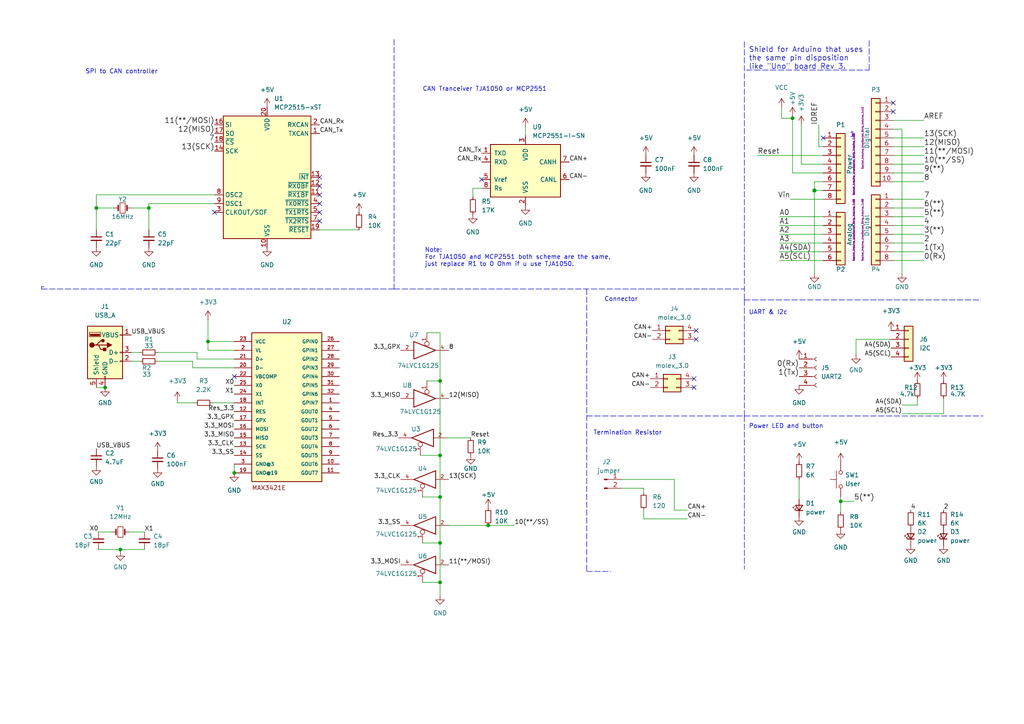
<source format=kicad_sch>
(kicad_sch (version 20211123) (generator eeschema)

  (uuid e63e39d7-6ac0-4ffd-8aa3-1841a4541b55)

  (paper "A4")

  (lib_symbols
    (symbol "74xGxx:74LVC1G125" (pin_names (offset 1.016)) (in_bom yes) (on_board yes)
      (property "Reference" "U" (id 0) (at -2.54 3.81 0)
        (effects (font (size 1.27 1.27)))
      )
      (property "Value" "74LVC1G125" (id 1) (at 0 -3.81 0)
        (effects (font (size 1.27 1.27)))
      )
      (property "Footprint" "" (id 2) (at 0 0 0)
        (effects (font (size 1.27 1.27)) hide)
      )
      (property "Datasheet" "http://www.ti.com/lit/sg/scyt129e/scyt129e.pdf" (id 3) (at 0 0 0)
        (effects (font (size 1.27 1.27)) hide)
      )
      (property "ki_keywords" "Single Gate Buff Tri-State LVC CMOS" (id 4) (at 0 0 0)
        (effects (font (size 1.27 1.27)) hide)
      )
      (property "ki_description" "Single Buffer Gate Tri-State, Low-Voltage CMOS" (id 5) (at 0 0 0)
        (effects (font (size 1.27 1.27)) hide)
      )
      (property "ki_fp_filters" "SOT* SG-*" (id 6) (at 0 0 0)
        (effects (font (size 1.27 1.27)) hide)
      )
      (symbol "74LVC1G125_0_1"
        (polyline
          (pts
            (xy -3.81 2.54)
            (xy -3.81 -2.54)
            (xy 2.54 0)
            (xy -3.81 2.54)
          )
          (stroke (width 0.254) (type default) (color 0 0 0 0))
          (fill (type none))
        )
      )
      (symbol "74LVC1G125_1_1"
        (pin input inverted (at 0 5.08 270) (length 3.81)
          (name "~" (effects (font (size 1.016 1.016))))
          (number "1" (effects (font (size 1.016 1.016))))
        )
        (pin input line (at -7.62 0 0) (length 3.81)
          (name "~" (effects (font (size 1.016 1.016))))
          (number "2" (effects (font (size 1.016 1.016))))
        )
        (pin power_in line (at 1.27 -1.27 270) (length 0) hide
          (name "GND" (effects (font (size 1.016 1.016))))
          (number "3" (effects (font (size 1.016 1.016))))
        )
        (pin tri_state line (at 6.35 0 180) (length 3.81)
          (name "~" (effects (font (size 1.016 1.016))))
          (number "4" (effects (font (size 1.016 1.016))))
        )
        (pin power_in line (at 1.27 1.27 90) (length 0) hide
          (name "VCC" (effects (font (size 1.016 1.016))))
          (number "5" (effects (font (size 1.016 1.016))))
        )
      )
    )
    (symbol "Connector:Conn_01x02_Male" (pin_names (offset 1.016) hide) (in_bom yes) (on_board yes)
      (property "Reference" "J" (id 0) (at 0 2.54 0)
        (effects (font (size 1.27 1.27)))
      )
      (property "Value" "Conn_01x02_Male" (id 1) (at 0 -5.08 0)
        (effects (font (size 1.27 1.27)))
      )
      (property "Footprint" "" (id 2) (at 0 0 0)
        (effects (font (size 1.27 1.27)) hide)
      )
      (property "Datasheet" "~" (id 3) (at 0 0 0)
        (effects (font (size 1.27 1.27)) hide)
      )
      (property "ki_keywords" "connector" (id 4) (at 0 0 0)
        (effects (font (size 1.27 1.27)) hide)
      )
      (property "ki_description" "Generic connector, single row, 01x02, script generated (kicad-library-utils/schlib/autogen/connector/)" (id 5) (at 0 0 0)
        (effects (font (size 1.27 1.27)) hide)
      )
      (property "ki_fp_filters" "Connector*:*_1x??_*" (id 6) (at 0 0 0)
        (effects (font (size 1.27 1.27)) hide)
      )
      (symbol "Conn_01x02_Male_1_1"
        (polyline
          (pts
            (xy 1.27 -2.54)
            (xy 0.8636 -2.54)
          )
          (stroke (width 0.1524) (type default) (color 0 0 0 0))
          (fill (type none))
        )
        (polyline
          (pts
            (xy 1.27 0)
            (xy 0.8636 0)
          )
          (stroke (width 0.1524) (type default) (color 0 0 0 0))
          (fill (type none))
        )
        (rectangle (start 0.8636 -2.413) (end 0 -2.667)
          (stroke (width 0.1524) (type default) (color 0 0 0 0))
          (fill (type outline))
        )
        (rectangle (start 0.8636 0.127) (end 0 -0.127)
          (stroke (width 0.1524) (type default) (color 0 0 0 0))
          (fill (type outline))
        )
        (pin passive line (at 5.08 0 180) (length 3.81)
          (name "Pin_1" (effects (font (size 1.27 1.27))))
          (number "1" (effects (font (size 1.27 1.27))))
        )
        (pin passive line (at 5.08 -2.54 180) (length 3.81)
          (name "Pin_2" (effects (font (size 1.27 1.27))))
          (number "2" (effects (font (size 1.27 1.27))))
        )
      )
    )
    (symbol "Connector:Conn_01x04_Female" (pin_names (offset 1.016) hide) (in_bom yes) (on_board yes)
      (property "Reference" "J" (id 0) (at 0 5.08 0)
        (effects (font (size 1.27 1.27)))
      )
      (property "Value" "Conn_01x04_Female" (id 1) (at 0 -7.62 0)
        (effects (font (size 1.27 1.27)))
      )
      (property "Footprint" "" (id 2) (at 0 0 0)
        (effects (font (size 1.27 1.27)) hide)
      )
      (property "Datasheet" "~" (id 3) (at 0 0 0)
        (effects (font (size 1.27 1.27)) hide)
      )
      (property "ki_keywords" "connector" (id 4) (at 0 0 0)
        (effects (font (size 1.27 1.27)) hide)
      )
      (property "ki_description" "Generic connector, single row, 01x04, script generated (kicad-library-utils/schlib/autogen/connector/)" (id 5) (at 0 0 0)
        (effects (font (size 1.27 1.27)) hide)
      )
      (property "ki_fp_filters" "Connector*:*_1x??_*" (id 6) (at 0 0 0)
        (effects (font (size 1.27 1.27)) hide)
      )
      (symbol "Conn_01x04_Female_1_1"
        (arc (start 0 -4.572) (mid -0.508 -5.08) (end 0 -5.588)
          (stroke (width 0.1524) (type default) (color 0 0 0 0))
          (fill (type none))
        )
        (arc (start 0 -2.032) (mid -0.508 -2.54) (end 0 -3.048)
          (stroke (width 0.1524) (type default) (color 0 0 0 0))
          (fill (type none))
        )
        (polyline
          (pts
            (xy -1.27 -5.08)
            (xy -0.508 -5.08)
          )
          (stroke (width 0.1524) (type default) (color 0 0 0 0))
          (fill (type none))
        )
        (polyline
          (pts
            (xy -1.27 -2.54)
            (xy -0.508 -2.54)
          )
          (stroke (width 0.1524) (type default) (color 0 0 0 0))
          (fill (type none))
        )
        (polyline
          (pts
            (xy -1.27 0)
            (xy -0.508 0)
          )
          (stroke (width 0.1524) (type default) (color 0 0 0 0))
          (fill (type none))
        )
        (polyline
          (pts
            (xy -1.27 2.54)
            (xy -0.508 2.54)
          )
          (stroke (width 0.1524) (type default) (color 0 0 0 0))
          (fill (type none))
        )
        (arc (start 0 0.508) (mid -0.508 0) (end 0 -0.508)
          (stroke (width 0.1524) (type default) (color 0 0 0 0))
          (fill (type none))
        )
        (arc (start 0 3.048) (mid -0.508 2.54) (end 0 2.032)
          (stroke (width 0.1524) (type default) (color 0 0 0 0))
          (fill (type none))
        )
        (pin passive line (at -5.08 2.54 0) (length 3.81)
          (name "Pin_1" (effects (font (size 1.27 1.27))))
          (number "1" (effects (font (size 1.27 1.27))))
        )
        (pin passive line (at -5.08 0 0) (length 3.81)
          (name "Pin_2" (effects (font (size 1.27 1.27))))
          (number "2" (effects (font (size 1.27 1.27))))
        )
        (pin passive line (at -5.08 -2.54 0) (length 3.81)
          (name "Pin_3" (effects (font (size 1.27 1.27))))
          (number "3" (effects (font (size 1.27 1.27))))
        )
        (pin passive line (at -5.08 -5.08 0) (length 3.81)
          (name "Pin_4" (effects (font (size 1.27 1.27))))
          (number "4" (effects (font (size 1.27 1.27))))
        )
      )
    )
    (symbol "Connector:USB_A" (pin_names (offset 1.016)) (in_bom yes) (on_board yes)
      (property "Reference" "J" (id 0) (at -5.08 11.43 0)
        (effects (font (size 1.27 1.27)) (justify left))
      )
      (property "Value" "USB_A" (id 1) (at -5.08 8.89 0)
        (effects (font (size 1.27 1.27)) (justify left))
      )
      (property "Footprint" "" (id 2) (at 3.81 -1.27 0)
        (effects (font (size 1.27 1.27)) hide)
      )
      (property "Datasheet" " ~" (id 3) (at 3.81 -1.27 0)
        (effects (font (size 1.27 1.27)) hide)
      )
      (property "ki_keywords" "connector USB" (id 4) (at 0 0 0)
        (effects (font (size 1.27 1.27)) hide)
      )
      (property "ki_description" "USB Type A connector" (id 5) (at 0 0 0)
        (effects (font (size 1.27 1.27)) hide)
      )
      (property "ki_fp_filters" "USB*" (id 6) (at 0 0 0)
        (effects (font (size 1.27 1.27)) hide)
      )
      (symbol "USB_A_0_1"
        (rectangle (start -5.08 -7.62) (end 5.08 7.62)
          (stroke (width 0.254) (type default) (color 0 0 0 0))
          (fill (type background))
        )
        (circle (center -3.81 2.159) (radius 0.635)
          (stroke (width 0.254) (type default) (color 0 0 0 0))
          (fill (type outline))
        )
        (rectangle (start -1.524 4.826) (end -4.318 5.334)
          (stroke (width 0) (type default) (color 0 0 0 0))
          (fill (type outline))
        )
        (rectangle (start -1.27 4.572) (end -4.572 5.842)
          (stroke (width 0) (type default) (color 0 0 0 0))
          (fill (type none))
        )
        (circle (center -0.635 3.429) (radius 0.381)
          (stroke (width 0.254) (type default) (color 0 0 0 0))
          (fill (type outline))
        )
        (rectangle (start -0.127 -7.62) (end 0.127 -6.858)
          (stroke (width 0) (type default) (color 0 0 0 0))
          (fill (type none))
        )
        (polyline
          (pts
            (xy -3.175 2.159)
            (xy -2.54 2.159)
            (xy -1.27 3.429)
            (xy -0.635 3.429)
          )
          (stroke (width 0.254) (type default) (color 0 0 0 0))
          (fill (type none))
        )
        (polyline
          (pts
            (xy -2.54 2.159)
            (xy -1.905 2.159)
            (xy -1.27 0.889)
            (xy 0 0.889)
          )
          (stroke (width 0.254) (type default) (color 0 0 0 0))
          (fill (type none))
        )
        (polyline
          (pts
            (xy 0.635 2.794)
            (xy 0.635 1.524)
            (xy 1.905 2.159)
            (xy 0.635 2.794)
          )
          (stroke (width 0.254) (type default) (color 0 0 0 0))
          (fill (type outline))
        )
        (rectangle (start 0.254 1.27) (end -0.508 0.508)
          (stroke (width 0.254) (type default) (color 0 0 0 0))
          (fill (type outline))
        )
        (rectangle (start 5.08 -2.667) (end 4.318 -2.413)
          (stroke (width 0) (type default) (color 0 0 0 0))
          (fill (type none))
        )
        (rectangle (start 5.08 -0.127) (end 4.318 0.127)
          (stroke (width 0) (type default) (color 0 0 0 0))
          (fill (type none))
        )
        (rectangle (start 5.08 4.953) (end 4.318 5.207)
          (stroke (width 0) (type default) (color 0 0 0 0))
          (fill (type none))
        )
      )
      (symbol "USB_A_1_1"
        (polyline
          (pts
            (xy -1.905 2.159)
            (xy 0.635 2.159)
          )
          (stroke (width 0.254) (type default) (color 0 0 0 0))
          (fill (type none))
        )
        (pin power_in line (at 7.62 5.08 180) (length 2.54)
          (name "VBUS" (effects (font (size 1.27 1.27))))
          (number "1" (effects (font (size 1.27 1.27))))
        )
        (pin bidirectional line (at 7.62 -2.54 180) (length 2.54)
          (name "D-" (effects (font (size 1.27 1.27))))
          (number "2" (effects (font (size 1.27 1.27))))
        )
        (pin bidirectional line (at 7.62 0 180) (length 2.54)
          (name "D+" (effects (font (size 1.27 1.27))))
          (number "3" (effects (font (size 1.27 1.27))))
        )
        (pin power_in line (at 0 -10.16 90) (length 2.54)
          (name "GND" (effects (font (size 1.27 1.27))))
          (number "4" (effects (font (size 1.27 1.27))))
        )
        (pin passive line (at -2.54 -10.16 90) (length 2.54)
          (name "Shield" (effects (font (size 1.27 1.27))))
          (number "5" (effects (font (size 1.27 1.27))))
        )
      )
    )
    (symbol "Connector_Generic:Conn_01x04" (pin_names (offset 1.016) hide) (in_bom yes) (on_board yes)
      (property "Reference" "J" (id 0) (at 0 5.08 0)
        (effects (font (size 1.27 1.27)))
      )
      (property "Value" "Conn_01x04" (id 1) (at 0 -7.62 0)
        (effects (font (size 1.27 1.27)))
      )
      (property "Footprint" "" (id 2) (at 0 0 0)
        (effects (font (size 1.27 1.27)) hide)
      )
      (property "Datasheet" "~" (id 3) (at 0 0 0)
        (effects (font (size 1.27 1.27)) hide)
      )
      (property "ki_keywords" "connector" (id 4) (at 0 0 0)
        (effects (font (size 1.27 1.27)) hide)
      )
      (property "ki_description" "Generic connector, single row, 01x04, script generated (kicad-library-utils/schlib/autogen/connector/)" (id 5) (at 0 0 0)
        (effects (font (size 1.27 1.27)) hide)
      )
      (property "ki_fp_filters" "Connector*:*_1x??_*" (id 6) (at 0 0 0)
        (effects (font (size 1.27 1.27)) hide)
      )
      (symbol "Conn_01x04_1_1"
        (rectangle (start -1.27 -4.953) (end 0 -5.207)
          (stroke (width 0.1524) (type default) (color 0 0 0 0))
          (fill (type none))
        )
        (rectangle (start -1.27 -2.413) (end 0 -2.667)
          (stroke (width 0.1524) (type default) (color 0 0 0 0))
          (fill (type none))
        )
        (rectangle (start -1.27 0.127) (end 0 -0.127)
          (stroke (width 0.1524) (type default) (color 0 0 0 0))
          (fill (type none))
        )
        (rectangle (start -1.27 2.667) (end 0 2.413)
          (stroke (width 0.1524) (type default) (color 0 0 0 0))
          (fill (type none))
        )
        (rectangle (start -1.27 3.81) (end 1.27 -6.35)
          (stroke (width 0.254) (type default) (color 0 0 0 0))
          (fill (type background))
        )
        (pin passive line (at -5.08 2.54 0) (length 3.81)
          (name "Pin_1" (effects (font (size 1.27 1.27))))
          (number "1" (effects (font (size 1.27 1.27))))
        )
        (pin passive line (at -5.08 0 0) (length 3.81)
          (name "Pin_2" (effects (font (size 1.27 1.27))))
          (number "2" (effects (font (size 1.27 1.27))))
        )
        (pin passive line (at -5.08 -2.54 0) (length 3.81)
          (name "Pin_3" (effects (font (size 1.27 1.27))))
          (number "3" (effects (font (size 1.27 1.27))))
        )
        (pin passive line (at -5.08 -5.08 0) (length 3.81)
          (name "Pin_4" (effects (font (size 1.27 1.27))))
          (number "4" (effects (font (size 1.27 1.27))))
        )
      )
    )
    (symbol "Connector_Generic:Conn_01x06" (pin_names (offset 1.016) hide) (in_bom yes) (on_board yes)
      (property "Reference" "J" (id 0) (at 0 7.62 0)
        (effects (font (size 1.27 1.27)))
      )
      (property "Value" "Conn_01x06" (id 1) (at 0 -10.16 0)
        (effects (font (size 1.27 1.27)))
      )
      (property "Footprint" "" (id 2) (at 0 0 0)
        (effects (font (size 1.27 1.27)) hide)
      )
      (property "Datasheet" "~" (id 3) (at 0 0 0)
        (effects (font (size 1.27 1.27)) hide)
      )
      (property "ki_keywords" "connector" (id 4) (at 0 0 0)
        (effects (font (size 1.27 1.27)) hide)
      )
      (property "ki_description" "Generic connector, single row, 01x06, script generated (kicad-library-utils/schlib/autogen/connector/)" (id 5) (at 0 0 0)
        (effects (font (size 1.27 1.27)) hide)
      )
      (property "ki_fp_filters" "Connector*:*_1x??_*" (id 6) (at 0 0 0)
        (effects (font (size 1.27 1.27)) hide)
      )
      (symbol "Conn_01x06_1_1"
        (rectangle (start -1.27 -7.493) (end 0 -7.747)
          (stroke (width 0.1524) (type default) (color 0 0 0 0))
          (fill (type none))
        )
        (rectangle (start -1.27 -4.953) (end 0 -5.207)
          (stroke (width 0.1524) (type default) (color 0 0 0 0))
          (fill (type none))
        )
        (rectangle (start -1.27 -2.413) (end 0 -2.667)
          (stroke (width 0.1524) (type default) (color 0 0 0 0))
          (fill (type none))
        )
        (rectangle (start -1.27 0.127) (end 0 -0.127)
          (stroke (width 0.1524) (type default) (color 0 0 0 0))
          (fill (type none))
        )
        (rectangle (start -1.27 2.667) (end 0 2.413)
          (stroke (width 0.1524) (type default) (color 0 0 0 0))
          (fill (type none))
        )
        (rectangle (start -1.27 5.207) (end 0 4.953)
          (stroke (width 0.1524) (type default) (color 0 0 0 0))
          (fill (type none))
        )
        (rectangle (start -1.27 6.35) (end 1.27 -8.89)
          (stroke (width 0.254) (type default) (color 0 0 0 0))
          (fill (type background))
        )
        (pin passive line (at -5.08 5.08 0) (length 3.81)
          (name "Pin_1" (effects (font (size 1.27 1.27))))
          (number "1" (effects (font (size 1.27 1.27))))
        )
        (pin passive line (at -5.08 2.54 0) (length 3.81)
          (name "Pin_2" (effects (font (size 1.27 1.27))))
          (number "2" (effects (font (size 1.27 1.27))))
        )
        (pin passive line (at -5.08 0 0) (length 3.81)
          (name "Pin_3" (effects (font (size 1.27 1.27))))
          (number "3" (effects (font (size 1.27 1.27))))
        )
        (pin passive line (at -5.08 -2.54 0) (length 3.81)
          (name "Pin_4" (effects (font (size 1.27 1.27))))
          (number "4" (effects (font (size 1.27 1.27))))
        )
        (pin passive line (at -5.08 -5.08 0) (length 3.81)
          (name "Pin_5" (effects (font (size 1.27 1.27))))
          (number "5" (effects (font (size 1.27 1.27))))
        )
        (pin passive line (at -5.08 -7.62 0) (length 3.81)
          (name "Pin_6" (effects (font (size 1.27 1.27))))
          (number "6" (effects (font (size 1.27 1.27))))
        )
      )
    )
    (symbol "Connector_Generic:Conn_01x08" (pin_names (offset 1.016) hide) (in_bom yes) (on_board yes)
      (property "Reference" "J" (id 0) (at 0 10.16 0)
        (effects (font (size 1.27 1.27)))
      )
      (property "Value" "Conn_01x08" (id 1) (at 0 -12.7 0)
        (effects (font (size 1.27 1.27)))
      )
      (property "Footprint" "" (id 2) (at 0 0 0)
        (effects (font (size 1.27 1.27)) hide)
      )
      (property "Datasheet" "~" (id 3) (at 0 0 0)
        (effects (font (size 1.27 1.27)) hide)
      )
      (property "ki_keywords" "connector" (id 4) (at 0 0 0)
        (effects (font (size 1.27 1.27)) hide)
      )
      (property "ki_description" "Generic connector, single row, 01x08, script generated (kicad-library-utils/schlib/autogen/connector/)" (id 5) (at 0 0 0)
        (effects (font (size 1.27 1.27)) hide)
      )
      (property "ki_fp_filters" "Connector*:*_1x??_*" (id 6) (at 0 0 0)
        (effects (font (size 1.27 1.27)) hide)
      )
      (symbol "Conn_01x08_1_1"
        (rectangle (start -1.27 -10.033) (end 0 -10.287)
          (stroke (width 0.1524) (type default) (color 0 0 0 0))
          (fill (type none))
        )
        (rectangle (start -1.27 -7.493) (end 0 -7.747)
          (stroke (width 0.1524) (type default) (color 0 0 0 0))
          (fill (type none))
        )
        (rectangle (start -1.27 -4.953) (end 0 -5.207)
          (stroke (width 0.1524) (type default) (color 0 0 0 0))
          (fill (type none))
        )
        (rectangle (start -1.27 -2.413) (end 0 -2.667)
          (stroke (width 0.1524) (type default) (color 0 0 0 0))
          (fill (type none))
        )
        (rectangle (start -1.27 0.127) (end 0 -0.127)
          (stroke (width 0.1524) (type default) (color 0 0 0 0))
          (fill (type none))
        )
        (rectangle (start -1.27 2.667) (end 0 2.413)
          (stroke (width 0.1524) (type default) (color 0 0 0 0))
          (fill (type none))
        )
        (rectangle (start -1.27 5.207) (end 0 4.953)
          (stroke (width 0.1524) (type default) (color 0 0 0 0))
          (fill (type none))
        )
        (rectangle (start -1.27 7.747) (end 0 7.493)
          (stroke (width 0.1524) (type default) (color 0 0 0 0))
          (fill (type none))
        )
        (rectangle (start -1.27 8.89) (end 1.27 -11.43)
          (stroke (width 0.254) (type default) (color 0 0 0 0))
          (fill (type background))
        )
        (pin passive line (at -5.08 7.62 0) (length 3.81)
          (name "Pin_1" (effects (font (size 1.27 1.27))))
          (number "1" (effects (font (size 1.27 1.27))))
        )
        (pin passive line (at -5.08 5.08 0) (length 3.81)
          (name "Pin_2" (effects (font (size 1.27 1.27))))
          (number "2" (effects (font (size 1.27 1.27))))
        )
        (pin passive line (at -5.08 2.54 0) (length 3.81)
          (name "Pin_3" (effects (font (size 1.27 1.27))))
          (number "3" (effects (font (size 1.27 1.27))))
        )
        (pin passive line (at -5.08 0 0) (length 3.81)
          (name "Pin_4" (effects (font (size 1.27 1.27))))
          (number "4" (effects (font (size 1.27 1.27))))
        )
        (pin passive line (at -5.08 -2.54 0) (length 3.81)
          (name "Pin_5" (effects (font (size 1.27 1.27))))
          (number "5" (effects (font (size 1.27 1.27))))
        )
        (pin passive line (at -5.08 -5.08 0) (length 3.81)
          (name "Pin_6" (effects (font (size 1.27 1.27))))
          (number "6" (effects (font (size 1.27 1.27))))
        )
        (pin passive line (at -5.08 -7.62 0) (length 3.81)
          (name "Pin_7" (effects (font (size 1.27 1.27))))
          (number "7" (effects (font (size 1.27 1.27))))
        )
        (pin passive line (at -5.08 -10.16 0) (length 3.81)
          (name "Pin_8" (effects (font (size 1.27 1.27))))
          (number "8" (effects (font (size 1.27 1.27))))
        )
      )
    )
    (symbol "Connector_Generic:Conn_01x10" (pin_names (offset 1.016) hide) (in_bom yes) (on_board yes)
      (property "Reference" "J" (id 0) (at 0 12.7 0)
        (effects (font (size 1.27 1.27)))
      )
      (property "Value" "Conn_01x10" (id 1) (at 0 -15.24 0)
        (effects (font (size 1.27 1.27)))
      )
      (property "Footprint" "" (id 2) (at 0 0 0)
        (effects (font (size 1.27 1.27)) hide)
      )
      (property "Datasheet" "~" (id 3) (at 0 0 0)
        (effects (font (size 1.27 1.27)) hide)
      )
      (property "ki_keywords" "connector" (id 4) (at 0 0 0)
        (effects (font (size 1.27 1.27)) hide)
      )
      (property "ki_description" "Generic connector, single row, 01x10, script generated (kicad-library-utils/schlib/autogen/connector/)" (id 5) (at 0 0 0)
        (effects (font (size 1.27 1.27)) hide)
      )
      (property "ki_fp_filters" "Connector*:*_1x??_*" (id 6) (at 0 0 0)
        (effects (font (size 1.27 1.27)) hide)
      )
      (symbol "Conn_01x10_1_1"
        (rectangle (start -1.27 -12.573) (end 0 -12.827)
          (stroke (width 0.1524) (type default) (color 0 0 0 0))
          (fill (type none))
        )
        (rectangle (start -1.27 -10.033) (end 0 -10.287)
          (stroke (width 0.1524) (type default) (color 0 0 0 0))
          (fill (type none))
        )
        (rectangle (start -1.27 -7.493) (end 0 -7.747)
          (stroke (width 0.1524) (type default) (color 0 0 0 0))
          (fill (type none))
        )
        (rectangle (start -1.27 -4.953) (end 0 -5.207)
          (stroke (width 0.1524) (type default) (color 0 0 0 0))
          (fill (type none))
        )
        (rectangle (start -1.27 -2.413) (end 0 -2.667)
          (stroke (width 0.1524) (type default) (color 0 0 0 0))
          (fill (type none))
        )
        (rectangle (start -1.27 0.127) (end 0 -0.127)
          (stroke (width 0.1524) (type default) (color 0 0 0 0))
          (fill (type none))
        )
        (rectangle (start -1.27 2.667) (end 0 2.413)
          (stroke (width 0.1524) (type default) (color 0 0 0 0))
          (fill (type none))
        )
        (rectangle (start -1.27 5.207) (end 0 4.953)
          (stroke (width 0.1524) (type default) (color 0 0 0 0))
          (fill (type none))
        )
        (rectangle (start -1.27 7.747) (end 0 7.493)
          (stroke (width 0.1524) (type default) (color 0 0 0 0))
          (fill (type none))
        )
        (rectangle (start -1.27 10.287) (end 0 10.033)
          (stroke (width 0.1524) (type default) (color 0 0 0 0))
          (fill (type none))
        )
        (rectangle (start -1.27 11.43) (end 1.27 -13.97)
          (stroke (width 0.254) (type default) (color 0 0 0 0))
          (fill (type background))
        )
        (pin passive line (at -5.08 10.16 0) (length 3.81)
          (name "Pin_1" (effects (font (size 1.27 1.27))))
          (number "1" (effects (font (size 1.27 1.27))))
        )
        (pin passive line (at -5.08 -12.7 0) (length 3.81)
          (name "Pin_10" (effects (font (size 1.27 1.27))))
          (number "10" (effects (font (size 1.27 1.27))))
        )
        (pin passive line (at -5.08 7.62 0) (length 3.81)
          (name "Pin_2" (effects (font (size 1.27 1.27))))
          (number "2" (effects (font (size 1.27 1.27))))
        )
        (pin passive line (at -5.08 5.08 0) (length 3.81)
          (name "Pin_3" (effects (font (size 1.27 1.27))))
          (number "3" (effects (font (size 1.27 1.27))))
        )
        (pin passive line (at -5.08 2.54 0) (length 3.81)
          (name "Pin_4" (effects (font (size 1.27 1.27))))
          (number "4" (effects (font (size 1.27 1.27))))
        )
        (pin passive line (at -5.08 0 0) (length 3.81)
          (name "Pin_5" (effects (font (size 1.27 1.27))))
          (number "5" (effects (font (size 1.27 1.27))))
        )
        (pin passive line (at -5.08 -2.54 0) (length 3.81)
          (name "Pin_6" (effects (font (size 1.27 1.27))))
          (number "6" (effects (font (size 1.27 1.27))))
        )
        (pin passive line (at -5.08 -5.08 0) (length 3.81)
          (name "Pin_7" (effects (font (size 1.27 1.27))))
          (number "7" (effects (font (size 1.27 1.27))))
        )
        (pin passive line (at -5.08 -7.62 0) (length 3.81)
          (name "Pin_8" (effects (font (size 1.27 1.27))))
          (number "8" (effects (font (size 1.27 1.27))))
        )
        (pin passive line (at -5.08 -10.16 0) (length 3.81)
          (name "Pin_9" (effects (font (size 1.27 1.27))))
          (number "9" (effects (font (size 1.27 1.27))))
        )
      )
    )
    (symbol "Connector_Generic:Conn_02x02_Counter_Clockwise" (pin_names (offset 1.016) hide) (in_bom yes) (on_board yes)
      (property "Reference" "J" (id 0) (at 1.27 2.54 0)
        (effects (font (size 1.27 1.27)))
      )
      (property "Value" "Conn_02x02_Counter_Clockwise" (id 1) (at 1.27 -5.08 0)
        (effects (font (size 1.27 1.27)))
      )
      (property "Footprint" "" (id 2) (at 0 0 0)
        (effects (font (size 1.27 1.27)) hide)
      )
      (property "Datasheet" "~" (id 3) (at 0 0 0)
        (effects (font (size 1.27 1.27)) hide)
      )
      (property "ki_keywords" "connector" (id 4) (at 0 0 0)
        (effects (font (size 1.27 1.27)) hide)
      )
      (property "ki_description" "Generic connector, double row, 02x02, counter clockwise pin numbering scheme (similar to DIP packge numbering), script generated (kicad-library-utils/schlib/autogen/connector/)" (id 5) (at 0 0 0)
        (effects (font (size 1.27 1.27)) hide)
      )
      (property "ki_fp_filters" "Connector*:*_2x??_*" (id 6) (at 0 0 0)
        (effects (font (size 1.27 1.27)) hide)
      )
      (symbol "Conn_02x02_Counter_Clockwise_1_1"
        (rectangle (start -1.27 -2.413) (end 0 -2.667)
          (stroke (width 0.1524) (type default) (color 0 0 0 0))
          (fill (type none))
        )
        (rectangle (start -1.27 0.127) (end 0 -0.127)
          (stroke (width 0.1524) (type default) (color 0 0 0 0))
          (fill (type none))
        )
        (rectangle (start -1.27 1.27) (end 3.81 -3.81)
          (stroke (width 0.254) (type default) (color 0 0 0 0))
          (fill (type background))
        )
        (rectangle (start 3.81 -2.413) (end 2.54 -2.667)
          (stroke (width 0.1524) (type default) (color 0 0 0 0))
          (fill (type none))
        )
        (rectangle (start 3.81 0.127) (end 2.54 -0.127)
          (stroke (width 0.1524) (type default) (color 0 0 0 0))
          (fill (type none))
        )
        (pin passive line (at -5.08 0 0) (length 3.81)
          (name "Pin_1" (effects (font (size 1.27 1.27))))
          (number "1" (effects (font (size 1.27 1.27))))
        )
        (pin passive line (at -5.08 -2.54 0) (length 3.81)
          (name "Pin_2" (effects (font (size 1.27 1.27))))
          (number "2" (effects (font (size 1.27 1.27))))
        )
        (pin passive line (at 7.62 -2.54 180) (length 3.81)
          (name "Pin_3" (effects (font (size 1.27 1.27))))
          (number "3" (effects (font (size 1.27 1.27))))
        )
        (pin passive line (at 7.62 0 180) (length 3.81)
          (name "Pin_4" (effects (font (size 1.27 1.27))))
          (number "4" (effects (font (size 1.27 1.27))))
        )
      )
    )
    (symbol "Device:C_Small" (pin_numbers hide) (pin_names (offset 0.254) hide) (in_bom yes) (on_board yes)
      (property "Reference" "C" (id 0) (at 0.254 1.778 0)
        (effects (font (size 1.27 1.27)) (justify left))
      )
      (property "Value" "C_Small" (id 1) (at 0.254 -2.032 0)
        (effects (font (size 1.27 1.27)) (justify left))
      )
      (property "Footprint" "" (id 2) (at 0 0 0)
        (effects (font (size 1.27 1.27)) hide)
      )
      (property "Datasheet" "~" (id 3) (at 0 0 0)
        (effects (font (size 1.27 1.27)) hide)
      )
      (property "ki_keywords" "capacitor cap" (id 4) (at 0 0 0)
        (effects (font (size 1.27 1.27)) hide)
      )
      (property "ki_description" "Unpolarized capacitor, small symbol" (id 5) (at 0 0 0)
        (effects (font (size 1.27 1.27)) hide)
      )
      (property "ki_fp_filters" "C_*" (id 6) (at 0 0 0)
        (effects (font (size 1.27 1.27)) hide)
      )
      (symbol "C_Small_0_1"
        (polyline
          (pts
            (xy -1.524 -0.508)
            (xy 1.524 -0.508)
          )
          (stroke (width 0.3302) (type default) (color 0 0 0 0))
          (fill (type none))
        )
        (polyline
          (pts
            (xy -1.524 0.508)
            (xy 1.524 0.508)
          )
          (stroke (width 0.3048) (type default) (color 0 0 0 0))
          (fill (type none))
        )
      )
      (symbol "C_Small_1_1"
        (pin passive line (at 0 2.54 270) (length 2.032)
          (name "~" (effects (font (size 1.27 1.27))))
          (number "1" (effects (font (size 1.27 1.27))))
        )
        (pin passive line (at 0 -2.54 90) (length 2.032)
          (name "~" (effects (font (size 1.27 1.27))))
          (number "2" (effects (font (size 1.27 1.27))))
        )
      )
    )
    (symbol "Device:Crystal_Small" (pin_numbers hide) (pin_names (offset 1.016) hide) (in_bom yes) (on_board yes)
      (property "Reference" "Y" (id 0) (at 0 2.54 0)
        (effects (font (size 1.27 1.27)))
      )
      (property "Value" "Crystal_Small" (id 1) (at 0 -2.54 0)
        (effects (font (size 1.27 1.27)))
      )
      (property "Footprint" "" (id 2) (at 0 0 0)
        (effects (font (size 1.27 1.27)) hide)
      )
      (property "Datasheet" "~" (id 3) (at 0 0 0)
        (effects (font (size 1.27 1.27)) hide)
      )
      (property "ki_keywords" "quartz ceramic resonator oscillator" (id 4) (at 0 0 0)
        (effects (font (size 1.27 1.27)) hide)
      )
      (property "ki_description" "Two pin crystal, small symbol" (id 5) (at 0 0 0)
        (effects (font (size 1.27 1.27)) hide)
      )
      (property "ki_fp_filters" "Crystal*" (id 6) (at 0 0 0)
        (effects (font (size 1.27 1.27)) hide)
      )
      (symbol "Crystal_Small_0_1"
        (rectangle (start -0.762 -1.524) (end 0.762 1.524)
          (stroke (width 0) (type default) (color 0 0 0 0))
          (fill (type none))
        )
        (polyline
          (pts
            (xy -1.27 -0.762)
            (xy -1.27 0.762)
          )
          (stroke (width 0.381) (type default) (color 0 0 0 0))
          (fill (type none))
        )
        (polyline
          (pts
            (xy 1.27 -0.762)
            (xy 1.27 0.762)
          )
          (stroke (width 0.381) (type default) (color 0 0 0 0))
          (fill (type none))
        )
      )
      (symbol "Crystal_Small_1_1"
        (pin passive line (at -2.54 0 0) (length 1.27)
          (name "1" (effects (font (size 1.27 1.27))))
          (number "1" (effects (font (size 1.27 1.27))))
        )
        (pin passive line (at 2.54 0 180) (length 1.27)
          (name "2" (effects (font (size 1.27 1.27))))
          (number "2" (effects (font (size 1.27 1.27))))
        )
      )
    )
    (symbol "Device:LED_Small" (pin_numbers hide) (pin_names (offset 0.254) hide) (in_bom yes) (on_board yes)
      (property "Reference" "D" (id 0) (at -1.27 3.175 0)
        (effects (font (size 1.27 1.27)) (justify left))
      )
      (property "Value" "LED_Small" (id 1) (at -4.445 -2.54 0)
        (effects (font (size 1.27 1.27)) (justify left))
      )
      (property "Footprint" "" (id 2) (at 0 0 90)
        (effects (font (size 1.27 1.27)) hide)
      )
      (property "Datasheet" "~" (id 3) (at 0 0 90)
        (effects (font (size 1.27 1.27)) hide)
      )
      (property "ki_keywords" "LED diode light-emitting-diode" (id 4) (at 0 0 0)
        (effects (font (size 1.27 1.27)) hide)
      )
      (property "ki_description" "Light emitting diode, small symbol" (id 5) (at 0 0 0)
        (effects (font (size 1.27 1.27)) hide)
      )
      (property "ki_fp_filters" "LED* LED_SMD:* LED_THT:*" (id 6) (at 0 0 0)
        (effects (font (size 1.27 1.27)) hide)
      )
      (symbol "LED_Small_0_1"
        (polyline
          (pts
            (xy -0.762 -1.016)
            (xy -0.762 1.016)
          )
          (stroke (width 0.254) (type default) (color 0 0 0 0))
          (fill (type none))
        )
        (polyline
          (pts
            (xy 1.016 0)
            (xy -0.762 0)
          )
          (stroke (width 0) (type default) (color 0 0 0 0))
          (fill (type none))
        )
        (polyline
          (pts
            (xy 0.762 -1.016)
            (xy -0.762 0)
            (xy 0.762 1.016)
            (xy 0.762 -1.016)
          )
          (stroke (width 0.254) (type default) (color 0 0 0 0))
          (fill (type none))
        )
        (polyline
          (pts
            (xy 0 0.762)
            (xy -0.508 1.27)
            (xy -0.254 1.27)
            (xy -0.508 1.27)
            (xy -0.508 1.016)
          )
          (stroke (width 0) (type default) (color 0 0 0 0))
          (fill (type none))
        )
        (polyline
          (pts
            (xy 0.508 1.27)
            (xy 0 1.778)
            (xy 0.254 1.778)
            (xy 0 1.778)
            (xy 0 1.524)
          )
          (stroke (width 0) (type default) (color 0 0 0 0))
          (fill (type none))
        )
      )
      (symbol "LED_Small_1_1"
        (pin passive line (at -2.54 0 0) (length 1.778)
          (name "K" (effects (font (size 1.27 1.27))))
          (number "1" (effects (font (size 1.27 1.27))))
        )
        (pin passive line (at 2.54 0 180) (length 1.778)
          (name "A" (effects (font (size 1.27 1.27))))
          (number "2" (effects (font (size 1.27 1.27))))
        )
      )
    )
    (symbol "Device:R_Small" (pin_numbers hide) (pin_names (offset 0.254) hide) (in_bom yes) (on_board yes)
      (property "Reference" "R" (id 0) (at 0.762 0.508 0)
        (effects (font (size 1.27 1.27)) (justify left))
      )
      (property "Value" "R_Small" (id 1) (at 0.762 -1.016 0)
        (effects (font (size 1.27 1.27)) (justify left))
      )
      (property "Footprint" "" (id 2) (at 0 0 0)
        (effects (font (size 1.27 1.27)) hide)
      )
      (property "Datasheet" "~" (id 3) (at 0 0 0)
        (effects (font (size 1.27 1.27)) hide)
      )
      (property "ki_keywords" "R resistor" (id 4) (at 0 0 0)
        (effects (font (size 1.27 1.27)) hide)
      )
      (property "ki_description" "Resistor, small symbol" (id 5) (at 0 0 0)
        (effects (font (size 1.27 1.27)) hide)
      )
      (property "ki_fp_filters" "R_*" (id 6) (at 0 0 0)
        (effects (font (size 1.27 1.27)) hide)
      )
      (symbol "R_Small_0_1"
        (rectangle (start -0.762 1.778) (end 0.762 -1.778)
          (stroke (width 0.2032) (type default) (color 0 0 0 0))
          (fill (type none))
        )
      )
      (symbol "R_Small_1_1"
        (pin passive line (at 0 2.54 270) (length 0.762)
          (name "~" (effects (font (size 1.27 1.27))))
          (number "1" (effects (font (size 1.27 1.27))))
        )
        (pin passive line (at 0 -2.54 90) (length 0.762)
          (name "~" (effects (font (size 1.27 1.27))))
          (number "2" (effects (font (size 1.27 1.27))))
        )
      )
    )
    (symbol "Interface_CAN_LIN:MCP2515-xST" (in_bom yes) (on_board yes)
      (property "Reference" "U" (id 0) (at -10.16 19.685 0)
        (effects (font (size 1.27 1.27)) (justify right))
      )
      (property "Value" "MCP2515-xST" (id 1) (at 19.05 20.32 0)
        (effects (font (size 1.27 1.27)) (justify right top))
      )
      (property "Footprint" "Package_SO:TSSOP-20_4.4x6.5mm_P0.65mm" (id 2) (at 0 -22.86 0)
        (effects (font (size 1.27 1.27) italic) hide)
      )
      (property "Datasheet" "http://ww1.microchip.com/downloads/en/DeviceDoc/21801e.pdf" (id 3) (at 2.54 -20.32 0)
        (effects (font (size 1.27 1.27)) hide)
      )
      (property "ki_keywords" "CAN Controller SPI" (id 4) (at 0 0 0)
        (effects (font (size 1.27 1.27)) hide)
      )
      (property "ki_description" "Stand-Alone CAN Controller with SPI Interface, TSSOP-20" (id 5) (at 0 0 0)
        (effects (font (size 1.27 1.27)) hide)
      )
      (property "ki_fp_filters" "TSSOP*4.4x6.5mm*P0.65mm*" (id 6) (at 0 0 0)
        (effects (font (size 1.27 1.27)) hide)
      )
      (symbol "MCP2515-xST_0_1"
        (rectangle (start -12.7 17.78) (end 12.7 -17.78)
          (stroke (width 0.254) (type default) (color 0 0 0 0))
          (fill (type background))
        )
      )
      (symbol "MCP2515-xST_1_1"
        (pin output line (at 15.24 12.7 180) (length 2.54)
          (name "TXCAN" (effects (font (size 1.27 1.27))))
          (number "1" (effects (font (size 1.27 1.27))))
        )
        (pin power_in line (at 0 -20.32 90) (length 2.54)
          (name "VSS" (effects (font (size 1.27 1.27))))
          (number "10" (effects (font (size 1.27 1.27))))
        )
        (pin output line (at 15.24 -5.08 180) (length 2.54)
          (name "~{RX1BF}" (effects (font (size 1.27 1.27))))
          (number "11" (effects (font (size 1.27 1.27))))
        )
        (pin output line (at 15.24 -2.54 180) (length 2.54)
          (name "~{RX0BF}" (effects (font (size 1.27 1.27))))
          (number "12" (effects (font (size 1.27 1.27))))
        )
        (pin output line (at 15.24 0 180) (length 2.54)
          (name "~{INT}" (effects (font (size 1.27 1.27))))
          (number "13" (effects (font (size 1.27 1.27))))
        )
        (pin input line (at -15.24 7.62 0) (length 2.54)
          (name "SCK" (effects (font (size 1.27 1.27))))
          (number "14" (effects (font (size 1.27 1.27))))
        )
        (pin no_connect line (at -12.7 -2.54 0) (length 2.54) hide
          (name "NC" (effects (font (size 1.27 1.27))))
          (number "15" (effects (font (size 1.27 1.27))))
        )
        (pin input line (at -15.24 15.24 0) (length 2.54)
          (name "SI" (effects (font (size 1.27 1.27))))
          (number "16" (effects (font (size 1.27 1.27))))
        )
        (pin output line (at -15.24 12.7 0) (length 2.54)
          (name "SO" (effects (font (size 1.27 1.27))))
          (number "17" (effects (font (size 1.27 1.27))))
        )
        (pin input line (at -15.24 10.16 0) (length 2.54)
          (name "~{CS}" (effects (font (size 1.27 1.27))))
          (number "18" (effects (font (size 1.27 1.27))))
        )
        (pin input line (at 15.24 -15.24 180) (length 2.54)
          (name "~{RESET}" (effects (font (size 1.27 1.27))))
          (number "19" (effects (font (size 1.27 1.27))))
        )
        (pin input line (at 15.24 15.24 180) (length 2.54)
          (name "RXCAN" (effects (font (size 1.27 1.27))))
          (number "2" (effects (font (size 1.27 1.27))))
        )
        (pin power_in line (at 0 20.32 270) (length 2.54)
          (name "VDD" (effects (font (size 1.27 1.27))))
          (number "20" (effects (font (size 1.27 1.27))))
        )
        (pin output line (at -15.24 -10.16 0) (length 2.54)
          (name "CLKOUT/SOF" (effects (font (size 1.27 1.27))))
          (number "3" (effects (font (size 1.27 1.27))))
        )
        (pin input line (at 15.24 -7.62 180) (length 2.54)
          (name "~{TX0RTS}" (effects (font (size 1.27 1.27))))
          (number "4" (effects (font (size 1.27 1.27))))
        )
        (pin input line (at 15.24 -10.16 180) (length 2.54)
          (name "~{TX1RTS}" (effects (font (size 1.27 1.27))))
          (number "5" (effects (font (size 1.27 1.27))))
        )
        (pin no_connect line (at -12.7 0 0) (length 2.54) hide
          (name "NC" (effects (font (size 1.27 1.27))))
          (number "6" (effects (font (size 1.27 1.27))))
        )
        (pin input line (at 15.24 -12.7 180) (length 2.54)
          (name "~{TX2RTS}" (effects (font (size 1.27 1.27))))
          (number "7" (effects (font (size 1.27 1.27))))
        )
        (pin output line (at -15.24 -5.08 0) (length 2.54)
          (name "OSC2" (effects (font (size 1.27 1.27))))
          (number "8" (effects (font (size 1.27 1.27))))
        )
        (pin input line (at -15.24 -7.62 0) (length 2.54)
          (name "OSC1" (effects (font (size 1.27 1.27))))
          (number "9" (effects (font (size 1.27 1.27))))
        )
      )
    )
    (symbol "Interface_CAN_LIN:MCP2551-I-SN" (pin_names (offset 1.016)) (in_bom yes) (on_board yes)
      (property "Reference" "U" (id 0) (at -10.16 8.89 0)
        (effects (font (size 1.27 1.27)) (justify left))
      )
      (property "Value" "MCP2551-I-SN" (id 1) (at 2.54 8.89 0)
        (effects (font (size 1.27 1.27)) (justify left))
      )
      (property "Footprint" "Package_SO:SOIC-8_3.9x4.9mm_P1.27mm" (id 2) (at 0 -12.7 0)
        (effects (font (size 1.27 1.27) italic) hide)
      )
      (property "Datasheet" "http://ww1.microchip.com/downloads/en/devicedoc/21667d.pdf" (id 3) (at 0 0 0)
        (effects (font (size 1.27 1.27)) hide)
      )
      (property "ki_keywords" "High-Speed CAN Transceiver" (id 4) (at 0 0 0)
        (effects (font (size 1.27 1.27)) hide)
      )
      (property "ki_description" "High-Speed CAN Transceiver, 1Mbps, 5V supply, SOIC-8" (id 5) (at 0 0 0)
        (effects (font (size 1.27 1.27)) hide)
      )
      (property "ki_fp_filters" "SOIC*3.9x4.9mm*P1.27mm*" (id 6) (at 0 0 0)
        (effects (font (size 1.27 1.27)) hide)
      )
      (symbol "MCP2551-I-SN_0_1"
        (rectangle (start -10.16 7.62) (end 10.16 -7.62)
          (stroke (width 0.254) (type default) (color 0 0 0 0))
          (fill (type background))
        )
      )
      (symbol "MCP2551-I-SN_1_1"
        (pin input line (at -12.7 5.08 0) (length 2.54)
          (name "TXD" (effects (font (size 1.27 1.27))))
          (number "1" (effects (font (size 1.27 1.27))))
        )
        (pin power_in line (at 0 -10.16 90) (length 2.54)
          (name "VSS" (effects (font (size 1.27 1.27))))
          (number "2" (effects (font (size 1.27 1.27))))
        )
        (pin power_in line (at 0 10.16 270) (length 2.54)
          (name "VDD" (effects (font (size 1.27 1.27))))
          (number "3" (effects (font (size 1.27 1.27))))
        )
        (pin output line (at -12.7 2.54 0) (length 2.54)
          (name "RXD" (effects (font (size 1.27 1.27))))
          (number "4" (effects (font (size 1.27 1.27))))
        )
        (pin power_out line (at -12.7 -2.54 0) (length 2.54)
          (name "Vref" (effects (font (size 1.27 1.27))))
          (number "5" (effects (font (size 1.27 1.27))))
        )
        (pin bidirectional line (at 12.7 -2.54 180) (length 2.54)
          (name "CANL" (effects (font (size 1.27 1.27))))
          (number "6" (effects (font (size 1.27 1.27))))
        )
        (pin bidirectional line (at 12.7 2.54 180) (length 2.54)
          (name "CANH" (effects (font (size 1.27 1.27))))
          (number "7" (effects (font (size 1.27 1.27))))
        )
        (pin input line (at -12.7 -5.08 0) (length 2.54)
          (name "Rs" (effects (font (size 1.27 1.27))))
          (number "8" (effects (font (size 1.27 1.27))))
        )
      )
    )
    (symbol "PolyuRobotics:MAX3421E" (pin_names (offset 1.016)) (in_bom yes) (on_board yes)
      (property "Reference" "U" (id 0) (at -10.16 20.7264 0)
        (effects (font (size 1.27 1.27)) (justify left bottom))
      )
      (property "Value" "MAX3421E" (id 1) (at 0 0 0)
        (effects (font (size 1.27 1.27)) (justify left bottom) hide)
      )
      (property "Footprint" "PolyuRobotics:TQFP32-5MM" (id 2) (at 0 0 0)
        (effects (font (size 1.27 1.27)) (justify left bottom) hide)
      )
      (property "Datasheet" "" (id 3) (at 0 0 0)
        (effects (font (size 1.27 1.27)) (justify left bottom) hide)
      )
      (symbol "MAX3421E_0_0"
        (rectangle (start -10.16 -22.86) (end 10.16 20.32)
          (stroke (width 0.254) (type default) (color 0 0 0 0))
          (fill (type background))
        )
        (text "MAX3421E" (at -10.16 -25.4 0)
          (effects (font (size 1.27 1.27)) (justify left bottom))
        )
        (pin bidirectional line (at 15.24 0 180) (length 5.08)
          (name "GPIN7" (effects (font (size 1.016 1.016))))
          (number "1" (effects (font (size 1.016 1.016))))
        )
        (pin bidirectional line (at 15.24 -17.78 180) (length 5.08)
          (name "GOUT6" (effects (font (size 1.016 1.016))))
          (number "10" (effects (font (size 1.016 1.016))))
        )
        (pin bidirectional line (at 15.24 -20.32 180) (length 5.08)
          (name "GOUT7" (effects (font (size 1.016 1.016))))
          (number "11" (effects (font (size 1.016 1.016))))
        )
        (pin bidirectional line (at -15.24 -2.54 0) (length 5.08)
          (name "RES" (effects (font (size 1.016 1.016))))
          (number "12" (effects (font (size 1.016 1.016))))
        )
        (pin bidirectional line (at -15.24 -12.7 0) (length 5.08)
          (name "SCK" (effects (font (size 1.016 1.016))))
          (number "13" (effects (font (size 1.016 1.016))))
        )
        (pin bidirectional line (at -15.24 -15.24 0) (length 5.08)
          (name "SS" (effects (font (size 1.016 1.016))))
          (number "14" (effects (font (size 1.016 1.016))))
        )
        (pin bidirectional line (at -15.24 -10.16 0) (length 5.08)
          (name "MISO" (effects (font (size 1.016 1.016))))
          (number "15" (effects (font (size 1.016 1.016))))
        )
        (pin bidirectional line (at -15.24 -7.62 0) (length 5.08)
          (name "MOSI" (effects (font (size 1.016 1.016))))
          (number "16" (effects (font (size 1.016 1.016))))
        )
        (pin bidirectional line (at -15.24 -5.08 0) (length 5.08)
          (name "GPX" (effects (font (size 1.016 1.016))))
          (number "17" (effects (font (size 1.016 1.016))))
        )
        (pin bidirectional line (at -15.24 0 0) (length 5.08)
          (name "INT" (effects (font (size 1.016 1.016))))
          (number "18" (effects (font (size 1.016 1.016))))
        )
        (pin bidirectional line (at -15.24 -20.32 0) (length 5.08)
          (name "GND@19" (effects (font (size 1.016 1.016))))
          (number "19" (effects (font (size 1.016 1.016))))
        )
        (pin bidirectional line (at -15.24 15.24 0) (length 5.08)
          (name "VL" (effects (font (size 1.016 1.016))))
          (number "2" (effects (font (size 1.016 1.016))))
        )
        (pin bidirectional line (at -15.24 10.16 0) (length 5.08)
          (name "D-" (effects (font (size 1.016 1.016))))
          (number "20" (effects (font (size 1.016 1.016))))
        )
        (pin bidirectional line (at -15.24 12.7 0) (length 5.08)
          (name "D+" (effects (font (size 1.016 1.016))))
          (number "21" (effects (font (size 1.016 1.016))))
        )
        (pin bidirectional line (at -15.24 7.62 0) (length 5.08)
          (name "VBCOMP" (effects (font (size 1.016 1.016))))
          (number "22" (effects (font (size 1.016 1.016))))
        )
        (pin bidirectional line (at -15.24 17.78 0) (length 5.08)
          (name "VCC" (effects (font (size 1.016 1.016))))
          (number "23" (effects (font (size 1.016 1.016))))
        )
        (pin bidirectional line (at -15.24 2.54 0) (length 5.08)
          (name "X1" (effects (font (size 1.016 1.016))))
          (number "24" (effects (font (size 1.016 1.016))))
        )
        (pin bidirectional line (at -15.24 5.08 0) (length 5.08)
          (name "X0" (effects (font (size 1.016 1.016))))
          (number "25" (effects (font (size 1.016 1.016))))
        )
        (pin bidirectional line (at 15.24 17.78 180) (length 5.08)
          (name "GPIN0" (effects (font (size 1.016 1.016))))
          (number "26" (effects (font (size 1.016 1.016))))
        )
        (pin bidirectional line (at 15.24 15.24 180) (length 5.08)
          (name "GPIN1" (effects (font (size 1.016 1.016))))
          (number "27" (effects (font (size 1.016 1.016))))
        )
        (pin bidirectional line (at 15.24 12.7 180) (length 5.08)
          (name "GPIN2" (effects (font (size 1.016 1.016))))
          (number "28" (effects (font (size 1.016 1.016))))
        )
        (pin bidirectional line (at 15.24 10.16 180) (length 5.08)
          (name "GPIN3" (effects (font (size 1.016 1.016))))
          (number "29" (effects (font (size 1.016 1.016))))
        )
        (pin bidirectional line (at -15.24 -17.78 0) (length 5.08)
          (name "GND@3" (effects (font (size 1.016 1.016))))
          (number "3" (effects (font (size 1.016 1.016))))
        )
        (pin bidirectional line (at 15.24 7.62 180) (length 5.08)
          (name "GPIN4" (effects (font (size 1.016 1.016))))
          (number "30" (effects (font (size 1.016 1.016))))
        )
        (pin bidirectional line (at 15.24 5.08 180) (length 5.08)
          (name "GPIN5" (effects (font (size 1.016 1.016))))
          (number "31" (effects (font (size 1.016 1.016))))
        )
        (pin bidirectional line (at 15.24 2.54 180) (length 5.08)
          (name "GPIN6" (effects (font (size 1.016 1.016))))
          (number "32" (effects (font (size 1.016 1.016))))
        )
        (pin bidirectional line (at 15.24 -2.54 180) (length 5.08)
          (name "GOUT0" (effects (font (size 1.016 1.016))))
          (number "4" (effects (font (size 1.016 1.016))))
        )
        (pin bidirectional line (at 15.24 -5.08 180) (length 5.08)
          (name "GOUT1" (effects (font (size 1.016 1.016))))
          (number "5" (effects (font (size 1.016 1.016))))
        )
        (pin bidirectional line (at 15.24 -7.62 180) (length 5.08)
          (name "GOUT2" (effects (font (size 1.016 1.016))))
          (number "6" (effects (font (size 1.016 1.016))))
        )
        (pin bidirectional line (at 15.24 -10.16 180) (length 5.08)
          (name "GOUT3" (effects (font (size 1.016 1.016))))
          (number "7" (effects (font (size 1.016 1.016))))
        )
        (pin bidirectional line (at 15.24 -12.7 180) (length 5.08)
          (name "GOUT4" (effects (font (size 1.016 1.016))))
          (number "8" (effects (font (size 1.016 1.016))))
        )
        (pin bidirectional line (at 15.24 -15.24 180) (length 5.08)
          (name "GOUT5" (effects (font (size 1.016 1.016))))
          (number "9" (effects (font (size 1.016 1.016))))
        )
      )
    )
    (symbol "Switch:SW_Push" (pin_numbers hide) (pin_names (offset 1.016) hide) (in_bom yes) (on_board yes)
      (property "Reference" "SW" (id 0) (at 1.27 2.54 0)
        (effects (font (size 1.27 1.27)) (justify left))
      )
      (property "Value" "SW_Push" (id 1) (at 0 -1.524 0)
        (effects (font (size 1.27 1.27)))
      )
      (property "Footprint" "" (id 2) (at 0 5.08 0)
        (effects (font (size 1.27 1.27)) hide)
      )
      (property "Datasheet" "~" (id 3) (at 0 5.08 0)
        (effects (font (size 1.27 1.27)) hide)
      )
      (property "ki_keywords" "switch normally-open pushbutton push-button" (id 4) (at 0 0 0)
        (effects (font (size 1.27 1.27)) hide)
      )
      (property "ki_description" "Push button switch, generic, two pins" (id 5) (at 0 0 0)
        (effects (font (size 1.27 1.27)) hide)
      )
      (symbol "SW_Push_0_1"
        (circle (center -2.032 0) (radius 0.508)
          (stroke (width 0) (type default) (color 0 0 0 0))
          (fill (type none))
        )
        (polyline
          (pts
            (xy 0 1.27)
            (xy 0 3.048)
          )
          (stroke (width 0) (type default) (color 0 0 0 0))
          (fill (type none))
        )
        (polyline
          (pts
            (xy 2.54 1.27)
            (xy -2.54 1.27)
          )
          (stroke (width 0) (type default) (color 0 0 0 0))
          (fill (type none))
        )
        (circle (center 2.032 0) (radius 0.508)
          (stroke (width 0) (type default) (color 0 0 0 0))
          (fill (type none))
        )
        (pin passive line (at -5.08 0 0) (length 2.54)
          (name "1" (effects (font (size 1.27 1.27))))
          (number "1" (effects (font (size 1.27 1.27))))
        )
        (pin passive line (at 5.08 0 180) (length 2.54)
          (name "2" (effects (font (size 1.27 1.27))))
          (number "2" (effects (font (size 1.27 1.27))))
        )
      )
    )
    (symbol "power:+3.3V" (power) (pin_names (offset 0)) (in_bom yes) (on_board yes)
      (property "Reference" "#PWR" (id 0) (at 0 -3.81 0)
        (effects (font (size 1.27 1.27)) hide)
      )
      (property "Value" "+3.3V" (id 1) (at 0 3.556 0)
        (effects (font (size 1.27 1.27)))
      )
      (property "Footprint" "" (id 2) (at 0 0 0)
        (effects (font (size 1.27 1.27)) hide)
      )
      (property "Datasheet" "" (id 3) (at 0 0 0)
        (effects (font (size 1.27 1.27)) hide)
      )
      (property "ki_keywords" "power-flag" (id 4) (at 0 0 0)
        (effects (font (size 1.27 1.27)) hide)
      )
      (property "ki_description" "Power symbol creates a global label with name \"+3.3V\"" (id 5) (at 0 0 0)
        (effects (font (size 1.27 1.27)) hide)
      )
      (symbol "+3.3V_0_1"
        (polyline
          (pts
            (xy -0.762 1.27)
            (xy 0 2.54)
          )
          (stroke (width 0) (type default) (color 0 0 0 0))
          (fill (type none))
        )
        (polyline
          (pts
            (xy 0 0)
            (xy 0 2.54)
          )
          (stroke (width 0) (type default) (color 0 0 0 0))
          (fill (type none))
        )
        (polyline
          (pts
            (xy 0 2.54)
            (xy 0.762 1.27)
          )
          (stroke (width 0) (type default) (color 0 0 0 0))
          (fill (type none))
        )
      )
      (symbol "+3.3V_1_1"
        (pin power_in line (at 0 0 90) (length 0) hide
          (name "+3V3" (effects (font (size 1.27 1.27))))
          (number "1" (effects (font (size 1.27 1.27))))
        )
      )
    )
    (symbol "power:+5V" (power) (pin_names (offset 0)) (in_bom yes) (on_board yes)
      (property "Reference" "#PWR" (id 0) (at 0 -3.81 0)
        (effects (font (size 1.27 1.27)) hide)
      )
      (property "Value" "+5V" (id 1) (at 0 3.556 0)
        (effects (font (size 1.27 1.27)))
      )
      (property "Footprint" "" (id 2) (at 0 0 0)
        (effects (font (size 1.27 1.27)) hide)
      )
      (property "Datasheet" "" (id 3) (at 0 0 0)
        (effects (font (size 1.27 1.27)) hide)
      )
      (property "ki_keywords" "power-flag" (id 4) (at 0 0 0)
        (effects (font (size 1.27 1.27)) hide)
      )
      (property "ki_description" "Power symbol creates a global label with name \"+5V\"" (id 5) (at 0 0 0)
        (effects (font (size 1.27 1.27)) hide)
      )
      (symbol "+5V_0_1"
        (polyline
          (pts
            (xy -0.762 1.27)
            (xy 0 2.54)
          )
          (stroke (width 0) (type default) (color 0 0 0 0))
          (fill (type none))
        )
        (polyline
          (pts
            (xy 0 0)
            (xy 0 2.54)
          )
          (stroke (width 0) (type default) (color 0 0 0 0))
          (fill (type none))
        )
        (polyline
          (pts
            (xy 0 2.54)
            (xy 0.762 1.27)
          )
          (stroke (width 0) (type default) (color 0 0 0 0))
          (fill (type none))
        )
      )
      (symbol "+5V_1_1"
        (pin power_in line (at 0 0 90) (length 0) hide
          (name "+5V" (effects (font (size 1.27 1.27))))
          (number "1" (effects (font (size 1.27 1.27))))
        )
      )
    )
    (symbol "power:GND" (power) (pin_names (offset 0)) (in_bom yes) (on_board yes)
      (property "Reference" "#PWR" (id 0) (at 0 -6.35 0)
        (effects (font (size 1.27 1.27)) hide)
      )
      (property "Value" "GND" (id 1) (at 0 -3.81 0)
        (effects (font (size 1.27 1.27)))
      )
      (property "Footprint" "" (id 2) (at 0 0 0)
        (effects (font (size 1.27 1.27)) hide)
      )
      (property "Datasheet" "" (id 3) (at 0 0 0)
        (effects (font (size 1.27 1.27)) hide)
      )
      (property "ki_keywords" "power-flag" (id 4) (at 0 0 0)
        (effects (font (size 1.27 1.27)) hide)
      )
      (property "ki_description" "Power symbol creates a global label with name \"GND\" , ground" (id 5) (at 0 0 0)
        (effects (font (size 1.27 1.27)) hide)
      )
      (symbol "GND_0_1"
        (polyline
          (pts
            (xy 0 0)
            (xy 0 -1.27)
            (xy 1.27 -1.27)
            (xy 0 -2.54)
            (xy -1.27 -1.27)
            (xy 0 -1.27)
          )
          (stroke (width 0) (type default) (color 0 0 0 0))
          (fill (type none))
        )
      )
      (symbol "GND_1_1"
        (pin power_in line (at 0 0 270) (length 0) hide
          (name "GND" (effects (font (size 1.27 1.27))))
          (number "1" (effects (font (size 1.27 1.27))))
        )
      )
    )
    (symbol "power:VCC" (power) (pin_names (offset 0)) (in_bom yes) (on_board yes)
      (property "Reference" "#PWR" (id 0) (at 0 -3.81 0)
        (effects (font (size 1.27 1.27)) hide)
      )
      (property "Value" "VCC" (id 1) (at 0 3.81 0)
        (effects (font (size 1.27 1.27)))
      )
      (property "Footprint" "" (id 2) (at 0 0 0)
        (effects (font (size 1.27 1.27)) hide)
      )
      (property "Datasheet" "" (id 3) (at 0 0 0)
        (effects (font (size 1.27 1.27)) hide)
      )
      (property "ki_keywords" "power-flag" (id 4) (at 0 0 0)
        (effects (font (size 1.27 1.27)) hide)
      )
      (property "ki_description" "Power symbol creates a global label with name \"VCC\"" (id 5) (at 0 0 0)
        (effects (font (size 1.27 1.27)) hide)
      )
      (symbol "VCC_0_1"
        (polyline
          (pts
            (xy -0.762 1.27)
            (xy 0 2.54)
          )
          (stroke (width 0) (type default) (color 0 0 0 0))
          (fill (type none))
        )
        (polyline
          (pts
            (xy 0 0)
            (xy 0 2.54)
          )
          (stroke (width 0) (type default) (color 0 0 0 0))
          (fill (type none))
        )
        (polyline
          (pts
            (xy 0 2.54)
            (xy 0.762 1.27)
          )
          (stroke (width 0) (type default) (color 0 0 0 0))
          (fill (type none))
        )
      )
      (symbol "VCC_1_1"
        (pin power_in line (at 0 0 90) (length 0) hide
          (name "VCC" (effects (font (size 1.27 1.27))))
          (number "1" (effects (font (size 1.27 1.27))))
        )
      )
    )
  )

  (junction (at 67.945 137.16) (diameter 0) (color 0 0 0 0)
    (uuid 01820862-a63a-4b46-9c41-7445ffc2cf95)
  )
  (junction (at 60.325 99.06) (diameter 0) (color 0 0 0 0)
    (uuid 01d3944a-eec0-447a-8dfe-662b847ce924)
  )
  (junction (at 127.635 144.145) (diameter 0) (color 0 0 0 0)
    (uuid 12d488a2-d0f4-4f8e-862e-4dae502fb53f)
  )
  (junction (at 127.635 132.08) (diameter 0) (color 0 0 0 0)
    (uuid 18076607-4992-42af-aa37-9268b416a13a)
  )
  (junction (at 34.925 159.385) (diameter 0) (color 0 0 0 0)
    (uuid 2d198494-8edd-458d-8f2f-ea78e8170e09)
  )
  (junction (at 141.605 152.4) (diameter 0) (color 0 0 0 0)
    (uuid 4f1f7068-bfab-4bf3-8b39-9aa67893a617)
  )
  (junction (at 127.635 168.91) (diameter 0) (color 0 0 0 0)
    (uuid 5f6413a8-2590-4b19-9329-4592a831fe7c)
  )
  (junction (at 229.87 34.29) (diameter 0) (color 0 0 0 0)
    (uuid 603f1189-81c9-4daf-9ad9-24c38921c67c)
  )
  (junction (at 43.18 60.325) (diameter 0) (color 0 0 0 0)
    (uuid 628f0a9f-12ce-4a6a-8ea2-8c2cdfc4161e)
  )
  (junction (at 27.94 60.325) (diameter 0) (color 0 0 0 0)
    (uuid 6e416a78-df14-48ee-9842-e6e24081191e)
  )
  (junction (at 236.22 55.245) (diameter 1.016) (color 0 0 0 0)
    (uuid c2e901e5-a4cd-4374-af38-0566255ecbea)
  )
  (junction (at 30.48 112.395) (diameter 0) (color 0 0 0 0)
    (uuid c74c7cb4-f86e-4287-8011-04ddeada6cbc)
  )
  (junction (at 127.635 157.48) (diameter 0) (color 0 0 0 0)
    (uuid e093053b-e41f-4bc5-b6fc-97df92e1029f)
  )
  (junction (at 127.635 110.49) (diameter 0) (color 0 0 0 0)
    (uuid eee74cfe-beef-4457-8f1c-15e223de46b9)
  )
  (junction (at 243.84 145.415) (diameter 0) (color 0 0 0 0)
    (uuid fc13962a-a464-4fa2-b9a6-4c26667104ee)
  )

  (no_connect (at 67.945 109.22) (uuid 18421d2b-6601-4ea4-b3a5-7567b5c6bdcc))
  (no_connect (at 62.23 61.595) (uuid 1d6c2d6c-bee0-401d-9749-98f17833afdd))
  (no_connect (at 92.71 64.135) (uuid 2571f4c8-d7fc-4e8c-94df-f480e56bb717))
  (no_connect (at 259.08 29.845) (uuid 2e0f69a6-955c-44f2-af4d-b4ad566ef54b))
  (no_connect (at 92.71 53.975) (uuid 3742a313-c63e-4807-a7bf-be5a0ae2c781))
  (no_connect (at 259.08 32.385) (uuid 47be24ee-e15b-4cee-b84b-350111ac1499))
  (no_connect (at 92.71 56.515) (uuid 5080cf4c-abda-4232-b279-44d0e6b9bde3))
  (no_connect (at 92.71 59.055) (uuid 5b867f3d-ce38-4d21-95dd-fe114f76e9dc))
  (no_connect (at 201.295 112.395) (uuid 66d48ea6-c601-4a5b-915a-76ff00abfb76))
  (no_connect (at 201.93 98.425) (uuid 66d48ea6-c601-4a5b-915a-76ff00abfb77))
  (no_connect (at 139.7 52.07) (uuid 6e24aa9b-c7e6-40f2-905b-b9c541e0e2f6))
  (no_connect (at 92.71 61.595) (uuid 89be6ff8-dff7-4df0-876d-d5989d658e36))
  (no_connect (at 238.76 40.005) (uuid e4d60aa0-829b-452e-a0b4-f0b282cbe2f3))
  (no_connect (at 92.71 51.435) (uuid ed76cb21-0b5e-4ca2-8075-7e28e38e7199))
  (no_connect (at 201.295 109.855) (uuid f2044410-03ac-4994-9652-9e5f480320f0))
  (no_connect (at 201.93 95.885) (uuid f7758f2a-e5c9-405c-960a-353b36eaf72d))

  (wire (pts (xy 127.635 157.48) (xy 127.635 168.91))
    (stroke (width 0) (type default) (color 0 0 0 0))
    (uuid 02fa0666-7a8e-41b1-b9a3-375026313c35)
  )
  (wire (pts (xy 62.23 59.055) (xy 43.18 59.055))
    (stroke (width 0) (type default) (color 0 0 0 0))
    (uuid 064853d1-fee5-4dc2-a187-8cbdd26d3919)
  )
  (polyline (pts (xy 114.3 11.43) (xy 114.3 83.82))
    (stroke (width 0) (type default) (color 0 0 0 0))
    (uuid 09321bf4-1ea1-49b5-b1f9-ac29d6606a74)
  )

  (wire (pts (xy 226.695 31.115) (xy 226.695 34.29))
    (stroke (width 0) (type default) (color 0 0 0 0))
    (uuid 0ac5bec5-0d26-4048-81ed-172bbc35483d)
  )
  (wire (pts (xy 43.18 60.325) (xy 43.18 66.675))
    (stroke (width 0) (type default) (color 0 0 0 0))
    (uuid 12481f4a-71b0-43a4-a69b-bc048ed999f0)
  )
  (wire (pts (xy 127.635 110.49) (xy 127.635 132.08))
    (stroke (width 0) (type default) (color 0 0 0 0))
    (uuid 1505d396-c5d6-4538-96e0-4c514099547b)
  )
  (wire (pts (xy 67.945 101.6) (xy 60.325 101.6))
    (stroke (width 0) (type default) (color 0 0 0 0))
    (uuid 15beb506-5c01-450d-8e1b-8afa781797ec)
  )
  (wire (pts (xy 261.62 120.015) (xy 273.685 120.015))
    (stroke (width 0) (type default) (color 0 0 0 0))
    (uuid 169681c1-421d-4b97-b919-28996a51eda8)
  )
  (wire (pts (xy 127.635 144.145) (xy 127.635 157.48))
    (stroke (width 0) (type default) (color 0 0 0 0))
    (uuid 1715bbcc-cb7a-48b7-b57a-2070cb3bb00a)
  )
  (wire (pts (xy 259.08 75.565) (xy 267.97 75.565))
    (stroke (width 0) (type solid) (color 0 0 0 0))
    (uuid 172b515f-13aa-42a2-b6ac-db67c2e524e7)
  )
  (wire (pts (xy 122.555 157.48) (xy 127.635 157.48))
    (stroke (width 0) (type default) (color 0 0 0 0))
    (uuid 17ed4217-c54b-49dd-8a98-cab3fda5c87a)
  )
  (wire (pts (xy 186.69 147.955) (xy 186.69 150.495))
    (stroke (width 0) (type default) (color 0 0 0 0))
    (uuid 18e95a1d-9d1d-4b93-8e4c-2d03c344acc0)
  )
  (wire (pts (xy 67.945 99.06) (xy 60.325 99.06))
    (stroke (width 0) (type default) (color 0 0 0 0))
    (uuid 19550ef8-e46a-41a3-b33c-7bafbbd02474)
  )
  (wire (pts (xy 37.465 154.305) (xy 41.91 154.305))
    (stroke (width 0) (type default) (color 0 0 0 0))
    (uuid 19c658e5-9310-40e4-ba74-55bcdfc57b51)
  )
  (wire (pts (xy 123.825 110.49) (xy 127.635 110.49))
    (stroke (width 0) (type default) (color 0 0 0 0))
    (uuid 1b6a4456-8abc-43ab-a547-514ef4381789)
  )
  (wire (pts (xy 27.94 56.515) (xy 27.94 60.325))
    (stroke (width 0) (type default) (color 0 0 0 0))
    (uuid 1ba3e338-9465-4844-8361-6715d7885c15)
  )
  (wire (pts (xy 121.92 132.08) (xy 127.635 132.08))
    (stroke (width 0) (type default) (color 0 0 0 0))
    (uuid 1c424fb5-c718-4932-98de-e66951c248cc)
  )
  (wire (pts (xy 238.76 55.245) (xy 236.22 55.245))
    (stroke (width 0) (type solid) (color 0 0 0 0))
    (uuid 1cbbfee4-06dd-44ee-af91-d336edf2459c)
  )
  (wire (pts (xy 55.88 106.68) (xy 67.945 106.68))
    (stroke (width 0) (type default) (color 0 0 0 0))
    (uuid 2065d5df-f337-441a-9bdb-19623ca88fe6)
  )
  (wire (pts (xy 226.695 34.29) (xy 229.87 34.29))
    (stroke (width 0) (type default) (color 0 0 0 0))
    (uuid 22324fb4-100a-4a56-bcbf-5a34bbedcc44)
  )
  (polyline (pts (xy 114.3 83.82) (xy 215.9 83.82))
    (stroke (width 0) (type default) (color 0 0 0 0))
    (uuid 2276bf47-b441-4aa2-ba22-8213875ce0ee)
  )

  (wire (pts (xy 149.225 152.4) (xy 141.605 152.4))
    (stroke (width 0) (type default) (color 0 0 0 0))
    (uuid 22cd3427-55e5-4821-ab3d-1e0834e1640e)
  )
  (wire (pts (xy 273.685 120.015) (xy 273.685 115.57))
    (stroke (width 0) (type default) (color 0 0 0 0))
    (uuid 236b23e1-9158-43f2-a19a-5d1ae7363255)
  )
  (wire (pts (xy 259.08 42.545) (xy 267.97 42.545))
    (stroke (width 0) (type solid) (color 0 0 0 0))
    (uuid 245a6fb4-6361-4438-82ca-8861d43ca7f5)
  )
  (wire (pts (xy 259.08 34.925) (xy 267.97 34.925))
    (stroke (width 0) (type solid) (color 0 0 0 0))
    (uuid 296ded40-ed53-4798-8db4-dad7b794226b)
  )
  (wire (pts (xy 137.16 54.61) (xy 137.16 57.15))
    (stroke (width 0) (type default) (color 0 0 0 0))
    (uuid 2af1d271-3c6a-476d-8eba-6b2aab466da3)
  )
  (polyline (pts (xy 170.18 83.82) (xy 170.18 165.735))
    (stroke (width 0) (type default) (color 0 0 0 0))
    (uuid 2ba21493-929b-4122-ac0f-7aeaf8602cef)
  )

  (wire (pts (xy 238.76 75.565) (xy 226.06 75.565))
    (stroke (width 0) (type solid) (color 0 0 0 0))
    (uuid 32f4eb0d-8b7c-4e0f-8b4a-904219172497)
  )
  (wire (pts (xy 259.08 37.465) (xy 261.62 37.465))
    (stroke (width 0) (type solid) (color 0 0 0 0))
    (uuid 3b450865-b2ef-4d25-9b34-4d42975b5e24)
  )
  (wire (pts (xy 243.84 144.145) (xy 243.84 145.415))
    (stroke (width 0) (type default) (color 0 0 0 0))
    (uuid 414f80f7-b2d5-43c3-a018-819efe44fe30)
  )
  (wire (pts (xy 56.515 116.84) (xy 51.435 116.84))
    (stroke (width 0) (type default) (color 0 0 0 0))
    (uuid 44db91b8-1add-4072-9450-7805acc661dd)
  )
  (wire (pts (xy 238.76 62.865) (xy 226.06 62.865))
    (stroke (width 0) (type solid) (color 0 0 0 0))
    (uuid 4648968b-aa58-4f57-8f45-54b088364670)
  )
  (wire (pts (xy 34.925 159.385) (xy 34.925 160.02))
    (stroke (width 0) (type default) (color 0 0 0 0))
    (uuid 464e6c6e-34a2-4564-963a-11b0b7a46342)
  )
  (wire (pts (xy 180.34 141.605) (xy 186.69 141.605))
    (stroke (width 0) (type default) (color 0 0 0 0))
    (uuid 47957453-fce7-4d98-833c-e34bb8a852a5)
  )
  (wire (pts (xy 259.08 50.165) (xy 267.97 50.165))
    (stroke (width 0) (type solid) (color 0 0 0 0))
    (uuid 47c4da32-a886-4a7a-86ef-2f3db3797d7d)
  )
  (wire (pts (xy 259.08 65.405) (xy 267.97 65.405))
    (stroke (width 0) (type solid) (color 0 0 0 0))
    (uuid 48034820-9d25-4020-8e74-d44c1441e803)
  )
  (wire (pts (xy 231.775 139.065) (xy 231.775 144.78))
    (stroke (width 0) (type default) (color 0 0 0 0))
    (uuid 494d4ce3-60c4-4021-8bd1-ab41a12b14ed)
  )
  (wire (pts (xy 259.08 40.005) (xy 267.97 40.005))
    (stroke (width 0) (type solid) (color 0 0 0 0))
    (uuid 49b38f13-9789-4c6d-bbd5-2c69a9e19e69)
  )
  (wire (pts (xy 237.49 36.195) (xy 237.49 42.545))
    (stroke (width 0) (type solid) (color 0 0 0 0))
    (uuid 4c38e5ef-0105-4756-a059-34a9c3247d1f)
  )
  (wire (pts (xy 237.49 42.545) (xy 238.76 42.545))
    (stroke (width 0) (type solid) (color 0 0 0 0))
    (uuid 4d7ffc75-3dd8-46f7-86f3-405d41c4571a)
  )
  (wire (pts (xy 141.605 152.4) (xy 130.175 152.4))
    (stroke (width 0) (type default) (color 0 0 0 0))
    (uuid 55fc343f-38eb-45d4-96e6-892acc7e1786)
  )
  (wire (pts (xy 28.575 154.305) (xy 32.385 154.305))
    (stroke (width 0) (type default) (color 0 0 0 0))
    (uuid 562a58a0-075d-418c-8821-b646bb55e0d2)
  )
  (polyline (pts (xy 215.9 86.995) (xy 215.9 120.65))
    (stroke (width 0) (type default) (color 0 0 0 0))
    (uuid 56f0a67a-a93a-477a-9778-70fe2cfeeb5a)
  )

  (wire (pts (xy 60.325 101.6) (xy 60.325 99.06))
    (stroke (width 0) (type default) (color 0 0 0 0))
    (uuid 5753cc55-77e8-4925-88dd-45639691fd28)
  )
  (wire (pts (xy 259.08 62.865) (xy 267.97 62.865))
    (stroke (width 0) (type solid) (color 0 0 0 0))
    (uuid 5bd90e77-727e-49e2-881e-09f4ce3768d4)
  )
  (polyline (pts (xy 215.9 120.65) (xy 285.115 120.65))
    (stroke (width 0) (type default) (color 0 0 0 0))
    (uuid 5c1d6842-15a5-4f73-b198-8836681840a1)
  )

  (wire (pts (xy 139.7 54.61) (xy 137.16 54.61))
    (stroke (width 0) (type default) (color 0 0 0 0))
    (uuid 5c9202d7-6a93-43b3-87c0-77347fd72885)
  )
  (polyline (pts (xy 114.3 83.82) (xy 12.065 83.82))
    (stroke (width 0) (type default) (color 0 0 0 0))
    (uuid 5da06777-0696-4bb2-8c9a-78c96b4b3e90)
  )

  (wire (pts (xy 229.87 50.165) (xy 229.87 34.29))
    (stroke (width 0) (type solid) (color 0 0 0 0))
    (uuid 5de5a872-aa15-495b-b53b-b8a64bbfa4f0)
  )
  (wire (pts (xy 238.76 47.625) (xy 232.41 47.625))
    (stroke (width 0) (type solid) (color 0 0 0 0))
    (uuid 5ef603f2-8407-4088-9f29-0b64dd4b046f)
  )
  (wire (pts (xy 238.76 73.025) (xy 226.06 73.025))
    (stroke (width 0) (type solid) (color 0 0 0 0))
    (uuid 6024ea82-89e7-47fa-a1cd-0f37ee126f02)
  )
  (wire (pts (xy 122.555 168.91) (xy 127.635 168.91))
    (stroke (width 0) (type default) (color 0 0 0 0))
    (uuid 626ebe96-d409-49b2-95bf-a80eda1443f4)
  )
  (wire (pts (xy 259.08 57.785) (xy 267.97 57.785))
    (stroke (width 0) (type solid) (color 0 0 0 0))
    (uuid 66ee8aac-1ba7-441e-b772-397a32c7c475)
  )
  (wire (pts (xy 266.065 117.475) (xy 266.065 115.57))
    (stroke (width 0) (type default) (color 0 0 0 0))
    (uuid 6a2deb2c-c4b3-4444-b8a5-bda751a8d8ef)
  )
  (wire (pts (xy 28.575 159.385) (xy 34.925 159.385))
    (stroke (width 0) (type default) (color 0 0 0 0))
    (uuid 6c9ef4b7-81ed-46b8-9d08-71524a058f97)
  )
  (polyline (pts (xy 170.18 120.65) (xy 215.9 120.65))
    (stroke (width 0) (type default) (color 0 0 0 0))
    (uuid 6d1e2df9-cc89-4e18-a541-699f0d20dd45)
  )

  (wire (pts (xy 27.94 60.325) (xy 27.94 66.675))
    (stroke (width 0) (type default) (color 0 0 0 0))
    (uuid 6e21d8a8-05db-450e-863d-764ba51b5b58)
  )
  (polyline (pts (xy 252.095 20.32) (xy 252.095 11.43))
    (stroke (width 0) (type dash) (color 0 0 0 0))
    (uuid 71079b24-2e2e-494b-a607-86ccdae75c6e)
  )

  (wire (pts (xy 61.595 116.84) (xy 67.945 116.84))
    (stroke (width 0) (type default) (color 0 0 0 0))
    (uuid 7301648c-331b-4619-988d-9a343a61d8ca)
  )
  (polyline (pts (xy 170.18 165.735) (xy 177.165 165.735))
    (stroke (width 0) (type default) (color 0 0 0 0))
    (uuid 73a6ec8e-8641-4014-be28-4611d398be32)
  )

  (wire (pts (xy 127.635 132.08) (xy 127.635 144.145))
    (stroke (width 0) (type default) (color 0 0 0 0))
    (uuid 741da687-9dd4-4ce4-8171-8abca2f105a7)
  )
  (wire (pts (xy 57.15 102.235) (xy 57.15 104.14))
    (stroke (width 0) (type default) (color 0 0 0 0))
    (uuid 758cc952-8d7c-413a-9369-525c66e35186)
  )
  (wire (pts (xy 195.58 147.955) (xy 199.39 147.955))
    (stroke (width 0) (type default) (color 0 0 0 0))
    (uuid 7a6d9a4e-fe6a-4427-9f0c-a10fd3ceb923)
  )
  (wire (pts (xy 259.08 67.945) (xy 267.97 67.945))
    (stroke (width 0) (type solid) (color 0 0 0 0))
    (uuid 7df9ce6f-7f38-4582-a049-7f92faf1abc9)
  )
  (wire (pts (xy 60.325 99.06) (xy 60.325 92.71))
    (stroke (width 0) (type default) (color 0 0 0 0))
    (uuid 7e725ec7-da05-4975-a58d-fd6af4f65ab0)
  )
  (wire (pts (xy 238.76 57.785) (xy 229.235 57.785))
    (stroke (width 0) (type solid) (color 0 0 0 0))
    (uuid 844f01a0-ac23-4a99-910e-4e91c579bb2b)
  )
  (wire (pts (xy 259.08 45.085) (xy 267.97 45.085))
    (stroke (width 0) (type solid) (color 0 0 0 0))
    (uuid 867dcf96-6334-4832-b3d2-cf7aefc9cce8)
  )
  (wire (pts (xy 238.76 52.705) (xy 236.22 52.705))
    (stroke (width 0) (type solid) (color 0 0 0 0))
    (uuid 872313a4-03e6-4e4a-b850-f54dcb50f9fc)
  )
  (wire (pts (xy 195.58 139.065) (xy 180.34 139.065))
    (stroke (width 0) (type default) (color 0 0 0 0))
    (uuid 8aa8d47e-f495-4049-8ac9-7f2ac3205412)
  )
  (wire (pts (xy 259.08 47.625) (xy 267.97 47.625))
    (stroke (width 0) (type solid) (color 0 0 0 0))
    (uuid 8ac2bac7-c686-402e-9f05-089e132647d2)
  )
  (wire (pts (xy 45.72 102.235) (xy 57.15 102.235))
    (stroke (width 0) (type default) (color 0 0 0 0))
    (uuid 8c70dd14-a744-421e-89dd-10df10a75062)
  )
  (wire (pts (xy 247.65 145.415) (xy 243.84 145.415))
    (stroke (width 0) (type default) (color 0 0 0 0))
    (uuid 8fd0b33a-45bf-4216-9d7e-a62e1c071730)
  )
  (wire (pts (xy 38.1 102.235) (xy 40.64 102.235))
    (stroke (width 0) (type default) (color 0 0 0 0))
    (uuid 8fe9d18e-9262-4c9b-8c47-3ff123707d71)
  )
  (wire (pts (xy 259.08 70.485) (xy 267.97 70.485))
    (stroke (width 0) (type solid) (color 0 0 0 0))
    (uuid 93afd2e8-e16c-4e06-b872-cf0e624aee35)
  )
  (wire (pts (xy 55.88 104.775) (xy 55.88 106.68))
    (stroke (width 0) (type default) (color 0 0 0 0))
    (uuid 9455c4a0-ae5a-4a8f-8bc4-a847ea257156)
  )
  (wire (pts (xy 38.1 60.325) (xy 43.18 60.325))
    (stroke (width 0) (type default) (color 0 0 0 0))
    (uuid 95aed042-4cef-4360-9184-83bbe2dcfbaa)
  )
  (wire (pts (xy 127.635 168.91) (xy 127.635 172.72))
    (stroke (width 0) (type default) (color 0 0 0 0))
    (uuid 97711985-a225-4498-9c5b-59d3559f325c)
  )
  (wire (pts (xy 186.69 141.605) (xy 186.69 142.875))
    (stroke (width 0) (type default) (color 0 0 0 0))
    (uuid 9bac5a37-2a55-41dd-96ea-ec02b69e3ef4)
  )
  (wire (pts (xy 57.15 104.14) (xy 67.945 104.14))
    (stroke (width 0) (type default) (color 0 0 0 0))
    (uuid a2b8925e-dfbf-4cfc-9aa9-c02cf29ffd68)
  )
  (wire (pts (xy 43.18 59.055) (xy 43.18 60.325))
    (stroke (width 0) (type default) (color 0 0 0 0))
    (uuid a4971cc2-2bc0-4979-86df-10f6aaaa3b65)
  )
  (wire (pts (xy 259.08 60.325) (xy 267.97 60.325))
    (stroke (width 0) (type solid) (color 0 0 0 0))
    (uuid a5c35670-98af-44c6-a3f4-bbad7ffecfd3)
  )
  (wire (pts (xy 238.76 70.485) (xy 226.06 70.485))
    (stroke (width 0) (type solid) (color 0 0 0 0))
    (uuid a7cad282-51c3-4f24-be5e-311c2c5e959b)
  )
  (polyline (pts (xy 216.535 20.32) (xy 252.095 20.32))
    (stroke (width 0) (type dash) (color 0 0 0 0))
    (uuid ac81fb15-6f1a-451b-a962-fb87ffd26f6b)
  )

  (wire (pts (xy 33.02 60.325) (xy 27.94 60.325))
    (stroke (width 0) (type default) (color 0 0 0 0))
    (uuid b2f7301d-582c-4990-a060-4a71ef08c6eb)
  )
  (polyline (pts (xy 215.9 12.065) (xy 215.9 86.995))
    (stroke (width 0) (type dash) (color 0 0 0 0))
    (uuid b31ebd25-cf4c-4c3e-b83d-0ec793b65cd9)
  )

  (wire (pts (xy 229.87 34.29) (xy 229.87 33.655))
    (stroke (width 0) (type solid) (color 0 0 0 0))
    (uuid b48994de-ab65-43b2-99e6-748b472460d1)
  )
  (wire (pts (xy 122.555 144.145) (xy 127.635 144.145))
    (stroke (width 0) (type default) (color 0 0 0 0))
    (uuid b695cbd9-ae84-40d6-bc62-8ec27f3f726f)
  )
  (wire (pts (xy 195.58 139.065) (xy 195.58 147.955))
    (stroke (width 0) (type default) (color 0 0 0 0))
    (uuid b8382866-f10b-4adc-84fc-f6e5dd44681b)
  )
  (wire (pts (xy 238.76 67.945) (xy 226.06 67.945))
    (stroke (width 0) (type solid) (color 0 0 0 0))
    (uuid bca69a58-3f8f-4ac5-9ef0-70bfa6c247ee)
  )
  (wire (pts (xy 238.76 50.165) (xy 229.87 50.165))
    (stroke (width 0) (type solid) (color 0 0 0 0))
    (uuid bce25bd3-0fe5-4c8f-bd6c-39e2d62ee70a)
  )
  (wire (pts (xy 27.94 112.395) (xy 30.48 112.395))
    (stroke (width 0) (type default) (color 0 0 0 0))
    (uuid bf1bc000-8f77-4e92-a916-6d6ed8add3b6)
  )
  (wire (pts (xy 51.435 116.84) (xy 51.435 116.205))
    (stroke (width 0) (type default) (color 0 0 0 0))
    (uuid bfcda304-b194-4bc4-9e76-86c887d84a42)
  )
  (wire (pts (xy 248.285 98.425) (xy 258.445 98.425))
    (stroke (width 0) (type default) (color 0 0 0 0))
    (uuid c5124f85-59bf-44ee-9530-dda0f5c56cdc)
  )
  (wire (pts (xy 127.635 96.52) (xy 127.635 110.49))
    (stroke (width 0) (type default) (color 0 0 0 0))
    (uuid c91e2dbf-4253-49cd-b23a-17c01a989776)
  )
  (wire (pts (xy 238.76 45.085) (xy 219.71 45.085))
    (stroke (width 0) (type solid) (color 0 0 0 0))
    (uuid cebfc912-6282-4a1e-923e-74c4961c2aad)
  )
  (wire (pts (xy 186.69 150.495) (xy 199.39 150.495))
    (stroke (width 0) (type default) (color 0 0 0 0))
    (uuid d1422f38-9fce-4f5e-878a-341530beaf9c)
  )
  (wire (pts (xy 62.23 56.515) (xy 27.94 56.515))
    (stroke (width 0) (type default) (color 0 0 0 0))
    (uuid d316b729-072f-4d15-a495-cbeb8407aea0)
  )
  (wire (pts (xy 259.08 52.705) (xy 267.97 52.705))
    (stroke (width 0) (type solid) (color 0 0 0 0))
    (uuid d35d7027-ac1b-44b2-9664-3d8a37ee0f4e)
  )
  (polyline (pts (xy 215.9 120.65) (xy 215.9 165.1))
    (stroke (width 0) (type default) (color 0 0 0 0))
    (uuid d91b4df3-08ca-4c95-92de-3004566cf2e7)
  )

  (wire (pts (xy 136.525 127) (xy 129.54 127))
    (stroke (width 0) (type default) (color 0 0 0 0))
    (uuid d960f990-060d-42fe-b403-ffbf549ee4e2)
  )
  (wire (pts (xy 259.08 73.025) (xy 267.97 73.025))
    (stroke (width 0) (type solid) (color 0 0 0 0))
    (uuid dd3da890-32ef-4a5a-aea4-e5d2141f1ff1)
  )
  (wire (pts (xy 232.41 47.625) (xy 232.41 36.195))
    (stroke (width 0) (type solid) (color 0 0 0 0))
    (uuid dd4f23cd-8f89-457c-8b93-3828f8c20a8d)
  )
  (wire (pts (xy 41.91 159.385) (xy 34.925 159.385))
    (stroke (width 0) (type default) (color 0 0 0 0))
    (uuid de257c5a-0e9c-466c-b5a1-776827c7971f)
  )
  (wire (pts (xy 92.71 66.675) (xy 104.14 66.675))
    (stroke (width 0) (type default) (color 0 0 0 0))
    (uuid df3e0d78-29b1-4811-9600-571610f4b8a8)
  )
  (wire (pts (xy 67.945 134.62) (xy 67.945 137.16))
    (stroke (width 0) (type default) (color 0 0 0 0))
    (uuid e43de321-512b-404d-8805-c22021efc88e)
  )
  (wire (pts (xy 152.4 36.83) (xy 152.4 39.37))
    (stroke (width 0) (type default) (color 0 0 0 0))
    (uuid e978c208-72f4-4c78-b109-bcb5e56d4024)
  )
  (polyline (pts (xy 12.065 83.82) (xy 12.065 83.185))
    (stroke (width 0) (type default) (color 0 0 0 0))
    (uuid eac540a2-0555-4530-b9cb-9b037a65c0a7)
  )

  (wire (pts (xy 261.62 37.465) (xy 261.62 79.375))
    (stroke (width 0) (type solid) (color 0 0 0 0))
    (uuid eb06cbed-9a37-40e7-bc33-37acd0ee650a)
  )
  (wire (pts (xy 261.62 117.475) (xy 266.065 117.475))
    (stroke (width 0) (type default) (color 0 0 0 0))
    (uuid eb8c2792-7415-4215-b77c-33b25c68dfa4)
  )
  (wire (pts (xy 38.1 104.775) (xy 40.64 104.775))
    (stroke (width 0) (type default) (color 0 0 0 0))
    (uuid ec644bdf-b3bd-4f05-aa0e-717fb2d97cfe)
  )
  (wire (pts (xy 238.76 65.405) (xy 226.06 65.405))
    (stroke (width 0) (type solid) (color 0 0 0 0))
    (uuid ed1f5df2-cfb6-4083-a9e5-5d196546ef9b)
  )
  (wire (pts (xy 248.285 98.425) (xy 248.285 102.87))
    (stroke (width 0) (type default) (color 0 0 0 0))
    (uuid f174cdf2-3b8b-4f82-96ba-d018983561cc)
  )
  (wire (pts (xy 243.84 145.415) (xy 243.84 148.59))
    (stroke (width 0) (type default) (color 0 0 0 0))
    (uuid f240e733-157e-4a15-812f-78f42d8a8322)
  )
  (wire (pts (xy 236.22 55.245) (xy 236.22 79.375))
    (stroke (width 0) (type solid) (color 0 0 0 0))
    (uuid f43f384e-6bcf-4d6c-ac65-2e849bdb75c5)
  )
  (polyline (pts (xy 215.9 86.995) (xy 284.48 86.995))
    (stroke (width 0) (type dash) (color 0 0 0 0))
    (uuid f66bb685-9833-454c-bf31-b96598f50347)
  )
  (polyline (pts (xy 12.065 83.185) (xy 12.7 83.185))
    (stroke (width 0) (type default) (color 0 0 0 0))
    (uuid fa574bf3-ac2e-449d-91be-bcb1e35bdaba)
  )

  (wire (pts (xy 123.825 96.52) (xy 127.635 96.52))
    (stroke (width 0) (type default) (color 0 0 0 0))
    (uuid ff2c069d-e4e3-4dc9-98ed-23af111ba509)
  )
  (wire (pts (xy 45.72 104.775) (xy 55.88 104.775))
    (stroke (width 0) (type default) (color 0 0 0 0))
    (uuid ff6dcf0d-1069-40a7-ae5a-edd56ba92312)
  )
  (wire (pts (xy 236.22 52.705) (xy 236.22 55.245))
    (stroke (width 0) (type solid) (color 0 0 0 0))
    (uuid ffb86135-b43f-4a42-9aa6-73aa7ba972a9)
  )

  (text "Termination Resistor" (at 172.085 126.365 0)
    (effects (font (size 1.27 1.27)) (justify left bottom))
    (uuid 4c4b4317-29d0-438a-b331-525ede18773a)
  )
  (text "CAN Tranceiver TJA1050 or MCP2551\n" (at 122.555 26.67 0)
    (effects (font (size 1.27 1.27)) (justify left bottom))
    (uuid 65d0582b-c8a1-45a8-a0e9-e797f01caa63)
  )
  (text "Shield for Arduino that uses\nthe same pin disposition\nlike \"Uno\" board Rev 3."
    (at 217.17 20.32 0)
    (effects (font (size 1.524 1.524)) (justify left bottom))
    (uuid 741879e3-3045-40c7-849d-7f437c35ee91)
  )
  (text "1" (at 246.38 40.005 0)
    (effects (font (size 1.524 1.524)) (justify left bottom))
    (uuid 7cc510d9-2339-42a7-bb31-eff1142f0636)
  )
  (text "Note:\nFor TJA1050 and MCP2551 both scheme are the same,\njust replace R1 to 0 Ohm if u use TJA1050.   "
    (at 123.19 77.47 0)
    (effects (font (size 1.27 1.27)) (justify left bottom))
    (uuid 88fb8817-4ee2-4465-a9af-37fedc8b835b)
  )
  (text "Connector\n" (at 175.26 87.63 0)
    (effects (font (size 1.27 1.27)) (justify left bottom))
    (uuid a5dfaf18-d33f-45c4-b76f-2a5051ec9118)
  )
  (text "UART & I2c\n" (at 217.17 91.44 0)
    (effects (font (size 1.27 1.27)) (justify left bottom))
    (uuid dfba7148-cad3-4f40-9835-b1394bd30a2c)
  )
  (text "SPI to CAN controller" (at 24.765 21.59 0)
    (effects (font (size 1.27 1.27)) (justify left bottom))
    (uuid ec1ade12-3e4c-4517-be56-01c5cfbeed11)
  )
  (text "Power LED and button \n" (at 217.17 124.46 0)
    (effects (font (size 1.27 1.27)) (justify left bottom))
    (uuid f8a90052-1a8b-4ce5-a1fd-87db944dceac)
  )

  (label "A5(SCL)" (at 261.62 120.015 180)
    (effects (font (size 1.27 1.27)) (justify right bottom))
    (uuid 0083ec75-76b0-493d-8fda-a764c239d7cf)
  )
  (label "CAN_Tx" (at 92.71 38.735 0)
    (effects (font (size 1.27 1.27)) (justify left bottom))
    (uuid 01c54577-6862-4ca7-bb55-524c2e995aee)
  )
  (label "CAN-" (at 199.39 150.495 0)
    (effects (font (size 1.27 1.27)) (justify left bottom))
    (uuid 058e77a4-10af-4bc8-a984-5984d3bbee4c)
  )
  (label "IOREF" (at 237.49 36.195 90)
    (effects (font (size 1.524 1.524)) (justify left bottom))
    (uuid 06b6db7e-5210-41ec-a47b-0127ebbe0786)
  )
  (label "13(SCK)" (at 62.23 43.815 180)
    (effects (font (size 1.524 1.524)) (justify right bottom))
    (uuid 08fa8ff6-09a7-484c-b1d9-0e3b7c49bb26)
  )
  (label "CAN-" (at 189.23 98.425 180)
    (effects (font (size 1.27 1.27)) (justify right bottom))
    (uuid 0bbd2e43-3eb0-4216-861b-a58366dbe43d)
  )
  (label "10(**/SS)" (at 267.97 47.625 0)
    (effects (font (size 1.524 1.524)) (justify left bottom))
    (uuid 0ea0e524-3bbd-4f05-896d-54b702c204b2)
  )
  (label "2" (at 267.97 70.485 0)
    (effects (font (size 1.524 1.524)) (justify left bottom))
    (uuid 12721b60-b423-4830-af94-c68b76872f05)
  )
  (label "X0" (at 28.575 154.305 180)
    (effects (font (size 1.27 1.27)) (justify right bottom))
    (uuid 13591e78-9589-4a82-9c01-e9e7211d37cf)
  )
  (label "8" (at 130.175 101.6 0)
    (effects (font (size 1.27 1.27)) (justify left bottom))
    (uuid 174cb4a6-c322-49bc-a240-510584032934)
  )
  (label "2" (at 273.685 147.955 0)
    (effects (font (size 1.27 1.27)) (justify left bottom))
    (uuid 1ac0c632-cf48-4482-ba26-b8ad11c031dc)
  )
  (label "13(SCK)" (at 267.97 40.005 0)
    (effects (font (size 1.524 1.524)) (justify left bottom))
    (uuid 1d20c966-0439-42a1-b5e3-5e76b52f827f)
  )
  (label "0(Rx)" (at 231.775 106.68 180)
    (effects (font (size 1.524 1.524)) (justify right bottom))
    (uuid 28d267fd-6d61-43bb-9705-8d59d7a44e81)
  )
  (label "3(**)" (at 267.97 67.945 0)
    (effects (font (size 1.524 1.524)) (justify left bottom))
    (uuid 29f4961c-cbd7-42a0-91e7-8ae77405e061)
  )
  (label "X0" (at 67.945 111.76 180)
    (effects (font (size 1.27 1.27)) (justify right bottom))
    (uuid 2a01c873-f57d-492e-bf25-58fe94e9d1e0)
  )
  (label "7" (at 62.23 41.275 180)
    (effects (font (size 1.524 1.524)) (justify right bottom))
    (uuid 321eb03e-d5d7-4c98-9326-4c49d56670ae)
  )
  (label "3.3_MISO" (at 67.945 127 180)
    (effects (font (size 1.27 1.27)) (justify right bottom))
    (uuid 39f04f20-3ca4-4626-a659-a4536c3e3bc8)
  )
  (label "1(Tx)" (at 267.97 73.025 0)
    (effects (font (size 1.524 1.524)) (justify left bottom))
    (uuid 3db00451-fbc3-4980-9f8f-a31cdc894554)
  )
  (label "13(SCK)" (at 130.175 139.065 0)
    (effects (font (size 1.27 1.27)) (justify left bottom))
    (uuid 448e1542-9dff-4752-87bf-c43d573490d7)
  )
  (label "CAN-" (at 188.595 112.395 180)
    (effects (font (size 1.27 1.27)) (justify right bottom))
    (uuid 44e993be-f2df-4e61-a598-dfd6e106a208)
  )
  (label "CAN+" (at 188.595 109.855 180)
    (effects (font (size 1.27 1.27)) (justify right bottom))
    (uuid 45b7fe01-a2fa-40c2-a3a2-4a9ae7c34dba)
  )
  (label "A2" (at 226.06 67.945 0)
    (effects (font (size 1.524 1.524)) (justify left bottom))
    (uuid 4be2d863-39fc-49fd-99c7-77790b42f677)
  )
  (label "Res_3.3" (at 115.57 127 180)
    (effects (font (size 1.27 1.27)) (justify right bottom))
    (uuid 51a1b898-8f5d-4998-bcf6-21af152eb07d)
  )
  (label "3.3_GPX" (at 67.945 121.92 180)
    (effects (font (size 1.27 1.27)) (justify right bottom))
    (uuid 526ed797-ad05-4c8c-93c2-7bf799a99fe6)
  )
  (label "X1" (at 41.91 154.305 0)
    (effects (font (size 1.27 1.27)) (justify left bottom))
    (uuid 561725eb-f7de-4566-ae78-f6b150a94ea6)
  )
  (label "1(Tx)" (at 231.775 109.22 180)
    (effects (font (size 1.524 1.524)) (justify right bottom))
    (uuid 583b0bf3-0699-44db-b975-a241ad040fa4)
  )
  (label "12(MISO)" (at 62.23 38.735 180)
    (effects (font (size 1.524 1.524)) (justify right bottom))
    (uuid 604495b3-3885-49af-8442-bcf3d7361dc4)
  )
  (label "CAN+" (at 189.23 95.885 180)
    (effects (font (size 1.27 1.27)) (justify right bottom))
    (uuid 6239967a-77bd-4ec9-89cd-e04efd8dbe26)
  )
  (label "3.3_GPX" (at 116.205 101.6 180)
    (effects (font (size 1.27 1.27)) (justify right bottom))
    (uuid 62bc1b09-6ef0-4be3-b32b-bb7bf3c91def)
  )
  (label "Reset" (at 219.71 45.085 0)
    (effects (font (size 1.524 1.524)) (justify left bottom))
    (uuid 6579642b-a152-47f7-af0e-0d8866bdfcb8)
  )
  (label "11(**/MOSI)" (at 267.97 45.085 0)
    (effects (font (size 1.524 1.524)) (justify left bottom))
    (uuid 663e5097-d637-4088-8d27-2d72ff835abc)
  )
  (label "3.3_SS" (at 116.205 152.4 180)
    (effects (font (size 1.27 1.27)) (justify right bottom))
    (uuid 67628620-3b61-4b26-957e-2270a3413c2c)
  )
  (label "USB_VBUS" (at 38.1 97.155 0)
    (effects (font (size 1.27 1.27)) (justify left bottom))
    (uuid 68e5d2fa-9e40-4d7e-b64a-0c3b4f9bb047)
  )
  (label "Vin" (at 229.235 57.785 180)
    (effects (font (size 1.524 1.524)) (justify right bottom))
    (uuid 6ee71a3c-fedb-4cc6-a3c6-f3d6f3ac6767)
  )
  (label "11(**/MOSI)" (at 62.23 36.195 180)
    (effects (font (size 1.524 1.524)) (justify right bottom))
    (uuid 6f13bfbf-7f19-4b33-9de2-b8c15c8c88ee)
  )
  (label "A1" (at 226.06 65.405 0)
    (effects (font (size 1.524 1.524)) (justify left bottom))
    (uuid 76ee303c-1cfc-45a8-ae72-af3efaba6c47)
  )
  (label "CAN-" (at 165.1 52.07 0)
    (effects (font (size 1.27 1.27)) (justify left bottom))
    (uuid 77cfe682-cc36-4979-823b-05ea5f187ba7)
  )
  (label "4" (at 264.16 147.955 0)
    (effects (font (size 1.27 1.27)) (justify left bottom))
    (uuid 7d3d0e38-257b-47e6-8ddc-fb1d4a28f906)
  )
  (label "3.3_MOSI" (at 67.945 124.46 180)
    (effects (font (size 1.27 1.27)) (justify right bottom))
    (uuid 81433fd8-24ab-444a-950a-2e0bd2e198b7)
  )
  (label "CAN+" (at 199.39 147.955 0)
    (effects (font (size 1.27 1.27)) (justify left bottom))
    (uuid 83d9db3e-661a-47bf-b26c-99313ad8bac9)
  )
  (label "CAN_Rx" (at 139.7 46.99 180)
    (effects (font (size 1.27 1.27)) (justify right bottom))
    (uuid 8b9c1722-a1fd-4391-b4b4-854b2cc1549f)
  )
  (label "A4(SDA)" (at 258.445 100.965 180)
    (effects (font (size 1.27 1.27)) (justify right bottom))
    (uuid 8e1fc563-f65c-432d-990d-ad7fbd847c9e)
  )
  (label "3.3_CLK" (at 116.205 139.065 180)
    (effects (font (size 1.27 1.27)) (justify right bottom))
    (uuid 94c8565b-7d9c-46b9-b2f8-73c8542425cc)
  )
  (label "CAN_Rx" (at 92.71 36.195 0)
    (effects (font (size 1.27 1.27)) (justify left bottom))
    (uuid 9959c68a-7d2a-4f14-b245-3548992673f3)
  )
  (label "12(MISO)" (at 130.175 115.57 0)
    (effects (font (size 1.27 1.27)) (justify left bottom))
    (uuid 9b1873e3-5a6e-4756-b34d-4f31b74e0801)
  )
  (label "10(**{slash}SS)" (at 149.225 152.4 0)
    (effects (font (size 1.27 1.27)) (justify left bottom))
    (uuid 9b455adf-be6a-45ea-872e-769a6ecc5760)
  )
  (label "5(**)" (at 267.97 62.865 0)
    (effects (font (size 1.524 1.524)) (justify left bottom))
    (uuid a09cb1c4-cc63-49c7-a35f-4b80c3ba2217)
  )
  (label "A3" (at 226.06 70.485 0)
    (effects (font (size 1.524 1.524)) (justify left bottom))
    (uuid a3d660d2-1195-4764-9c63-d090a7cbc79a)
  )
  (label "Reset" (at 136.525 127 0)
    (effects (font (size 1.27 1.27)) (justify left bottom))
    (uuid a46afe0e-06f9-4d0e-ae21-25964a62be1a)
  )
  (label "5(**)" (at 247.65 145.415 0)
    (effects (font (size 1.524 1.524)) (justify left bottom))
    (uuid a4911204-1308-4d17-90a9-1ff5f9c57c9b)
  )
  (label "CAN+" (at 165.1 46.99 0)
    (effects (font (size 1.27 1.27)) (justify left bottom))
    (uuid b2691466-e53b-4f43-806f-abeb762713f6)
  )
  (label "11(**{slash}MOSI)" (at 130.175 163.83 0)
    (effects (font (size 1.27 1.27)) (justify left bottom))
    (uuid b2f8bf54-7785-4a49-81bf-a1d9895fe664)
  )
  (label "0(Rx)" (at 267.97 75.565 0)
    (effects (font (size 1.524 1.524)) (justify left bottom))
    (uuid be118b00-015b-445a-8fc5-7bf35350fda8)
  )
  (label "A5(SCL)" (at 258.445 103.505 180)
    (effects (font (size 1.27 1.27)) (justify right bottom))
    (uuid c281e169-79ef-4733-82f5-6cafa83bd28e)
  )
  (label "3.3_CLK" (at 67.945 129.54 180)
    (effects (font (size 1.27 1.27)) (justify right bottom))
    (uuid c8b23225-720a-446d-8107-fee812af3998)
  )
  (label "Res_3.3" (at 67.945 119.38 180)
    (effects (font (size 1.27 1.27)) (justify right bottom))
    (uuid cc717097-669e-4052-a7ca-be65dd6346b9)
  )
  (label "3.3_MISO" (at 116.205 115.57 180)
    (effects (font (size 1.27 1.27)) (justify right bottom))
    (uuid cdb6afac-0db8-4600-8e05-479d1e1d3daa)
  )
  (label "8" (at 267.97 52.705 0)
    (effects (font (size 1.524 1.524)) (justify left bottom))
    (uuid cdea6ba1-cc65-46ec-9776-a403fa76c4fe)
  )
  (label "X1" (at 67.945 114.3 180)
    (effects (font (size 1.27 1.27)) (justify right bottom))
    (uuid dbf438ef-0620-4cf6-81da-ceb3c8ce1ed1)
  )
  (label "9(**)" (at 267.97 50.165 0)
    (effects (font (size 1.524 1.524)) (justify left bottom))
    (uuid e2701ea2-e23f-44f2-a20e-c9e74ea88bb1)
  )
  (label "USB_VBUS" (at 27.94 130.175 0)
    (effects (font (size 1.27 1.27)) (justify left bottom))
    (uuid e48c1f7f-c7c3-4fbb-ad83-1d377a4b8be1)
  )
  (label "A5(SCL)" (at 226.06 75.565 0)
    (effects (font (size 1.524 1.524)) (justify left bottom))
    (uuid e63748d3-3196-486f-8f95-bb4d9876653d)
  )
  (label "4" (at 267.97 65.405 0)
    (effects (font (size 1.524 1.524)) (justify left bottom))
    (uuid e8312cc4-6502-4783-b578-55c01e0393af)
  )
  (label "7" (at 267.97 57.785 0)
    (effects (font (size 1.524 1.524)) (justify left bottom))
    (uuid ec0137ed-9765-4dfb-9cee-4a1826ddb19d)
  )
  (label "3.3_SS" (at 67.945 132.08 180)
    (effects (font (size 1.27 1.27)) (justify right bottom))
    (uuid ef717200-21a6-48a1-940b-444dfcb8cbf0)
  )
  (label "3.3_MOSI" (at 116.205 163.83 180)
    (effects (font (size 1.27 1.27)) (justify right bottom))
    (uuid f3cdca78-2c40-4af9-b959-dac19483a01b)
  )
  (label "A4(SDA)" (at 226.06 73.025 0)
    (effects (font (size 1.524 1.524)) (justify left bottom))
    (uuid f4f6e269-d484-4c43-84cc-450e042e2e24)
  )
  (label "A4(SDA)" (at 261.62 117.475 180)
    (effects (font (size 1.27 1.27)) (justify right bottom))
    (uuid f50baf15-6978-4cfa-923e-309295507a21)
  )
  (label "12(MISO)" (at 267.97 42.545 0)
    (effects (font (size 1.524 1.524)) (justify left bottom))
    (uuid f56e10b5-909a-4bf7-b9bb-b5663dc8fff0)
  )
  (label "A0" (at 226.06 62.865 0)
    (effects (font (size 1.524 1.524)) (justify left bottom))
    (uuid f8e9fc00-8f60-4688-b1c9-6de1e4c0c204)
  )
  (label "CAN_Tx" (at 139.7 44.45 180)
    (effects (font (size 1.27 1.27)) (justify right bottom))
    (uuid f9570ec9-4338-4208-aee7-369a45a284f8)
  )
  (label "6(**)" (at 267.97 60.325 0)
    (effects (font (size 1.524 1.524)) (justify left bottom))
    (uuid fa7e24a1-3452-454e-88a7-8a0ff878392a)
  )
  (label "AREF" (at 267.97 34.925 0)
    (effects (font (size 1.524 1.524)) (justify left bottom))
    (uuid fec2ae03-3539-4fc7-9da2-1b1336bf787c)
  )

  (symbol (lib_id "Connector:USB_A") (at 30.48 102.235 0) (unit 1)
    (in_bom yes) (on_board yes) (fields_autoplaced)
    (uuid 01523a7f-a226-47e8-a62a-ca8db32211b6)
    (property "Reference" "J1" (id 0) (at 30.48 88.9 0))
    (property "Value" "USB_A" (id 1) (at 30.48 91.44 0))
    (property "Footprint" "Connector_USB:USB_A_Molex_67643_Horizontal" (id 2) (at 34.29 103.505 0)
      (effects (font (size 1.27 1.27)) hide)
    )
    (property "Datasheet" " ~" (id 3) (at 34.29 103.505 0)
      (effects (font (size 1.27 1.27)) hide)
    )
    (pin "1" (uuid 7032d3e1-b1a4-4777-88ba-7e8dacac88c4))
    (pin "2" (uuid 299f0529-9e57-4ab8-b852-710a6f61de12))
    (pin "3" (uuid 0cf64609-ae33-432f-84d8-30ca103610a0))
    (pin "4" (uuid ff55a020-9b9b-4ea0-9f36-5fdcff17c410))
    (pin "5" (uuid 7ac2d8b0-f03d-4000-8f95-efed250a1ada))
  )

  (symbol (lib_id "Device:R_Small") (at 59.055 116.84 90) (unit 1)
    (in_bom yes) (on_board yes) (fields_autoplaced)
    (uuid 07d19a37-1df1-46bd-9d94-ad4a4cd861de)
    (property "Reference" "R3" (id 0) (at 59.055 110.49 90))
    (property "Value" "2.2K" (id 1) (at 59.055 113.03 90))
    (property "Footprint" "Resistor_SMD:R_0805_2012Metric" (id 2) (at 59.055 116.84 0)
      (effects (font (size 1.27 1.27)) hide)
    )
    (property "Datasheet" "~" (id 3) (at 59.055 116.84 0)
      (effects (font (size 1.27 1.27)) hide)
    )
    (pin "1" (uuid 94dd52c8-6d5a-4c52-bd8c-b50fb520c4d3))
    (pin "2" (uuid 58d3f582-da13-46c5-b320-6ab761d5ccf9))
  )

  (symbol (lib_id "power:+5V") (at 201.295 45.085 0) (unit 1)
    (in_bom yes) (on_board yes) (fields_autoplaced)
    (uuid 08ac4c42-16f0-4513-b91e-bf0b3a111257)
    (property "Reference" "#PWR0126" (id 0) (at 201.295 48.895 0)
      (effects (font (size 1.27 1.27)) hide)
    )
    (property "Value" "+5V" (id 1) (at 201.295 40.005 0))
    (property "Footprint" "" (id 2) (at 201.295 45.085 0)
      (effects (font (size 1.27 1.27)) hide)
    )
    (property "Datasheet" "" (id 3) (at 201.295 45.085 0)
      (effects (font (size 1.27 1.27)) hide)
    )
    (pin "1" (uuid 4fc3183f-297c-42b7-b3bd-25a9ea18c844))
  )

  (symbol (lib_id "Switch:SW_Push") (at 243.84 139.065 90) (unit 1)
    (in_bom yes) (on_board yes) (fields_autoplaced)
    (uuid 0d095387-710d-4633-a6c3-04eab60b585a)
    (property "Reference" "SW1" (id 0) (at 245.11 137.7949 90)
      (effects (font (size 1.27 1.27)) (justify right))
    )
    (property "Value" "User" (id 1) (at 245.11 140.3349 90)
      (effects (font (size 1.27 1.27)) (justify right))
    )
    (property "Footprint" "Button_Switch_SMD:SW_Push_1P1T_NO_6x6mm_H9.5mm" (id 2) (at 238.76 139.065 0)
      (effects (font (size 1.27 1.27)) hide)
    )
    (property "Datasheet" "~" (id 3) (at 238.76 139.065 0)
      (effects (font (size 1.27 1.27)) hide)
    )
    (pin "1" (uuid ea7c53f9-3aa8-4198-9879-de95a5257915))
    (pin "2" (uuid a12b751e-ae7a-468c-af3d-31ed4d501b01))
  )

  (symbol (lib_id "Device:R_Small") (at 273.685 150.495 0) (unit 1)
    (in_bom yes) (on_board yes) (fields_autoplaced)
    (uuid 19d177ae-cd99-487e-914f-841326407c90)
    (property "Reference" "R14" (id 0) (at 275.59 149.2249 0)
      (effects (font (size 1.27 1.27)) (justify left))
    )
    (property "Value" "6K" (id 1) (at 275.59 151.7649 0)
      (effects (font (size 1.27 1.27)) (justify left))
    )
    (property "Footprint" "Resistor_SMD:R_0805_2012Metric_Pad1.20x1.40mm_HandSolder" (id 2) (at 273.685 150.495 0)
      (effects (font (size 1.27 1.27)) hide)
    )
    (property "Datasheet" "~" (id 3) (at 273.685 150.495 0)
      (effects (font (size 1.27 1.27)) hide)
    )
    (pin "1" (uuid f16a875b-f48c-41be-837f-41d38ecf6ace))
    (pin "2" (uuid 7ba97aad-84a9-41b7-b66b-e576ee7182ac))
  )

  (symbol (lib_id "power:GND") (at 43.18 71.755 0) (unit 1)
    (in_bom yes) (on_board yes) (fields_autoplaced)
    (uuid 217a6ab0-8c75-4e09-8113-c7b7b906da43)
    (property "Reference" "#PWR0103" (id 0) (at 43.18 78.105 0)
      (effects (font (size 1.27 1.27)) hide)
    )
    (property "Value" "GND" (id 1) (at 43.18 76.835 0))
    (property "Footprint" "" (id 2) (at 43.18 71.755 0)
      (effects (font (size 1.27 1.27)) hide)
    )
    (property "Datasheet" "" (id 3) (at 43.18 71.755 0)
      (effects (font (size 1.27 1.27)) hide)
    )
    (pin "1" (uuid 57881c8f-ea31-4450-bce6-89885e0a9bfd))
  )

  (symbol (lib_id "Device:R_Small") (at 141.605 149.86 0) (unit 1)
    (in_bom yes) (on_board yes) (fields_autoplaced)
    (uuid 21ead7c8-4072-4ca2-a3d9-91742cb6c9bf)
    (property "Reference" "R10" (id 0) (at 143.51 148.5899 0)
      (effects (font (size 1.27 1.27)) (justify left))
    )
    (property "Value" "10K" (id 1) (at 143.51 151.1299 0)
      (effects (font (size 1.27 1.27)) (justify left))
    )
    (property "Footprint" "Resistor_SMD:R_0805_2012Metric" (id 2) (at 141.605 149.86 0)
      (effects (font (size 1.27 1.27)) hide)
    )
    (property "Datasheet" "~" (id 3) (at 141.605 149.86 0)
      (effects (font (size 1.27 1.27)) hide)
    )
    (pin "1" (uuid 61ad24b8-e370-4960-80b3-395e48b8e321))
    (pin "2" (uuid b867b5f2-0344-4e5b-90a3-2ff6bd7b17ac))
  )

  (symbol (lib_id "Device:C_Small") (at 43.18 69.215 0) (unit 1)
    (in_bom yes) (on_board yes) (fields_autoplaced)
    (uuid 24d3ee68-60f0-4c8a-a72b-065f1026fd87)
    (property "Reference" "C5" (id 0) (at 45.72 67.9512 0)
      (effects (font (size 1.27 1.27)) (justify left))
    )
    (property "Value" "22pF" (id 1) (at 45.72 70.4912 0)
      (effects (font (size 1.27 1.27)) (justify left))
    )
    (property "Footprint" "Capacitor_SMD:C_0805_2012Metric_Pad1.18x1.45mm_HandSolder" (id 2) (at 43.18 69.215 0)
      (effects (font (size 1.27 1.27)) hide)
    )
    (property "Datasheet" "~" (id 3) (at 43.18 69.215 0)
      (effects (font (size 1.27 1.27)) hide)
    )
    (pin "1" (uuid 0d1c133a-5b0b-4fe0-b915-2f72b13b37e9))
    (pin "2" (uuid 99162744-5eac-427e-9957-877587056aee))
  )

  (symbol (lib_id "Device:R_Small") (at 104.14 64.135 0) (unit 1)
    (in_bom yes) (on_board yes)
    (uuid 291e4200-f3c9-4b61-8158-17e8c4424a24)
    (property "Reference" "R4" (id 0) (at 106.68 62.8649 0)
      (effects (font (size 1.27 1.27)) (justify left))
    )
    (property "Value" "10K" (id 1) (at 106.68 65.4049 0)
      (effects (font (size 1.27 1.27)) (justify left))
    )
    (property "Footprint" "Resistor_SMD:R_0805_2012Metric_Pad1.20x1.40mm_HandSolder" (id 2) (at 104.14 64.135 0)
      (effects (font (size 1.27 1.27)) hide)
    )
    (property "Datasheet" "~" (id 3) (at 104.14 64.135 0)
      (effects (font (size 1.27 1.27)) hide)
    )
    (pin "1" (uuid 933a17ae-06d4-4de3-aae1-d3835cc0d957))
    (pin "2" (uuid 664ea685-f665-4315-aadf-581a656f41df))
  )

  (symbol (lib_id "Device:LED_Small") (at 231.775 147.32 90) (unit 1)
    (in_bom yes) (on_board yes) (fields_autoplaced)
    (uuid 2f5467a7-bd49-433c-92f2-60a842e66f7b)
    (property "Reference" "D1" (id 0) (at 233.68 145.9864 90)
      (effects (font (size 1.27 1.27)) (justify right))
    )
    (property "Value" "power" (id 1) (at 233.68 148.5264 90)
      (effects (font (size 1.27 1.27)) (justify right))
    )
    (property "Footprint" "LED_SMD:LED_0805_2012Metric_Pad1.15x1.40mm_HandSolder" (id 2) (at 231.775 147.32 90)
      (effects (font (size 1.27 1.27)) hide)
    )
    (property "Datasheet" "~" (id 3) (at 231.775 147.32 90)
      (effects (font (size 1.27 1.27)) hide)
    )
    (pin "1" (uuid 71aa3829-956e-4ff9-af3f-b06e50ab2b5a))
    (pin "2" (uuid 41524d81-a7f7-45af-a8c6-15609b68d1fd))
  )

  (symbol (lib_id "power:+5V") (at 243.84 133.985 0) (unit 1)
    (in_bom yes) (on_board yes) (fields_autoplaced)
    (uuid 35343f32-90ff-4059-a108-111fb444c3d2)
    (property "Reference" "#PWR0131" (id 0) (at 243.84 137.795 0)
      (effects (font (size 1.27 1.27)) hide)
    )
    (property "Value" "+5V" (id 1) (at 243.84 128.27 0))
    (property "Footprint" "" (id 2) (at 243.84 133.985 0)
      (effects (font (size 1.27 1.27)) hide)
    )
    (property "Datasheet" "" (id 3) (at 243.84 133.985 0)
      (effects (font (size 1.27 1.27)) hide)
    )
    (pin "1" (uuid 4b982f8b-ca29-4ebf-88fc-8a50b24e0802))
  )

  (symbol (lib_id "power:+5V") (at 229.87 33.655 0) (unit 1)
    (in_bom yes) (on_board yes)
    (uuid 3997254a-8057-4464-ba07-e37f0720cbd8)
    (property "Reference" "#PWR0116" (id 0) (at 229.87 37.465 0)
      (effects (font (size 1.27 1.27)) hide)
    )
    (property "Value" "+5V" (id 1) (at 229.87 28.575 90))
    (property "Footprint" "" (id 2) (at 229.87 33.655 0))
    (property "Datasheet" "" (id 3) (at 229.87 33.655 0))
    (pin "1" (uuid 356199c8-c0f7-4995-bef0-53ad752a30c5))
  )

  (symbol (lib_id "Connector_Generic:Conn_01x08") (at 254 65.405 0) (mirror y) (unit 1)
    (in_bom yes) (on_board yes)
    (uuid 3aec5e23-e675-4bcf-9a9e-48cb59d51927)
    (property "Reference" "P4" (id 0) (at 254 78.105 0))
    (property "Value" "Digital" (id 1) (at 251.46 65.405 90))
    (property "Footprint" "Socket_Arduino_Uno:Socket_Strip_Arduino_1x08" (id 2) (at 250.19 66.675 90)
      (effects (font (size 0.508 0.508)))
    )
    (property "Datasheet" "" (id 3) (at 254 65.405 0))
    (pin "1" (uuid 01657d30-6f8e-4bbd-a3dd-6a0742c69aca))
    (pin "2" (uuid 72729c20-0465-4f8c-be80-3c22bb337ef7))
    (pin "3" (uuid a5fcd820-f4f0-487d-8e2f-6defe7618982))
    (pin "4" (uuid bf67f245-1714-4d39-b76d-53f1523ab5f8))
    (pin "5" (uuid ccd45da3-3d73-496d-8f2e-5edf69377f63))
    (pin "6" (uuid 0a83f85d-78ad-480a-a5ba-773caced8f09))
    (pin "7" (uuid 9116f42f-8d27-4055-8fab-af8b6ed6959f))
    (pin "8" (uuid c14f4f41-991c-47f8-ba74-4a4e89170acf))
  )

  (symbol (lib_id "power:+3.3V") (at 258.445 95.885 0) (unit 1)
    (in_bom yes) (on_board yes) (fields_autoplaced)
    (uuid 3d7f9068-e2c3-4f7e-af50-0137a42d111b)
    (property "Reference" "#PWR0119" (id 0) (at 258.445 99.695 0)
      (effects (font (size 1.27 1.27)) hide)
    )
    (property "Value" "+3.3V" (id 1) (at 258.445 90.17 0))
    (property "Footprint" "" (id 2) (at 258.445 95.885 0)
      (effects (font (size 1.27 1.27)) hide)
    )
    (property "Datasheet" "" (id 3) (at 258.445 95.885 0)
      (effects (font (size 1.27 1.27)) hide)
    )
    (pin "1" (uuid 3e9635fe-023d-471e-8e69-40099cf4f4ec))
  )

  (symbol (lib_id "Device:C_Small") (at 201.295 47.625 0) (unit 1)
    (in_bom yes) (on_board yes) (fields_autoplaced)
    (uuid 3dfbccca-f469-4a6f-a8bd-5f55435b5cfa)
    (property "Reference" "C8" (id 0) (at 203.835 46.3612 0)
      (effects (font (size 1.27 1.27)) (justify left))
    )
    (property "Value" "100nF" (id 1) (at 203.835 48.9012 0)
      (effects (font (size 1.27 1.27)) (justify left))
    )
    (property "Footprint" "Capacitor_SMD:C_0805_2012Metric_Pad1.18x1.45mm_HandSolder" (id 2) (at 201.295 47.625 0)
      (effects (font (size 1.27 1.27)) hide)
    )
    (property "Datasheet" "~" (id 3) (at 201.295 47.625 0)
      (effects (font (size 1.27 1.27)) hide)
    )
    (pin "1" (uuid 751752b1-1f0f-490c-ba43-2d34c357b41e))
    (pin "2" (uuid 0e416ef5-3e03-4fa4-b2a6-3ab634a5ee03))
  )

  (symbol (lib_id "power:GND") (at 34.925 160.02 0) (unit 1)
    (in_bom yes) (on_board yes) (fields_autoplaced)
    (uuid 3e75080a-ff4e-4f05-b477-5f45425fec8f)
    (property "Reference" "#PWR0110" (id 0) (at 34.925 166.37 0)
      (effects (font (size 1.27 1.27)) hide)
    )
    (property "Value" "GND" (id 1) (at 34.925 164.465 0))
    (property "Footprint" "" (id 2) (at 34.925 160.02 0)
      (effects (font (size 1.27 1.27)) hide)
    )
    (property "Datasheet" "" (id 3) (at 34.925 160.02 0)
      (effects (font (size 1.27 1.27)) hide)
    )
    (pin "1" (uuid 0aa96d49-b4f0-4ddf-b18d-f954c961b50b))
  )

  (symbol (lib_id "Device:R_Small") (at 273.685 113.03 0) (unit 1)
    (in_bom yes) (on_board yes)
    (uuid 3ebe19f9-d4bc-4fe2-99f8-c7e802e714fd)
    (property "Reference" "R13" (id 0) (at 275.59 112.395 0)
      (effects (font (size 1.27 1.27)) (justify left))
    )
    (property "Value" "4.7K" (id 1) (at 275.59 114.2999 0)
      (effects (font (size 1.27 1.27)) (justify left))
    )
    (property "Footprint" "Resistor_SMD:R_0805_2012Metric" (id 2) (at 273.685 113.03 0)
      (effects (font (size 1.27 1.27)) hide)
    )
    (property "Datasheet" "~" (id 3) (at 273.685 113.03 0)
      (effects (font (size 1.27 1.27)) hide)
    )
    (pin "1" (uuid 5e2ca797-3b66-4e67-9d3e-b1dde442b7a7))
    (pin "2" (uuid 0c70ec62-2941-4709-af78-7551fa74c0a3))
  )

  (symbol (lib_id "power:GND") (at 152.4 59.69 0) (unit 1)
    (in_bom yes) (on_board yes) (fields_autoplaced)
    (uuid 3f0c3fb9-57f0-4439-b2df-3c934842d7db)
    (property "Reference" "#PWR0121" (id 0) (at 152.4 66.04 0)
      (effects (font (size 1.27 1.27)) hide)
    )
    (property "Value" "GND" (id 1) (at 152.4 64.77 0))
    (property "Footprint" "" (id 2) (at 152.4 59.69 0)
      (effects (font (size 1.27 1.27)) hide)
    )
    (property "Datasheet" "" (id 3) (at 152.4 59.69 0)
      (effects (font (size 1.27 1.27)) hide)
    )
    (pin "1" (uuid f76f4233-905d-4cb5-a153-eed7fe8e458e))
  )

  (symbol (lib_id "Device:C_Small") (at 28.575 156.845 0) (unit 1)
    (in_bom yes) (on_board yes)
    (uuid 450111d7-b176-4f2e-8b60-bec3f7afa622)
    (property "Reference" "C3" (id 0) (at 24.13 155.575 0)
      (effects (font (size 1.27 1.27)) (justify left))
    )
    (property "Value" "18pF" (id 1) (at 21.59 158.115 0)
      (effects (font (size 1.27 1.27)) (justify left))
    )
    (property "Footprint" "Capacitor_SMD:C_0805_2012Metric" (id 2) (at 28.575 156.845 0)
      (effects (font (size 1.27 1.27)) hide)
    )
    (property "Datasheet" "~" (id 3) (at 28.575 156.845 0)
      (effects (font (size 1.27 1.27)) hide)
    )
    (pin "1" (uuid 339fdf0f-a987-48da-8bb7-18504254b625))
    (pin "2" (uuid 1df07e6e-b57f-426e-9ada-173da6f4d58e))
  )

  (symbol (lib_id "power:+5V") (at 231.775 104.14 0) (unit 1)
    (in_bom yes) (on_board yes) (fields_autoplaced)
    (uuid 45836d49-cd5f-417d-b0f6-c8b43d196a36)
    (property "Reference" "#PWR0132" (id 0) (at 231.775 107.95 0)
      (effects (font (size 1.27 1.27)) hide)
    )
    (property "Value" "+5V" (id 1) (at 231.775 99.06 0))
    (property "Footprint" "" (id 2) (at 231.775 104.14 0)
      (effects (font (size 1.27 1.27)) hide)
    )
    (property "Datasheet" "" (id 3) (at 231.775 104.14 0)
      (effects (font (size 1.27 1.27)) hide)
    )
    (pin "1" (uuid ef400389-7e37-4c93-8647-76318089d59f))
  )

  (symbol (lib_id "Connector_Generic:Conn_02x02_Counter_Clockwise") (at 193.675 109.855 0) (unit 1)
    (in_bom yes) (on_board yes) (fields_autoplaced)
    (uuid 4b042b6c-c042-4cf1-ba6e-bd77c51dbedb)
    (property "Reference" "J3" (id 0) (at 194.945 103.505 0))
    (property "Value" "molex_3.0" (id 1) (at 194.945 106.045 0))
    (property "Footprint" "Connector_Molex:Molex_Micro-Fit_3.0_43045-0400_2x02_P3.00mm_Horizontal" (id 2) (at 193.675 109.855 0)
      (effects (font (size 1.27 1.27)) hide)
    )
    (property "Datasheet" "~" (id 3) (at 193.675 109.855 0)
      (effects (font (size 1.27 1.27)) hide)
    )
    (pin "1" (uuid 90f2ca05-313f-4af8-87b1-a8109224a221))
    (pin "2" (uuid 056788ec-4ecf-4826-b996-bd884a6442a0))
    (pin "3" (uuid 9e5fe65d-f158-4eb5-af93-2b5d0b9a0d55))
    (pin "4" (uuid a86cc026-cc17-4a81-85bf-4c26f61b9f32))
  )

  (symbol (lib_id "power:GND") (at 231.775 149.86 0) (unit 1)
    (in_bom yes) (on_board yes) (fields_autoplaced)
    (uuid 58a87288-e2bf-4c88-9871-a753efc69e9d)
    (property "Reference" "#PWR0128" (id 0) (at 231.775 156.21 0)
      (effects (font (size 1.27 1.27)) hide)
    )
    (property "Value" "GND" (id 1) (at 231.775 154.305 0))
    (property "Footprint" "" (id 2) (at 231.775 149.86 0)
      (effects (font (size 1.27 1.27)) hide)
    )
    (property "Datasheet" "" (id 3) (at 231.775 149.86 0)
      (effects (font (size 1.27 1.27)) hide)
    )
    (pin "1" (uuid 1527299a-08b3-47c3-929f-a75c83be365e))
  )

  (symbol (lib_id "Device:R_Small") (at 243.84 151.13 0) (unit 1)
    (in_bom yes) (on_board yes) (fields_autoplaced)
    (uuid 59ee13a4-660e-47e2-a73a-01cfe11439e9)
    (property "Reference" "R8" (id 0) (at 246.38 149.8599 0)
      (effects (font (size 1.27 1.27)) (justify left))
    )
    (property "Value" "10K" (id 1) (at 246.38 152.3999 0)
      (effects (font (size 1.27 1.27)) (justify left))
    )
    (property "Footprint" "Resistor_SMD:R_0805_2012Metric_Pad1.20x1.40mm_HandSolder" (id 2) (at 243.84 151.13 0)
      (effects (font (size 1.27 1.27)) hide)
    )
    (property "Datasheet" "~" (id 3) (at 243.84 151.13 0)
      (effects (font (size 1.27 1.27)) hide)
    )
    (pin "1" (uuid ac8576da-4e00-41a0-9609-eb655e96e10b))
    (pin "2" (uuid 9600911d-0df3-419b-8d4a-8d1432a7daf2))
  )

  (symbol (lib_id "power:+5V") (at 77.47 31.115 0) (unit 1)
    (in_bom yes) (on_board yes) (fields_autoplaced)
    (uuid 5f8cf0a3-5039-4ac4-8310-e201f8c0505f)
    (property "Reference" "#PWR0105" (id 0) (at 77.47 34.925 0)
      (effects (font (size 1.27 1.27)) hide)
    )
    (property "Value" "+5V" (id 1) (at 77.47 26.035 0))
    (property "Footprint" "" (id 2) (at 77.47 31.115 0)
      (effects (font (size 1.27 1.27)) hide)
    )
    (property "Datasheet" "" (id 3) (at 77.47 31.115 0)
      (effects (font (size 1.27 1.27)) hide)
    )
    (pin "1" (uuid fd693e1b-ee8d-4a26-aae0-561ba4b09a82))
  )

  (symbol (lib_id "Connector_Generic:Conn_02x02_Counter_Clockwise") (at 194.31 95.885 0) (unit 1)
    (in_bom yes) (on_board yes) (fields_autoplaced)
    (uuid 61a18b62-4111-4a9d-8fca-04c4c6f90cc3)
    (property "Reference" "J4" (id 0) (at 195.58 89.535 0))
    (property "Value" "molex_3.0" (id 1) (at 195.58 92.075 0))
    (property "Footprint" "Connector_Molex:Molex_Micro-Fit_3.0_43045-0400_2x02_P3.00mm_Horizontal" (id 2) (at 194.31 95.885 0)
      (effects (font (size 1.27 1.27)) hide)
    )
    (property "Datasheet" "~" (id 3) (at 194.31 95.885 0)
      (effects (font (size 1.27 1.27)) hide)
    )
    (pin "1" (uuid 717b25a7-c9c2-4f6f-b744-a96113325c99))
    (pin "2" (uuid 9404ce4c-2ce6-4f88-8062-13577800d257))
    (pin "3" (uuid f2c43eeb-76da-49f4-b8e6-cd74ebb3190b))
    (pin "4" (uuid f87a4771-a0a7-489f-9d85-4574dbea71cc))
  )

  (symbol (lib_id "power:GND") (at 127.635 172.72 0) (unit 1)
    (in_bom yes) (on_board yes) (fields_autoplaced)
    (uuid 624e0d48-9c0c-460a-91f5-61481fd53934)
    (property "Reference" "#PWR0120" (id 0) (at 127.635 179.07 0)
      (effects (font (size 1.27 1.27)) hide)
    )
    (property "Value" "GND" (id 1) (at 127.635 177.8 0))
    (property "Footprint" "" (id 2) (at 127.635 172.72 0)
      (effects (font (size 1.27 1.27)) hide)
    )
    (property "Datasheet" "" (id 3) (at 127.635 172.72 0)
      (effects (font (size 1.27 1.27)) hide)
    )
    (pin "1" (uuid 92b056fa-0632-493f-9eea-58ef9ef84899))
  )

  (symbol (lib_id "Device:LED_Small") (at 273.685 155.575 90) (unit 1)
    (in_bom yes) (on_board yes) (fields_autoplaced)
    (uuid 64409d1a-9b99-4f5b-a430-135e1ad6f25e)
    (property "Reference" "D3" (id 0) (at 275.59 154.2414 90)
      (effects (font (size 1.27 1.27)) (justify right))
    )
    (property "Value" "power" (id 1) (at 275.59 156.7814 90)
      (effects (font (size 1.27 1.27)) (justify right))
    )
    (property "Footprint" "LED_SMD:LED_0805_2012Metric_Pad1.15x1.40mm_HandSolder" (id 2) (at 273.685 155.575 90)
      (effects (font (size 1.27 1.27)) hide)
    )
    (property "Datasheet" "~" (id 3) (at 273.685 155.575 90)
      (effects (font (size 1.27 1.27)) hide)
    )
    (pin "1" (uuid 40c0af41-e21d-42d4-926e-8827c91fa88f))
    (pin "2" (uuid 333a59db-17e7-4c0c-b861-8c68d8beaaf3))
  )

  (symbol (lib_id "PolyuRobotics:MAX3421E") (at 83.185 116.84 0) (unit 1)
    (in_bom yes) (on_board yes) (fields_autoplaced)
    (uuid 66630585-a768-4ba9-85f9-beb639e9054a)
    (property "Reference" "U2" (id 0) (at 83.185 93.345 0))
    (property "Value" "MAX3421E" (id 1) (at 83.185 116.84 0)
      (effects (font (size 1.27 1.27)) (justify left bottom) hide)
    )
    (property "Footprint" "PolyuRobotics:TQFP32-5MM" (id 2) (at 83.185 116.84 0)
      (effects (font (size 1.27 1.27)) (justify left bottom) hide)
    )
    (property "Datasheet" "" (id 3) (at 83.185 116.84 0)
      (effects (font (size 1.27 1.27)) (justify left bottom) hide)
    )
    (pin "1" (uuid 9bdb6209-51bf-4993-aa4b-6d108038699d))
    (pin "10" (uuid 05f17749-7de3-4032-99ca-0384c680e787))
    (pin "11" (uuid d0dfa415-1db3-45eb-bba7-5726a007e0c2))
    (pin "12" (uuid 6b3a6ee7-ecd1-4789-80d6-e7e85e706ae9))
    (pin "13" (uuid c1403ebd-8e5a-4177-aef9-f2649848547a))
    (pin "14" (uuid b3d7f26d-30a2-42ec-a76d-714adf269e34))
    (pin "15" (uuid ea4daba4-5faa-4950-a907-d203b1b49719))
    (pin "16" (uuid a01ea18c-db05-4881-8a99-e7e6ddf13e39))
    (pin "17" (uuid 2a86c087-9c81-4ce1-8392-a2a60c8f6c13))
    (pin "18" (uuid 28161326-af6d-48b2-9ffc-05d56d22a19d))
    (pin "19" (uuid 617245d9-cfac-4cc1-9598-c4e98fe5194f))
    (pin "2" (uuid c2b93ac1-65bf-4121-9b86-18e7c3095b33))
    (pin "20" (uuid bcfc84ff-2712-49ba-a052-487cdae698b1))
    (pin "21" (uuid f6a7c022-277b-4ce1-be57-20c6e608539c))
    (pin "22" (uuid e5bf322d-4f74-44a1-b71f-2f16d3c2cc02))
    (pin "23" (uuid e7fe435f-68da-4430-8e21-9281b217bb5e))
    (pin "24" (uuid 51a4fd33-63f4-4fdf-aedf-414875349cd2))
    (pin "25" (uuid 82ce3c33-1cda-47e7-9487-4ccf59a2d677))
    (pin "26" (uuid dd37120c-8a12-4be8-83c5-2b375fb69908))
    (pin "27" (uuid c86b25a0-938d-4294-96e0-f207c367ae21))
    (pin "28" (uuid 3d444eaa-2910-41fd-82a5-3c7378a235eb))
    (pin "29" (uuid d8160209-8de8-4615-bcbf-94637dd298bb))
    (pin "3" (uuid 18cfc8f1-4ecf-4076-bca3-32b667c93df2))
    (pin "30" (uuid 5f06452e-7f62-43dd-8eb8-1bb898867025))
    (pin "31" (uuid 0acf83b8-ed02-47a5-b16d-eae727168c8b))
    (pin "32" (uuid 080b8ace-2adc-4e10-b167-50940bc12c92))
    (pin "4" (uuid 7daaec9c-206a-42e6-aa15-31702f0f41f4))
    (pin "5" (uuid f6c936a1-e8d9-498a-b623-ae0aec1f04a0))
    (pin "6" (uuid 91349f83-77ea-4a1f-91e5-dda835053567))
    (pin "7" (uuid e074b83c-59f9-462b-804a-6358057b76e8))
    (pin "8" (uuid e6ffc5c9-0eb5-4439-9130-1cf87bb40d4a))
    (pin "9" (uuid 5255d8df-e61d-4a0f-afa2-2a4fa29ec3e4))
  )

  (symbol (lib_id "Device:R_Small") (at 231.775 136.525 0) (unit 1)
    (in_bom yes) (on_board yes) (fields_autoplaced)
    (uuid 6b69fc79-c78f-4df1-9a05-c51d4173705f)
    (property "Reference" "R7" (id 0) (at 233.68 135.2549 0)
      (effects (font (size 1.27 1.27)) (justify left))
    )
    (property "Value" "6K" (id 1) (at 233.68 137.7949 0)
      (effects (font (size 1.27 1.27)) (justify left))
    )
    (property "Footprint" "Resistor_SMD:R_0805_2012Metric_Pad1.20x1.40mm_HandSolder" (id 2) (at 231.775 136.525 0)
      (effects (font (size 1.27 1.27)) hide)
    )
    (property "Datasheet" "~" (id 3) (at 231.775 136.525 0)
      (effects (font (size 1.27 1.27)) hide)
    )
    (pin "1" (uuid f2392fe0-54af-4e02-8793-9ba2471944b5))
    (pin "2" (uuid 2a6ee718-8cdf-4fa6-be7c-8fe885d98fd7))
  )

  (symbol (lib_id "power:+3.3V") (at 51.435 116.205 0) (unit 1)
    (in_bom yes) (on_board yes) (fields_autoplaced)
    (uuid 6c878229-4769-4b20-b4c2-382bf554333d)
    (property "Reference" "#PWR0108" (id 0) (at 51.435 120.015 0)
      (effects (font (size 1.27 1.27)) hide)
    )
    (property "Value" "+3.3V" (id 1) (at 51.435 110.49 0))
    (property "Footprint" "" (id 2) (at 51.435 116.205 0)
      (effects (font (size 1.27 1.27)) hide)
    )
    (property "Datasheet" "" (id 3) (at 51.435 116.205 0)
      (effects (font (size 1.27 1.27)) hide)
    )
    (pin "1" (uuid 6044eb93-ce75-4800-a2c5-fc714976775e))
  )

  (symbol (lib_id "74xGxx:74LVC1G125") (at 122.555 139.065 180) (unit 1)
    (in_bom yes) (on_board yes)
    (uuid 706d650b-e554-46e8-933d-98a490bf0d52)
    (property "Reference" "U4" (id 0) (at 122.555 135.89 0))
    (property "Value" "74LVC1G125" (id 1) (at 114.935 142.24 0))
    (property "Footprint" "Package_TO_SOT_SMD:SOT-353_SC-70-5_Handsoldering" (id 2) (at 122.555 139.065 0)
      (effects (font (size 1.27 1.27)) hide)
    )
    (property "Datasheet" "http://www.ti.com/lit/sg/scyt129e/scyt129e.pdf" (id 3) (at 122.555 139.065 0)
      (effects (font (size 1.27 1.27)) hide)
    )
    (pin "1" (uuid 69bbfc08-ef49-4b97-9a03-4d03ff81aed1))
    (pin "2" (uuid 790fe9e1-142d-4df6-8023-991a973a260d))
    (pin "3" (uuid d2909cb9-cf6b-451a-8dee-48a439bbd448))
    (pin "4" (uuid e5674218-e4cf-4771-9f33-04106a280915))
    (pin "5" (uuid b0ac829e-b40c-4de6-aa72-8dc50b9a94b0))
  )

  (symbol (lib_id "power:+3.3V") (at 273.685 110.49 0) (unit 1)
    (in_bom yes) (on_board yes)
    (uuid 70b9e5c1-985d-44d8-b5f9-b6d30bbb5fd9)
    (property "Reference" "#PWR0118" (id 0) (at 273.685 114.3 0)
      (effects (font (size 1.27 1.27)) hide)
    )
    (property "Value" "+3.3V" (id 1) (at 273.685 106.68 0))
    (property "Footprint" "" (id 2) (at 273.685 110.49 0)
      (effects (font (size 1.27 1.27)) hide)
    )
    (property "Datasheet" "" (id 3) (at 273.685 110.49 0)
      (effects (font (size 1.27 1.27)) hide)
    )
    (pin "1" (uuid 19d570bb-648f-4084-894f-398277c2890c))
  )

  (symbol (lib_id "power:GND") (at 264.16 158.115 0) (unit 1)
    (in_bom yes) (on_board yes) (fields_autoplaced)
    (uuid 70fdd6ad-32b0-4a99-8439-1c787ac5eeec)
    (property "Reference" "#PWR0139" (id 0) (at 264.16 164.465 0)
      (effects (font (size 1.27 1.27)) hide)
    )
    (property "Value" "GND" (id 1) (at 264.16 162.56 0))
    (property "Footprint" "" (id 2) (at 264.16 158.115 0)
      (effects (font (size 1.27 1.27)) hide)
    )
    (property "Datasheet" "" (id 3) (at 264.16 158.115 0)
      (effects (font (size 1.27 1.27)) hide)
    )
    (pin "1" (uuid 60857d83-6c1d-44a5-abd3-9cbcc25900e5))
  )

  (symbol (lib_id "Device:R_Small") (at 137.16 59.69 0) (unit 1)
    (in_bom yes) (on_board yes) (fields_autoplaced)
    (uuid 72e9c34a-4fbc-4581-8ad2-e93bc3c3ccb0)
    (property "Reference" "R5" (id 0) (at 139.7 58.4199 0)
      (effects (font (size 1.27 1.27)) (justify left))
    )
    (property "Value" "17K" (id 1) (at 139.7 60.9599 0)
      (effects (font (size 1.27 1.27)) (justify left))
    )
    (property "Footprint" "Resistor_SMD:R_0805_2012Metric_Pad1.20x1.40mm_HandSolder" (id 2) (at 137.16 59.69 0)
      (effects (font (size 1.27 1.27)) hide)
    )
    (property "Datasheet" "~" (id 3) (at 137.16 59.69 0)
      (effects (font (size 1.27 1.27)) hide)
    )
    (pin "1" (uuid e9597133-3d67-41f8-aabc-5b61d8d3c3c1))
    (pin "2" (uuid b42a4498-7f71-4787-a0f1-b44423616ac9))
  )

  (symbol (lib_id "Connector_Generic:Conn_01x08") (at 243.84 47.625 0) (unit 1)
    (in_bom yes) (on_board yes)
    (uuid 7308e13a-4809-4e8e-af65-9905819aa376)
    (property "Reference" "P1" (id 0) (at 243.84 36.195 0))
    (property "Value" "Power" (id 1) (at 246.38 47.625 90))
    (property "Footprint" "Socket_Arduino_Uno:Socket_Strip_Arduino_1x08" (id 2) (at 247.65 47.625 90)
      (effects (font (size 0.508 0.508)))
    )
    (property "Datasheet" "" (id 3) (at 243.84 47.625 0))
    (pin "1" (uuid 91c69423-de51-44fe-bc70-fec455b50634))
    (pin "2" (uuid f58742f8-e57e-4646-a6f5-0463e0eceeb8))
    (pin "3" (uuid 9b4851fe-4e2f-4de0-a685-8e53004d88aa))
    (pin "4" (uuid 41fc1c23-edd4-45a5-8036-7f62b013770f))
    (pin "5" (uuid f9e60890-c09c-4221-9409-43a2ec4885e8))
    (pin "6" (uuid 42b7a68a-3837-4773-af68-a35059da48c3))
    (pin "7" (uuid dfa2c928-7d9a-4cd3-90db-112716296421))
    (pin "8" (uuid b7340f23-0eaa-48ae-aea8-b5b53a0ae99a))
  )

  (symbol (lib_id "74xGxx:74LVC1G125") (at 122.555 163.83 180) (unit 1)
    (in_bom yes) (on_board yes)
    (uuid 75ce78a3-d2f3-4ad2-a594-23fca4e05710)
    (property "Reference" "U6" (id 0) (at 122.555 161.29 0))
    (property "Value" "74LVC1G125" (id 1) (at 114.935 166.37 0))
    (property "Footprint" "Package_TO_SOT_SMD:SOT-353_SC-70-5_Handsoldering" (id 2) (at 122.555 163.83 0)
      (effects (font (size 1.27 1.27)) hide)
    )
    (property "Datasheet" "http://www.ti.com/lit/sg/scyt129e/scyt129e.pdf" (id 3) (at 122.555 163.83 0)
      (effects (font (size 1.27 1.27)) hide)
    )
    (pin "1" (uuid 0aa49690-4a5c-435e-bd2e-a81300cd8e23))
    (pin "2" (uuid 82af2ae8-d452-40d8-a941-6edd6e945ed8))
    (pin "3" (uuid 0c71ab3f-1c7e-4580-abfe-adfa0f70168d))
    (pin "4" (uuid f0990d56-5002-4a0d-ba05-71151d1ffe5b))
    (pin "5" (uuid 84793972-b3d4-4444-a148-1d0d15f25294))
  )

  (symbol (lib_id "power:+5V") (at 187.325 45.085 0) (unit 1)
    (in_bom yes) (on_board yes) (fields_autoplaced)
    (uuid 7684f860-395c-40b3-8cc0-a644dcdbc220)
    (property "Reference" "#PWR0125" (id 0) (at 187.325 48.895 0)
      (effects (font (size 1.27 1.27)) hide)
    )
    (property "Value" "+5V" (id 1) (at 187.325 40.005 0))
    (property "Footprint" "" (id 2) (at 187.325 45.085 0)
      (effects (font (size 1.27 1.27)) hide)
    )
    (property "Datasheet" "" (id 3) (at 187.325 45.085 0)
      (effects (font (size 1.27 1.27)) hide)
    )
    (pin "1" (uuid acd72527-a657-482d-a530-89a1347375fc))
  )

  (symbol (lib_id "power:GND") (at 30.48 112.395 0) (unit 1)
    (in_bom yes) (on_board yes) (fields_autoplaced)
    (uuid 78fd3eeb-f5da-40c4-b7d1-e76798142391)
    (property "Reference" "#PWR0109" (id 0) (at 30.48 118.745 0)
      (effects (font (size 1.27 1.27)) hide)
    )
    (property "Value" "GND" (id 1) (at 30.48 116.84 0))
    (property "Footprint" "" (id 2) (at 30.48 112.395 0)
      (effects (font (size 1.27 1.27)) hide)
    )
    (property "Datasheet" "" (id 3) (at 30.48 112.395 0)
      (effects (font (size 1.27 1.27)) hide)
    )
    (pin "1" (uuid 02fd5a2b-b98f-4d85-b9d8-1df9f053308f))
  )

  (symbol (lib_id "Device:R_Small") (at 266.065 113.03 0) (unit 1)
    (in_bom yes) (on_board yes)
    (uuid 7ee747fd-7c8d-4c18-ad21-e72d343e2060)
    (property "Reference" "R12" (id 0) (at 262.255 112.395 0)
      (effects (font (size 1.27 1.27)) (justify left))
    )
    (property "Value" "4.7k" (id 1) (at 260.985 114.3 0)
      (effects (font (size 1.27 1.27)) (justify left))
    )
    (property "Footprint" "Resistor_SMD:R_0805_2012Metric" (id 2) (at 266.065 113.03 0)
      (effects (font (size 1.27 1.27)) hide)
    )
    (property "Datasheet" "~" (id 3) (at 266.065 113.03 0)
      (effects (font (size 1.27 1.27)) hide)
    )
    (pin "1" (uuid 66f55460-4e21-4157-bb0a-760e1ad8606d))
    (pin "2" (uuid 26dd4dbb-2103-4eb3-9f2b-d04f1f314b9a))
  )

  (symbol (lib_id "power:GND") (at 137.16 62.23 0) (unit 1)
    (in_bom yes) (on_board yes) (fields_autoplaced)
    (uuid 80b5b54b-a1cc-434c-8739-1e133d53601d)
    (property "Reference" "#PWR0127" (id 0) (at 137.16 68.58 0)
      (effects (font (size 1.27 1.27)) hide)
    )
    (property "Value" "GND" (id 1) (at 137.16 67.31 0))
    (property "Footprint" "" (id 2) (at 137.16 62.23 0)
      (effects (font (size 1.27 1.27)) hide)
    )
    (property "Datasheet" "" (id 3) (at 137.16 62.23 0)
      (effects (font (size 1.27 1.27)) hide)
    )
    (pin "1" (uuid e250304b-2864-4f44-b1e8-173cc34a2ac6))
  )

  (symbol (lib_id "Interface_CAN_LIN:MCP2515-xST") (at 77.47 51.435 0) (unit 1)
    (in_bom yes) (on_board yes) (fields_autoplaced)
    (uuid 810d1828-323c-409a-960d-456fda8be10a)
    (property "Reference" "U1" (id 0) (at 79.4894 28.575 0)
      (effects (font (size 1.27 1.27)) (justify left))
    )
    (property "Value" "MCP2515-xST" (id 1) (at 79.4894 31.115 0)
      (effects (font (size 1.27 1.27)) (justify left))
    )
    (property "Footprint" "Package_SO:TSSOP-20_4.4x6.5mm_P0.65mm" (id 2) (at 77.47 74.295 0)
      (effects (font (size 1.27 1.27) italic) hide)
    )
    (property "Datasheet" "http://ww1.microchip.com/downloads/en/DeviceDoc/21801e.pdf" (id 3) (at 80.01 71.755 0)
      (effects (font (size 1.27 1.27)) hide)
    )
    (pin "1" (uuid 33e40dd5-556d-4de0-ab08-235c61b7ba9f))
    (pin "10" (uuid 3a568413-17bd-4a87-b1ac-928e77fa1b6a))
    (pin "11" (uuid 914a2046-646f-4d53-b355-ce2139e25907))
    (pin "12" (uuid 82941cb3-7e8d-4836-8b43-647cd4390ab6))
    (pin "13" (uuid 1c7ec62e-d96c-4a0d-ac32-e919b90a3c5b))
    (pin "14" (uuid c2079b33-906e-4c67-b0b6-7e228acc166b))
    (pin "15" (uuid 9ad8e352-005c-4299-8beb-56f3b58c96b7))
    (pin "16" (uuid 56b53988-7c92-40d8-a754-683f4429d93e))
    (pin "17" (uuid 2056f16f-2d4a-4f35-8a56-49ab69eeef16))
    (pin "18" (uuid 21c9358c-c2dd-4df5-9cfe-ea9bd0b49374))
    (pin "19" (uuid 4266f6dc-b108-467a-bc4a-756158b1a271))
    (pin "2" (uuid 2f8ebbbf-0f11-4a15-9648-1d28e5593127))
    (pin "20" (uuid d433e10e-a10c-42c7-9409-f756ab1084a2))
    (pin "3" (uuid 207932d1-3fbf-4bd3-8ef6-a6601aaaae72))
    (pin "4" (uuid 0ba3fcf8-07bd-443d-be28-f69a4ad80df4))
    (pin "5" (uuid 3ba59656-e36e-4caa-8957-90ed8686b3d3))
    (pin "6" (uuid 2f29ffe5-cbdc-4a3f-81e6-c7d9f4c5145a))
    (pin "7" (uuid 7c1dbd41-291a-4aad-bf3b-16497f84df7b))
    (pin "8" (uuid d799aac7-79c2-4447-bfa3-8eb302b60af7))
    (pin "9" (uuid 6540157e-dd56-419f-8e12-b9f763e7e5a8))
  )

  (symbol (lib_id "Connector_Generic:Conn_01x06") (at 243.84 67.945 0) (unit 1)
    (in_bom yes) (on_board yes)
    (uuid 82bf2831-f69a-4cf1-ad28-e7c6c4e8c86f)
    (property "Reference" "P2" (id 0) (at 243.84 78.105 0))
    (property "Value" "Analog" (id 1) (at 246.38 67.945 90))
    (property "Footprint" "Socket_Arduino_Uno:Socket_Strip_Arduino_1x06" (id 2) (at 247.65 66.675 90)
      (effects (font (size 0.508 0.508)))
    )
    (property "Datasheet" "" (id 3) (at 243.84 67.945 0))
    (pin "1" (uuid a0e74fdd-2272-42b1-9d9a-65553efcd00a))
    (pin "2" (uuid f17daa22-500e-4b54-81a7-f5c3878a87d9))
    (pin "3" (uuid 62ab9051-fded-466c-9df1-9b40d76dc590))
    (pin "4" (uuid ff163833-80b9-4bc7-baa1-aa11870ad397))
    (pin "5" (uuid 8d054a8d-7435-41ed-8832-6067aada259a))
    (pin "6" (uuid ca9607c0-16b8-4085-880e-b87c3f210fd1))
  )

  (symbol (lib_id "Device:R_Small") (at 43.18 102.235 90) (unit 1)
    (in_bom yes) (on_board yes)
    (uuid 82d253da-1a5a-40be-9fe8-3af53f462cdc)
    (property "Reference" "R1" (id 0) (at 43.18 98.425 90))
    (property "Value" "33" (id 1) (at 43.18 100.33 90))
    (property "Footprint" "Resistor_SMD:R_0805_2012Metric" (id 2) (at 43.18 102.235 0)
      (effects (font (size 1.27 1.27)) hide)
    )
    (property "Datasheet" "~" (id 3) (at 43.18 102.235 0)
      (effects (font (size 1.27 1.27)) hide)
    )
    (pin "1" (uuid 5917eff2-349a-4fde-87f6-e166f9b3617a))
    (pin "2" (uuid 820a9c0e-a36b-4fb5-9a92-f2956078c41f))
  )

  (symbol (lib_id "power:+3.3V") (at 232.41 36.195 0) (unit 1)
    (in_bom yes) (on_board yes)
    (uuid 86f6faec-7eee-404c-a73a-2ae625f33d8c)
    (property "Reference" "#PWR0117" (id 0) (at 232.41 40.005 0)
      (effects (font (size 1.27 1.27)) hide)
    )
    (property "Value" "+3.3V" (id 1) (at 232.41 29.845 90))
    (property "Footprint" "" (id 2) (at 232.41 36.195 0))
    (property "Datasheet" "" (id 3) (at 232.41 36.195 0))
    (pin "1" (uuid 90337a8b-a8c5-48e1-ad0f-b0e67716fe3c))
  )

  (symbol (lib_id "power:GND") (at 248.285 102.87 0) (unit 1)
    (in_bom yes) (on_board yes) (fields_autoplaced)
    (uuid 876f0c41-c493-4391-a6c3-11b60251ccf5)
    (property "Reference" "#PWR0136" (id 0) (at 248.285 109.22 0)
      (effects (font (size 1.27 1.27)) hide)
    )
    (property "Value" "GND" (id 1) (at 248.285 107.315 0))
    (property "Footprint" "" (id 2) (at 248.285 102.87 0)
      (effects (font (size 1.27 1.27)) hide)
    )
    (property "Datasheet" "" (id 3) (at 248.285 102.87 0)
      (effects (font (size 1.27 1.27)) hide)
    )
    (pin "1" (uuid 1a12da0e-22cb-4143-92dd-f919c0de3e34))
  )

  (symbol (lib_id "power:GND") (at 243.84 153.67 0) (unit 1)
    (in_bom yes) (on_board yes) (fields_autoplaced)
    (uuid 8afe1dbf-1187-4362-8af8-a90ca839a6b3)
    (property "Reference" "#PWR0129" (id 0) (at 243.84 160.02 0)
      (effects (font (size 1.27 1.27)) hide)
    )
    (property "Value" "GND" (id 1) (at 243.84 158.75 0))
    (property "Footprint" "" (id 2) (at 243.84 153.67 0)
      (effects (font (size 1.27 1.27)) hide)
    )
    (property "Datasheet" "" (id 3) (at 243.84 153.67 0)
      (effects (font (size 1.27 1.27)) hide)
    )
    (pin "1" (uuid c8b93f12-bc5c-4ce5-b954-377d903895f1))
  )

  (symbol (lib_id "power:+5V") (at 231.775 133.985 0) (unit 1)
    (in_bom yes) (on_board yes) (fields_autoplaced)
    (uuid 8b022692-69b7-4bd6-bf38-57edecf356fa)
    (property "Reference" "#PWR0130" (id 0) (at 231.775 137.795 0)
      (effects (font (size 1.27 1.27)) hide)
    )
    (property "Value" "+5V" (id 1) (at 231.775 128.905 0))
    (property "Footprint" "" (id 2) (at 231.775 133.985 0)
      (effects (font (size 1.27 1.27)) hide)
    )
    (property "Datasheet" "" (id 3) (at 231.775 133.985 0)
      (effects (font (size 1.27 1.27)) hide)
    )
    (pin "1" (uuid 89bd1fdd-6a91-474e-8495-7a2ba7eb6260))
  )

  (symbol (lib_id "power:GND") (at 77.47 71.755 0) (unit 1)
    (in_bom yes) (on_board yes) (fields_autoplaced)
    (uuid 9050328c-80d1-449f-94a8-27658961ba9d)
    (property "Reference" "#PWR0102" (id 0) (at 77.47 78.105 0)
      (effects (font (size 1.27 1.27)) hide)
    )
    (property "Value" "GND" (id 1) (at 77.47 76.835 0))
    (property "Footprint" "" (id 2) (at 77.47 71.755 0)
      (effects (font (size 1.27 1.27)) hide)
    )
    (property "Datasheet" "" (id 3) (at 77.47 71.755 0)
      (effects (font (size 1.27 1.27)) hide)
    )
    (pin "1" (uuid 5e27f565-c85a-4f3b-9862-58c0accdd5e3))
  )

  (symbol (lib_id "Device:C_Small") (at 27.94 69.215 0) (unit 1)
    (in_bom yes) (on_board yes) (fields_autoplaced)
    (uuid 92419cc9-1070-47aa-876c-2cf8f5a03a47)
    (property "Reference" "C1" (id 0) (at 30.48 67.9512 0)
      (effects (font (size 1.27 1.27)) (justify left))
    )
    (property "Value" "22pF" (id 1) (at 30.48 70.4912 0)
      (effects (font (size 1.27 1.27)) (justify left))
    )
    (property "Footprint" "Capacitor_SMD:C_0805_2012Metric_Pad1.18x1.45mm_HandSolder" (id 2) (at 27.94 69.215 0)
      (effects (font (size 1.27 1.27)) hide)
    )
    (property "Datasheet" "~" (id 3) (at 27.94 69.215 0)
      (effects (font (size 1.27 1.27)) hide)
    )
    (pin "1" (uuid 6428332e-b689-4aa8-86bb-3bee31b6f177))
    (pin "2" (uuid d5128f0b-0a4f-4337-a7f7-9a3dfe4ad4f9))
  )

  (symbol (lib_id "power:GND") (at 27.94 71.755 0) (unit 1)
    (in_bom yes) (on_board yes) (fields_autoplaced)
    (uuid 986fa662-6dc8-4009-9871-995c9cfdbebc)
    (property "Reference" "#PWR0104" (id 0) (at 27.94 78.105 0)
      (effects (font (size 1.27 1.27)) hide)
    )
    (property "Value" "GND" (id 1) (at 27.94 76.835 0))
    (property "Footprint" "" (id 2) (at 27.94 71.755 0)
      (effects (font (size 1.27 1.27)) hide)
    )
    (property "Datasheet" "" (id 3) (at 27.94 71.755 0)
      (effects (font (size 1.27 1.27)) hide)
    )
    (pin "1" (uuid cd1b9f49-f6c4-4c81-a715-14d19fd506d7))
  )

  (symbol (lib_id "power:+5V") (at 141.605 147.32 0) (unit 1)
    (in_bom yes) (on_board yes)
    (uuid 9fc2a208-4609-455e-a5f9-5f16c0df934d)
    (property "Reference" "#PWR0134" (id 0) (at 141.605 151.13 0)
      (effects (font (size 1.27 1.27)) hide)
    )
    (property "Value" "+5V" (id 1) (at 141.605 143.51 0))
    (property "Footprint" "" (id 2) (at 141.605 147.32 0)
      (effects (font (size 1.27 1.27)) hide)
    )
    (property "Datasheet" "" (id 3) (at 141.605 147.32 0)
      (effects (font (size 1.27 1.27)) hide)
    )
    (pin "1" (uuid 4027d384-a788-4f94-82b9-10bb8ce52b6b))
  )

  (symbol (lib_id "Connector:Conn_01x04_Female") (at 236.855 106.68 0) (unit 1)
    (in_bom yes) (on_board yes) (fields_autoplaced)
    (uuid a08c061a-7f5b-4909-b673-0d0a59a012a3)
    (property "Reference" "J5" (id 0) (at 238.125 106.6799 0)
      (effects (font (size 1.27 1.27)) (justify left))
    )
    (property "Value" "UART2" (id 1) (at 238.125 109.2199 0)
      (effects (font (size 1.27 1.27)) (justify left))
    )
    (property "Footprint" "Connector_PinSocket_2.54mm:PinSocket_1x04_P2.54mm_Vertical" (id 2) (at 236.855 106.68 0)
      (effects (font (size 1.27 1.27)) hide)
    )
    (property "Datasheet" "~" (id 3) (at 236.855 106.68 0)
      (effects (font (size 1.27 1.27)) hide)
    )
    (pin "1" (uuid 6a1ae8ee-dea6-4015-b83e-baf8fcdfaf0f))
    (pin "2" (uuid 5cc7655c-62f2-43d2-a7a5-eaa4635dada8))
    (pin "3" (uuid 8efe6411-1919-4082-b5b8-393585e068c8))
    (pin "4" (uuid 4e7a230a-c1a4-4455-81ee-277835acf4a2))
  )

  (symbol (lib_id "power:GND") (at 187.325 50.165 0) (unit 1)
    (in_bom yes) (on_board yes) (fields_autoplaced)
    (uuid a2a4b1ad-c51a-492d-9e99-410eec4f55a3)
    (property "Reference" "#PWR0124" (id 0) (at 187.325 56.515 0)
      (effects (font (size 1.27 1.27)) hide)
    )
    (property "Value" "GND" (id 1) (at 187.325 55.245 0))
    (property "Footprint" "" (id 2) (at 187.325 50.165 0)
      (effects (font (size 1.27 1.27)) hide)
    )
    (property "Datasheet" "" (id 3) (at 187.325 50.165 0)
      (effects (font (size 1.27 1.27)) hide)
    )
    (pin "1" (uuid b9f8b708-1745-43ec-9646-59495cbc6e07))
  )

  (symbol (lib_id "Device:R_Small") (at 43.18 104.775 90) (unit 1)
    (in_bom yes) (on_board yes)
    (uuid a3e3c682-b432-4439-90f2-358606874f97)
    (property "Reference" "R2" (id 0) (at 42.545 106.68 90))
    (property "Value" "33" (id 1) (at 42.545 108.585 90))
    (property "Footprint" "Resistor_SMD:R_0805_2012Metric" (id 2) (at 43.18 104.775 0)
      (effects (font (size 1.27 1.27)) hide)
    )
    (property "Datasheet" "~" (id 3) (at 43.18 104.775 0)
      (effects (font (size 1.27 1.27)) hide)
    )
    (pin "1" (uuid 47c0dcbc-5dfb-4e36-9786-2033e6fc46ee))
    (pin "2" (uuid b0ef51e2-f930-4f9e-9948-7d0af58bd0fe))
  )

  (symbol (lib_id "74xGxx:74LVC1G125") (at 121.92 127 180) (unit 1)
    (in_bom yes) (on_board yes)
    (uuid a6a0a629-57eb-46e9-8db9-cab2750c6b58)
    (property "Reference" "U3" (id 0) (at 120.65 124.46 0))
    (property "Value" "74LVC1G125" (id 1) (at 114.935 130.175 0))
    (property "Footprint" "Package_TO_SOT_SMD:SOT-353_SC-70-5_Handsoldering" (id 2) (at 121.92 127 0)
      (effects (font (size 1.27 1.27)) hide)
    )
    (property "Datasheet" "http://www.ti.com/lit/sg/scyt129e/scyt129e.pdf" (id 3) (at 121.92 127 0)
      (effects (font (size 1.27 1.27)) hide)
    )
    (pin "1" (uuid 4d70f3bc-489b-4c33-8f8e-ecb4edcbfa4f))
    (pin "2" (uuid 79fcc3d2-96c6-4926-8417-6f2b957a96bc))
    (pin "3" (uuid 747b5923-b1b7-404c-895f-e690c1874fb8))
    (pin "4" (uuid 2c0c2206-4261-4a51-b23f-82f372f08a96))
    (pin "5" (uuid 0eb3a66c-0180-4046-b17d-3ced45317103))
  )

  (symbol (lib_id "Connector:Conn_01x02_Male") (at 175.26 139.065 0) (unit 1)
    (in_bom yes) (on_board yes)
    (uuid a8a389df-8d18-4e17-a74f-f60d5d77371e)
    (property "Reference" "J2" (id 0) (at 175.895 133.985 0))
    (property "Value" "jumper" (id 1) (at 176.53 136.525 0))
    (property "Footprint" "Connector_PinHeader_2.54mm:PinHeader_1x02_P2.54mm_Vertical" (id 2) (at 175.26 139.065 0)
      (effects (font (size 1.27 1.27)) hide)
    )
    (property "Datasheet" "~" (id 3) (at 175.26 139.065 0)
      (effects (font (size 1.27 1.27)) hide)
    )
    (pin "1" (uuid fe431a80-868e-482d-aa91-c96eb8387d6a))
    (pin "2" (uuid aa0e7fe7-e9c2-477f-bcb2-53a1ebd9e3a6))
  )

  (symbol (lib_id "Device:R_Small") (at 136.525 129.54 0) (unit 1)
    (in_bom yes) (on_board yes) (fields_autoplaced)
    (uuid a906bf12-7fec-4065-8dde-02e73f658a61)
    (property "Reference" "R9" (id 0) (at 138.43 128.2699 0)
      (effects (font (size 1.27 1.27)) (justify left))
    )
    (property "Value" "10K" (id 1) (at 138.43 130.8099 0)
      (effects (font (size 1.27 1.27)) (justify left))
    )
    (property "Footprint" "Resistor_SMD:R_0805_2012Metric" (id 2) (at 136.525 129.54 0)
      (effects (font (size 1.27 1.27)) hide)
    )
    (property "Datasheet" "~" (id 3) (at 136.525 129.54 0)
      (effects (font (size 1.27 1.27)) hide)
    )
    (pin "1" (uuid 56b552b2-14c2-4616-9572-41d7558b607b))
    (pin "2" (uuid 9c5dd737-e02d-4350-a183-41d945aace3a))
  )

  (symbol (lib_id "Device:LED_Small") (at 264.16 155.575 90) (unit 1)
    (in_bom yes) (on_board yes) (fields_autoplaced)
    (uuid ae3184e1-868b-4650-ad02-bcb38d080b40)
    (property "Reference" "D2" (id 0) (at 266.065 154.2414 90)
      (effects (font (size 1.27 1.27)) (justify right))
    )
    (property "Value" "power" (id 1) (at 266.065 156.7814 90)
      (effects (font (size 1.27 1.27)) (justify right))
    )
    (property "Footprint" "LED_SMD:LED_0805_2012Metric_Pad1.15x1.40mm_HandSolder" (id 2) (at 264.16 155.575 90)
      (effects (font (size 1.27 1.27)) hide)
    )
    (property "Datasheet" "~" (id 3) (at 264.16 155.575 90)
      (effects (font (size 1.27 1.27)) hide)
    )
    (pin "1" (uuid 98d46f4a-a7bf-4f3b-a4ed-99ba23f3402e))
    (pin "2" (uuid d8516320-a725-4840-ae51-d202d94e0e64))
  )

  (symbol (lib_id "Device:C_Small") (at 41.91 156.845 0) (unit 1)
    (in_bom yes) (on_board yes) (fields_autoplaced)
    (uuid b147f4c3-4c93-42d4-a58a-3e01eb4f90c2)
    (property "Reference" "C4" (id 0) (at 44.45 155.5812 0)
      (effects (font (size 1.27 1.27)) (justify left))
    )
    (property "Value" "18pF" (id 1) (at 44.45 158.1212 0)
      (effects (font (size 1.27 1.27)) (justify left))
    )
    (property "Footprint" "Capacitor_SMD:C_0805_2012Metric" (id 2) (at 41.91 156.845 0)
      (effects (font (size 1.27 1.27)) hide)
    )
    (property "Datasheet" "~" (id 3) (at 41.91 156.845 0)
      (effects (font (size 1.27 1.27)) hide)
    )
    (pin "1" (uuid 1b4b9cc3-419d-497e-bfd6-89d61d9ebc8a))
    (pin "2" (uuid e63517cd-286f-486e-8030-51766bf01bf3))
  )

  (symbol (lib_id "power:+3.3V") (at 266.065 110.49 0) (unit 1)
    (in_bom yes) (on_board yes)
    (uuid b18ca310-486b-4484-b0d7-17e73d78fda4)
    (property "Reference" "#PWR0137" (id 0) (at 266.065 114.3 0)
      (effects (font (size 1.27 1.27)) hide)
    )
    (property "Value" "+3.3V" (id 1) (at 266.065 106.68 0))
    (property "Footprint" "" (id 2) (at 266.065 110.49 0)
      (effects (font (size 1.27 1.27)) hide)
    )
    (property "Datasheet" "" (id 3) (at 266.065 110.49 0)
      (effects (font (size 1.27 1.27)) hide)
    )
    (pin "1" (uuid 6983a7fc-35a9-4eec-bb74-2323b7520167))
  )

  (symbol (lib_id "power:+5V") (at 104.14 61.595 0) (unit 1)
    (in_bom yes) (on_board yes) (fields_autoplaced)
    (uuid b20fb198-6b0b-4cab-9ba8-ea9b46e8088f)
    (property "Reference" "#PWR0101" (id 0) (at 104.14 65.405 0)
      (effects (font (size 1.27 1.27)) hide)
    )
    (property "Value" "+5V" (id 1) (at 104.14 56.515 0))
    (property "Footprint" "" (id 2) (at 104.14 61.595 0)
      (effects (font (size 1.27 1.27)) hide)
    )
    (property "Datasheet" "" (id 3) (at 104.14 61.595 0)
      (effects (font (size 1.27 1.27)) hide)
    )
    (pin "1" (uuid e3903eeb-8b72-4b40-a088-cbbba270c01b))
  )

  (symbol (lib_id "power:GND") (at 273.685 158.115 0) (unit 1)
    (in_bom yes) (on_board yes) (fields_autoplaced)
    (uuid b64a9544-ea04-4a39-8df8-6e52164cb18b)
    (property "Reference" "#PWR0138" (id 0) (at 273.685 164.465 0)
      (effects (font (size 1.27 1.27)) hide)
    )
    (property "Value" "GND" (id 1) (at 273.685 162.56 0))
    (property "Footprint" "" (id 2) (at 273.685 158.115 0)
      (effects (font (size 1.27 1.27)) hide)
    )
    (property "Datasheet" "" (id 3) (at 273.685 158.115 0)
      (effects (font (size 1.27 1.27)) hide)
    )
    (pin "1" (uuid 29e4c2a0-ecec-4519-bf09-927c072633ed))
  )

  (symbol (lib_id "Device:R_Small") (at 264.16 150.495 0) (unit 1)
    (in_bom yes) (on_board yes) (fields_autoplaced)
    (uuid b8685853-829c-4958-98a1-bb30085f2848)
    (property "Reference" "R11" (id 0) (at 266.065 149.2249 0)
      (effects (font (size 1.27 1.27)) (justify left))
    )
    (property "Value" "6K" (id 1) (at 266.065 151.7649 0)
      (effects (font (size 1.27 1.27)) (justify left))
    )
    (property "Footprint" "Resistor_SMD:R_0805_2012Metric_Pad1.20x1.40mm_HandSolder" (id 2) (at 264.16 150.495 0)
      (effects (font (size 1.27 1.27)) hide)
    )
    (property "Datasheet" "~" (id 3) (at 264.16 150.495 0)
      (effects (font (size 1.27 1.27)) hide)
    )
    (pin "1" (uuid e9058651-848e-46d4-88fd-0222ea5a333a))
    (pin "2" (uuid 63db6ea1-cf19-4ef7-bb72-e356cfa187d6))
  )

  (symbol (lib_id "Device:C_Small") (at 45.72 133.35 0) (unit 1)
    (in_bom yes) (on_board yes) (fields_autoplaced)
    (uuid b8b92ac8-a6bb-4984-92db-bdb72c869e68)
    (property "Reference" "C6" (id 0) (at 48.26 132.0862 0)
      (effects (font (size 1.27 1.27)) (justify left))
    )
    (property "Value" "100nF" (id 1) (at 48.26 134.6262 0)
      (effects (font (size 1.27 1.27)) (justify left))
    )
    (property "Footprint" "Capacitor_SMD:C_0805_2012Metric" (id 2) (at 45.72 133.35 0)
      (effects (font (size 1.27 1.27)) hide)
    )
    (property "Datasheet" "~" (id 3) (at 45.72 133.35 0)
      (effects (font (size 1.27 1.27)) hide)
    )
    (pin "1" (uuid 27d3ffee-a212-4002-969f-ef263c261338))
    (pin "2" (uuid 04911f4e-6c12-4fc8-9565-fc44c683a58a))
  )

  (symbol (lib_id "Device:C_Small") (at 187.325 47.625 0) (unit 1)
    (in_bom yes) (on_board yes) (fields_autoplaced)
    (uuid bb673c7a-d2b0-45b0-bfe2-0b113c092a77)
    (property "Reference" "C7" (id 0) (at 189.865 46.3612 0)
      (effects (font (size 1.27 1.27)) (justify left))
    )
    (property "Value" "100nF" (id 1) (at 189.865 48.9012 0)
      (effects (font (size 1.27 1.27)) (justify left))
    )
    (property "Footprint" "Capacitor_SMD:C_0805_2012Metric_Pad1.18x1.45mm_HandSolder" (id 2) (at 187.325 47.625 0)
      (effects (font (size 1.27 1.27)) hide)
    )
    (property "Datasheet" "~" (id 3) (at 187.325 47.625 0)
      (effects (font (size 1.27 1.27)) hide)
    )
    (pin "1" (uuid ae293969-fa6d-4cb1-9969-16f8784d07e3))
    (pin "2" (uuid 4d55ddc7-73be-49f7-98ea-a0ba474cbdb0))
  )

  (symbol (lib_id "power:GND") (at 236.22 79.375 0) (unit 1)
    (in_bom yes) (on_board yes)
    (uuid bc204c79-0619-4b16-889d-335bfdd71ce0)
    (property "Reference" "#PWR0115" (id 0) (at 236.22 85.725 0)
      (effects (font (size 1.27 1.27)) hide)
    )
    (property "Value" "GND" (id 1) (at 236.22 83.185 0))
    (property "Footprint" "" (id 2) (at 236.22 79.375 0))
    (property "Datasheet" "" (id 3) (at 236.22 79.375 0))
    (pin "1" (uuid 3382bf79-b686-4aeb-9419-c8ab591662bb))
  )

  (symbol (lib_id "power:+3.3V") (at 45.72 130.81 0) (unit 1)
    (in_bom yes) (on_board yes) (fields_autoplaced)
    (uuid befeaae1-092a-41f5-a062-1a083fea87d2)
    (property "Reference" "#PWR0112" (id 0) (at 45.72 134.62 0)
      (effects (font (size 1.27 1.27)) hide)
    )
    (property "Value" "+3.3V" (id 1) (at 45.72 125.73 0))
    (property "Footprint" "" (id 2) (at 45.72 130.81 0)
      (effects (font (size 1.27 1.27)) hide)
    )
    (property "Datasheet" "" (id 3) (at 45.72 130.81 0)
      (effects (font (size 1.27 1.27)) hide)
    )
    (pin "1" (uuid 08fb4599-9445-446b-a0e5-0fda521ffa40))
  )

  (symbol (lib_id "power:GND") (at 45.72 135.89 0) (unit 1)
    (in_bom yes) (on_board yes) (fields_autoplaced)
    (uuid c19e6246-14d1-4e7c-a03a-9bbab8ebd92b)
    (property "Reference" "#PWR0113" (id 0) (at 45.72 142.24 0)
      (effects (font (size 1.27 1.27)) hide)
    )
    (property "Value" "GND" (id 1) (at 45.72 140.335 0))
    (property "Footprint" "" (id 2) (at 45.72 135.89 0)
      (effects (font (size 1.27 1.27)) hide)
    )
    (property "Datasheet" "" (id 3) (at 45.72 135.89 0)
      (effects (font (size 1.27 1.27)) hide)
    )
    (pin "1" (uuid c7e50a15-ba4a-4c39-ab41-a1b982f15c88))
  )

  (symbol (lib_id "Connector_Generic:Conn_01x04") (at 263.525 98.425 0) (unit 1)
    (in_bom yes) (on_board yes) (fields_autoplaced)
    (uuid c3d8103d-5c76-4e29-9c3a-f45b7b6b4f54)
    (property "Reference" "J6" (id 0) (at 266.7 98.4249 0)
      (effects (font (size 1.27 1.27)) (justify left))
    )
    (property "Value" "i2C" (id 1) (at 266.7 100.9649 0)
      (effects (font (size 1.27 1.27)) (justify left))
    )
    (property "Footprint" "Connector_PinHeader_2.54mm:PinHeader_1x04_P2.54mm_Vertical" (id 2) (at 263.525 98.425 0)
      (effects (font (size 1.27 1.27)) hide)
    )
    (property "Datasheet" "~" (id 3) (at 263.525 98.425 0)
      (effects (font (size 1.27 1.27)) hide)
    )
    (pin "1" (uuid 24d0f7b9-2633-4ef3-b1f3-fa43aea2ce25))
    (pin "2" (uuid c916003b-2867-404b-8156-c9fd27d94acc))
    (pin "3" (uuid 5a8dfac0-896b-4544-90e9-c4c988d49e0e))
    (pin "4" (uuid 0f61b633-6749-447a-8162-37bccdf66fbe))
  )

  (symbol (lib_id "power:GND") (at 136.525 132.08 0) (unit 1)
    (in_bom yes) (on_board yes)
    (uuid c50b99e8-4155-4f34-9a2c-50819bbd2d7a)
    (property "Reference" "#PWR0135" (id 0) (at 136.525 138.43 0)
      (effects (font (size 1.27 1.27)) hide)
    )
    (property "Value" "GND" (id 1) (at 136.525 135.89 0))
    (property "Footprint" "" (id 2) (at 136.525 132.08 0)
      (effects (font (size 1.27 1.27)) hide)
    )
    (property "Datasheet" "" (id 3) (at 136.525 132.08 0)
      (effects (font (size 1.27 1.27)) hide)
    )
    (pin "1" (uuid b35a19d8-8b44-4e02-9c95-d2632dbb6ec4))
  )

  (symbol (lib_id "74xGxx:74LVC1G125") (at 122.555 152.4 180) (unit 1)
    (in_bom yes) (on_board yes)
    (uuid c53aa5f2-d572-4202-858c-f6be0526a30e)
    (property "Reference" "U5" (id 0) (at 122.555 149.86 0))
    (property "Value" "74LVC1G125" (id 1) (at 114.935 154.94 0))
    (property "Footprint" "Package_TO_SOT_SMD:SOT-353_SC-70-5_Handsoldering" (id 2) (at 122.555 152.4 0)
      (effects (font (size 1.27 1.27)) hide)
    )
    (property "Datasheet" "http://www.ti.com/lit/sg/scyt129e/scyt129e.pdf" (id 3) (at 122.555 152.4 0)
      (effects (font (size 1.27 1.27)) hide)
    )
    (pin "1" (uuid 01fdc5bf-296e-4f04-9c40-b5172d878a40))
    (pin "2" (uuid d53c0b2a-608e-4e6a-9c13-9caf065e5f82))
    (pin "3" (uuid 6365e7c9-3d72-4bd0-86b9-c8acb2f4b7f6))
    (pin "4" (uuid f35ff02f-8dd6-4c96-8e9f-deb63dccd776))
    (pin "5" (uuid 641cd7c7-6aff-4c5a-a4ea-2d66cb4939ca))
  )

  (symbol (lib_id "Device:Crystal_Small") (at 34.925 154.305 180) (unit 1)
    (in_bom yes) (on_board yes) (fields_autoplaced)
    (uuid c73b1ee9-112b-4c0e-98a3-be08fbdc8955)
    (property "Reference" "Y1" (id 0) (at 34.925 147.32 0))
    (property "Value" "" (id 1) (at 34.925 149.86 0))
    (property "Footprint" "Crystal:Crystal_SMD_HC49-SD" (id 2) (at 34.925 154.305 0)
      (effects (font (size 1.27 1.27)) hide)
    )
    (property "Datasheet" "~" (id 3) (at 34.925 154.305 0)
      (effects (font (size 1.27 1.27)) hide)
    )
    (pin "1" (uuid def9bd4f-4475-4a93-b16b-2472d71d5f1e))
    (pin "2" (uuid 00eea325-e4ab-43b4-b164-c46d9446bd51))
  )

  (symbol (lib_id "power:GND") (at 231.775 111.76 0) (unit 1)
    (in_bom yes) (on_board yes) (fields_autoplaced)
    (uuid c7db4903-f95a-49f5-bcce-c52f0ca8defc)
    (property "Reference" "#PWR0133" (id 0) (at 231.775 118.11 0)
      (effects (font (size 1.27 1.27)) hide)
    )
    (property "Value" "GND" (id 1) (at 231.775 116.84 0))
    (property "Footprint" "" (id 2) (at 231.775 111.76 0)
      (effects (font (size 1.27 1.27)) hide)
    )
    (property "Datasheet" "" (id 3) (at 231.775 111.76 0)
      (effects (font (size 1.27 1.27)) hide)
    )
    (pin "1" (uuid 2c10387c-3cac-4a7c-bbfb-95d69f41a890))
  )

  (symbol (lib_id "Connector_Generic:Conn_01x10") (at 254 40.005 0) (mirror y) (unit 1)
    (in_bom yes) (on_board yes)
    (uuid ca2c5f3f-362b-4808-b8c2-86726d31aa11)
    (property "Reference" "P3" (id 0) (at 254 26.035 0))
    (property "Value" "Digital" (id 1) (at 251.46 40.005 90))
    (property "Footprint" "Socket_Arduino_Uno:Socket_Strip_Arduino_1x10" (id 2) (at 250.19 40.005 90)
      (effects (font (size 0.508 0.508)))
    )
    (property "Datasheet" "" (id 3) (at 254 40.005 0))
    (pin "1" (uuid da7e6488-201f-4286-b86a-ca5aced3697a))
    (pin "10" (uuid 3bdaeac5-b4b7-4a96-b0da-b5e1b46798c2))
    (pin "2" (uuid 9475edbb-286b-4bed-b5f0-0b68a18bdc52))
    (pin "3" (uuid 4375ab9a-cebb-448a-bb75-1fa4fe977171))
    (pin "4" (uuid aeaaa120-9cc5-4520-9a70-067fbc8f5b7b))
    (pin "5" (uuid 61eb7a4f-888e-4082-9c74-1d94f58e7c05))
    (pin "6" (uuid e75a90f1-d275-4ca6-86ea-4b6dddffab59))
    (pin "7" (uuid 121b7b08-bed9-441b-b060-efed31f37089))
    (pin "8" (uuid 14a3cbec-b1b9-4736-8e00-ba5be98954ab))
    (pin "9" (uuid 9fa58e42-4d1f-4e7f-a5a2-6fc9857446e3))
  )

  (symbol (lib_id "power:VCC") (at 226.695 31.115 0) (unit 1)
    (in_bom yes) (on_board yes) (fields_autoplaced)
    (uuid cf50135b-332a-4eb8-ab4c-0ce535927254)
    (property "Reference" "#PWR0140" (id 0) (at 226.695 34.925 0)
      (effects (font (size 1.27 1.27)) hide)
    )
    (property "Value" "VCC" (id 1) (at 226.695 25.4 0))
    (property "Footprint" "" (id 2) (at 226.695 31.115 0)
      (effects (font (size 1.27 1.27)) hide)
    )
    (property "Datasheet" "" (id 3) (at 226.695 31.115 0)
      (effects (font (size 1.27 1.27)) hide)
    )
    (pin "1" (uuid 5e2916eb-b60e-4395-b081-b28cb678c0fc))
  )

  (symbol (lib_id "Device:R_Small") (at 186.69 145.415 0) (unit 1)
    (in_bom yes) (on_board yes) (fields_autoplaced)
    (uuid cfcae4a3-5d05-48fe-9a5f-9dcd4da4bd65)
    (property "Reference" "R6" (id 0) (at 189.23 144.1449 0)
      (effects (font (size 1.27 1.27)) (justify left))
    )
    (property "Value" "120" (id 1) (at 189.23 146.6849 0)
      (effects (font (size 1.27 1.27)) (justify left))
    )
    (property "Footprint" "Resistor_SMD:R_0805_2012Metric_Pad1.20x1.40mm_HandSolder" (id 2) (at 186.69 145.415 0)
      (effects (font (size 1.27 1.27)) hide)
    )
    (property "Datasheet" "~" (id 3) (at 186.69 145.415 0)
      (effects (font (size 1.27 1.27)) hide)
    )
    (pin "1" (uuid abe3c03e-744a-4406-8e50-6a10745f0c43))
    (pin "2" (uuid 2cb05d43-df82-498c-aae1-4b1a0a350f82))
  )

  (symbol (lib_id "power:GND") (at 261.62 79.375 0) (unit 1)
    (in_bom yes) (on_board yes)
    (uuid d337c492-7429-4618-b378-df29f72737e3)
    (property "Reference" "#PWR0114" (id 0) (at 261.62 85.725 0)
      (effects (font (size 1.27 1.27)) hide)
    )
    (property "Value" "GND" (id 1) (at 261.62 83.185 0))
    (property "Footprint" "" (id 2) (at 261.62 79.375 0))
    (property "Datasheet" "" (id 3) (at 261.62 79.375 0))
    (pin "1" (uuid bc01f3e7-a131-4f66-8abc-cc13e855d5e5))
  )

  (symbol (lib_id "Device:Crystal_Small") (at 35.56 60.325 0) (unit 1)
    (in_bom yes) (on_board yes)
    (uuid dd01ca49-c8a2-4580-af9a-2e9bce9769bc)
    (property "Reference" "Y2" (id 0) (at 35.56 57.785 0))
    (property "Value" "16MHz" (id 1) (at 35.56 62.865 0))
    (property "Footprint" "Crystal:Crystal_HC49-U_Vertical" (id 2) (at 35.56 60.325 0)
      (effects (font (size 1.27 1.27)) hide)
    )
    (property "Datasheet" "~" (id 3) (at 35.56 60.325 0)
      (effects (font (size 1.27 1.27)) hide)
    )
    (pin "1" (uuid 1d801ac4-6429-45d9-ad70-9dd82bd9c030))
    (pin "2" (uuid 443de8e6-6c50-4145-a643-8098c9ffc1e6))
  )

  (symbol (lib_id "power:GND") (at 27.94 135.255 0) (unit 1)
    (in_bom yes) (on_board yes) (fields_autoplaced)
    (uuid df04e1e1-91e1-40c4-9604-57c2e6095359)
    (property "Reference" "#PWR0111" (id 0) (at 27.94 141.605 0)
      (effects (font (size 1.27 1.27)) hide)
    )
    (property "Value" "GND" (id 1) (at 27.94 139.7 0))
    (property "Footprint" "" (id 2) (at 27.94 135.255 0)
      (effects (font (size 1.27 1.27)) hide)
    )
    (property "Datasheet" "" (id 3) (at 27.94 135.255 0)
      (effects (font (size 1.27 1.27)) hide)
    )
    (pin "1" (uuid eaaa18a0-46fc-4a60-9d6b-a8f8d92143e5))
  )

  (symbol (lib_id "power:GND") (at 67.945 137.16 0) (unit 1)
    (in_bom yes) (on_board yes) (fields_autoplaced)
    (uuid e0649c92-7479-488c-9b58-4faccc952011)
    (property "Reference" "#PWR0106" (id 0) (at 67.945 143.51 0)
      (effects (font (size 1.27 1.27)) hide)
    )
    (property "Value" "GND" (id 1) (at 67.945 142.24 0))
    (property "Footprint" "" (id 2) (at 67.945 137.16 0)
      (effects (font (size 1.27 1.27)) hide)
    )
    (property "Datasheet" "" (id 3) (at 67.945 137.16 0)
      (effects (font (size 1.27 1.27)) hide)
    )
    (pin "1" (uuid 80851146-963d-4149-ac95-9bd822ab5424))
  )

  (symbol (lib_id "Device:C_Small") (at 27.94 132.715 0) (unit 1)
    (in_bom yes) (on_board yes) (fields_autoplaced)
    (uuid e858366f-5495-4a43-abd9-13c2a6aa2f32)
    (property "Reference" "C2" (id 0) (at 30.48 131.4512 0)
      (effects (font (size 1.27 1.27)) (justify left))
    )
    (property "Value" "4.7uF" (id 1) (at 30.48 133.9912 0)
      (effects (font (size 1.27 1.27)) (justify left))
    )
    (property "Footprint" "Capacitor_SMD:C_0805_2012Metric" (id 2) (at 27.94 132.715 0)
      (effects (font (size 1.27 1.27)) hide)
    )
    (property "Datasheet" "~" (id 3) (at 27.94 132.715 0)
      (effects (font (size 1.27 1.27)) hide)
    )
    (pin "1" (uuid 7a1cf4e2-8037-4882-b363-5f9f3b542adf))
    (pin "2" (uuid 93715133-6565-4323-a05d-b4abc30011ea))
  )

  (symbol (lib_id "74xGxx:74LVC1G125") (at 123.825 101.6 0) (unit 1)
    (in_bom yes) (on_board yes)
    (uuid e8b2810d-e051-4f94-94a4-2c908494601a)
    (property "Reference" "U7" (id 0) (at 120.015 97.155 0))
    (property "Value" "74LVC1G125" (id 1) (at 121.285 106.045 0))
    (property "Footprint" "Package_TO_SOT_SMD:SOT-353_SC-70-5_Handsoldering" (id 2) (at 123.825 101.6 0)
      (effects (font (size 1.27 1.27)) hide)
    )
    (property "Datasheet" "http://www.ti.com/lit/sg/scyt129e/scyt129e.pdf" (id 3) (at 123.825 101.6 0)
      (effects (font (size 1.27 1.27)) hide)
    )
    (pin "1" (uuid 8240dd75-a1c7-4b35-8516-50e3a45a699f))
    (pin "2" (uuid 7743075f-b207-460f-aa67-61647e873c68))
    (pin "3" (uuid 899f0232-ab2d-4282-b1bd-e5f60c8641e7))
    (pin "4" (uuid f7ecec6b-98cc-4d45-8c31-e866df284942))
    (pin "5" (uuid 3575bf0e-4765-418b-952f-633e0da73d9d))
  )

  (symbol (lib_id "power:+5V") (at 152.4 36.83 0) (unit 1)
    (in_bom yes) (on_board yes) (fields_autoplaced)
    (uuid eca8c1f1-6751-4304-8a65-b05952048507)
    (property "Reference" "#PWR0122" (id 0) (at 152.4 40.64 0)
      (effects (font (size 1.27 1.27)) hide)
    )
    (property "Value" "+5V" (id 1) (at 152.4 31.75 0))
    (property "Footprint" "" (id 2) (at 152.4 36.83 0)
      (effects (font (size 1.27 1.27)) hide)
    )
    (property "Datasheet" "" (id 3) (at 152.4 36.83 0)
      (effects (font (size 1.27 1.27)) hide)
    )
    (pin "1" (uuid 35506831-8c22-45ab-9b57-69eb0f9ef003))
  )

  (symbol (lib_id "power:GND") (at 201.295 50.165 0) (unit 1)
    (in_bom yes) (on_board yes) (fields_autoplaced)
    (uuid edb2db40-12f7-45b3-a514-2a1299ac0231)
    (property "Reference" "#PWR0123" (id 0) (at 201.295 56.515 0)
      (effects (font (size 1.27 1.27)) hide)
    )
    (property "Value" "GND" (id 1) (at 201.295 55.245 0))
    (property "Footprint" "" (id 2) (at 201.295 50.165 0)
      (effects (font (size 1.27 1.27)) hide)
    )
    (property "Datasheet" "" (id 3) (at 201.295 50.165 0)
      (effects (font (size 1.27 1.27)) hide)
    )
    (pin "1" (uuid baa534a0-611b-4c48-8e86-5106dc852bd8))
  )

  (symbol (lib_id "74xGxx:74LVC1G125") (at 123.825 115.57 0) (unit 1)
    (in_bom yes) (on_board yes)
    (uuid f18a2bfe-ce3b-4041-847a-66db8aa33b52)
    (property "Reference" "U8" (id 0) (at 118.11 111.76 0))
    (property "Value" "74LVC1G125" (id 1) (at 121.92 119.38 0))
    (property "Footprint" "Package_TO_SOT_SMD:SOT-353_SC-70-5_Handsoldering" (id 2) (at 123.825 115.57 0)
      (effects (font (size 1.27 1.27)) hide)
    )
    (property "Datasheet" "http://www.ti.com/lit/sg/scyt129e/scyt129e.pdf" (id 3) (at 123.825 115.57 0)
      (effects (font (size 1.27 1.27)) hide)
    )
    (pin "1" (uuid b085d52f-64bf-444a-8f20-40abd17d93b1))
    (pin "2" (uuid 44b740f4-e263-419a-bbbc-61a73ce695e0))
    (pin "3" (uuid 4cc2669b-200a-46ed-ad40-cf7f518a5c41))
    (pin "4" (uuid 8dfc2be4-3820-4e0b-8076-60274621975c))
    (pin "5" (uuid 7f973b4e-bb54-4480-a929-78c846d8d5d5))
  )

  (symbol (lib_id "power:+3.3V") (at 60.325 92.71 0) (unit 1)
    (in_bom yes) (on_board yes) (fields_autoplaced)
    (uuid f7a72767-9f73-4771-8477-69afc6645772)
    (property "Reference" "#PWR0107" (id 0) (at 60.325 96.52 0)
      (effects (font (size 1.27 1.27)) hide)
    )
    (property "Value" "+3.3V" (id 1) (at 60.325 87.63 0))
    (property "Footprint" "" (id 2) (at 60.325 92.71 0)
      (effects (font (size 1.27 1.27)) hide)
    )
    (property "Datasheet" "" (id 3) (at 60.325 92.71 0)
      (effects (font (size 1.27 1.27)) hide)
    )
    (pin "1" (uuid ad907d63-2f0a-4b8b-bb6c-d613afdc4162))
  )

  (symbol (lib_id "Interface_CAN_LIN:MCP2551-I-SN") (at 152.4 49.53 0) (unit 1)
    (in_bom yes) (on_board yes) (fields_autoplaced)
    (uuid f89b1d5e-28c8-498c-b199-7acbd8607540)
    (property "Reference" "U9" (id 0) (at 154.4194 36.83 0)
      (effects (font (size 1.27 1.27)) (justify left))
    )
    (property "Value" "MCP2551-I-SN" (id 1) (at 154.4194 39.37 0)
      (effects (font (size 1.27 1.27)) (justify left))
    )
    (property "Footprint" "Package_SO:SOIC-8_3.9x4.9mm_P1.27mm" (id 2) (at 152.4 62.23 0)
      (effects (font (size 1.27 1.27) italic) hide)
    )
    (property "Datasheet" "http://ww1.microchip.com/downloads/en/devicedoc/21667d.pdf" (id 3) (at 152.4 49.53 0)
      (effects (font (size 1.27 1.27)) hide)
    )
    (pin "1" (uuid ce4b6c19-1441-4e43-8af4-a7f34dfbb538))
    (pin "2" (uuid 5c986000-fc83-4495-a50f-9f4b94e485bc))
    (pin "3" (uuid 7184670c-7656-49ee-9a6f-5771dc120d69))
    (pin "4" (uuid 325f33ca-3e2f-400b-a27c-dce9977a2780))
    (pin "5" (uuid 9c5b8388-0c5b-43a4-a3f4-d7cd72b89084))
    (pin "6" (uuid 52820a90-7869-43b3-b870-39c015371964))
    (pin "7" (uuid b8eb5c02-d344-4431-a592-0e7ad9f9a78f))
    (pin "8" (uuid 8e981540-9cda-414d-abbb-d34e005f000e))
  )

  (sheet_instances
    (path "/" (page "1"))
  )

  (symbol_instances
    (path "/b20fb198-6b0b-4cab-9ba8-ea9b46e8088f"
      (reference "#PWR0101") (unit 1) (value "+5V") (footprint "")
    )
    (path "/9050328c-80d1-449f-94a8-27658961ba9d"
      (reference "#PWR0102") (unit 1) (value "GND") (footprint "")
    )
    (path "/217a6ab0-8c75-4e09-8113-c7b7b906da43"
      (reference "#PWR0103") (unit 1) (value "GND") (footprint "")
    )
    (path "/986fa662-6dc8-4009-9871-995c9cfdbebc"
      (reference "#PWR0104") (unit 1) (value "GND") (footprint "")
    )
    (path "/5f8cf0a3-5039-4ac4-8310-e201f8c0505f"
      (reference "#PWR0105") (unit 1) (value "+5V") (footprint "")
    )
    (path "/e0649c92-7479-488c-9b58-4faccc952011"
      (reference "#PWR0106") (unit 1) (value "GND") (footprint "")
    )
    (path "/f7a72767-9f73-4771-8477-69afc6645772"
      (reference "#PWR0107") (unit 1) (value "+3.3V") (footprint "")
    )
    (path "/6c878229-4769-4b20-b4c2-382bf554333d"
      (reference "#PWR0108") (unit 1) (value "+3.3V") (footprint "")
    )
    (path "/78fd3eeb-f5da-40c4-b7d1-e76798142391"
      (reference "#PWR0109") (unit 1) (value "GND") (footprint "")
    )
    (path "/3e75080a-ff4e-4f05-b477-5f45425fec8f"
      (reference "#PWR0110") (unit 1) (value "GND") (footprint "")
    )
    (path "/df04e1e1-91e1-40c4-9604-57c2e6095359"
      (reference "#PWR0111") (unit 1) (value "GND") (footprint "")
    )
    (path "/befeaae1-092a-41f5-a062-1a083fea87d2"
      (reference "#PWR0112") (unit 1) (value "+3.3V") (footprint "")
    )
    (path "/c19e6246-14d1-4e7c-a03a-9bbab8ebd92b"
      (reference "#PWR0113") (unit 1) (value "GND") (footprint "")
    )
    (path "/d337c492-7429-4618-b378-df29f72737e3"
      (reference "#PWR0114") (unit 1) (value "GND") (footprint "")
    )
    (path "/bc204c79-0619-4b16-889d-335bfdd71ce0"
      (reference "#PWR0115") (unit 1) (value "GND") (footprint "")
    )
    (path "/3997254a-8057-4464-ba07-e37f0720cbd8"
      (reference "#PWR0116") (unit 1) (value "+5V") (footprint "")
    )
    (path "/86f6faec-7eee-404c-a73a-2ae625f33d8c"
      (reference "#PWR0117") (unit 1) (value "+3.3V") (footprint "")
    )
    (path "/70b9e5c1-985d-44d8-b5f9-b6d30bbb5fd9"
      (reference "#PWR0118") (unit 1) (value "+3.3V") (footprint "")
    )
    (path "/3d7f9068-e2c3-4f7e-af50-0137a42d111b"
      (reference "#PWR0119") (unit 1) (value "+3.3V") (footprint "")
    )
    (path "/624e0d48-9c0c-460a-91f5-61481fd53934"
      (reference "#PWR0120") (unit 1) (value "GND") (footprint "")
    )
    (path "/3f0c3fb9-57f0-4439-b2df-3c934842d7db"
      (reference "#PWR0121") (unit 1) (value "GND") (footprint "")
    )
    (path "/eca8c1f1-6751-4304-8a65-b05952048507"
      (reference "#PWR0122") (unit 1) (value "+5V") (footprint "")
    )
    (path "/edb2db40-12f7-45b3-a514-2a1299ac0231"
      (reference "#PWR0123") (unit 1) (value "GND") (footprint "")
    )
    (path "/a2a4b1ad-c51a-492d-9e99-410eec4f55a3"
      (reference "#PWR0124") (unit 1) (value "GND") (footprint "")
    )
    (path "/7684f860-395c-40b3-8cc0-a644dcdbc220"
      (reference "#PWR0125") (unit 1) (value "+5V") (footprint "")
    )
    (path "/08ac4c42-16f0-4513-b91e-bf0b3a111257"
      (reference "#PWR0126") (unit 1) (value "+5V") (footprint "")
    )
    (path "/80b5b54b-a1cc-434c-8739-1e133d53601d"
      (reference "#PWR0127") (unit 1) (value "GND") (footprint "")
    )
    (path "/58a87288-e2bf-4c88-9871-a753efc69e9d"
      (reference "#PWR0128") (unit 1) (value "GND") (footprint "")
    )
    (path "/8afe1dbf-1187-4362-8af8-a90ca839a6b3"
      (reference "#PWR0129") (unit 1) (value "GND") (footprint "")
    )
    (path "/8b022692-69b7-4bd6-bf38-57edecf356fa"
      (reference "#PWR0130") (unit 1) (value "+5V") (footprint "")
    )
    (path "/35343f32-90ff-4059-a108-111fb444c3d2"
      (reference "#PWR0131") (unit 1) (value "+5V") (footprint "")
    )
    (path "/45836d49-cd5f-417d-b0f6-c8b43d196a36"
      (reference "#PWR0132") (unit 1) (value "+5V") (footprint "")
    )
    (path "/c7db4903-f95a-49f5-bcce-c52f0ca8defc"
      (reference "#PWR0133") (unit 1) (value "GND") (footprint "")
    )
    (path "/9fc2a208-4609-455e-a5f9-5f16c0df934d"
      (reference "#PWR0134") (unit 1) (value "+5V") (footprint "")
    )
    (path "/c50b99e8-4155-4f34-9a2c-50819bbd2d7a"
      (reference "#PWR0135") (unit 1) (value "GND") (footprint "")
    )
    (path "/876f0c41-c493-4391-a6c3-11b60251ccf5"
      (reference "#PWR0136") (unit 1) (value "GND") (footprint "")
    )
    (path "/b18ca310-486b-4484-b0d7-17e73d78fda4"
      (reference "#PWR0137") (unit 1) (value "+3.3V") (footprint "")
    )
    (path "/b64a9544-ea04-4a39-8df8-6e52164cb18b"
      (reference "#PWR0138") (unit 1) (value "GND") (footprint "")
    )
    (path "/70fdd6ad-32b0-4a99-8439-1c787ac5eeec"
      (reference "#PWR0139") (unit 1) (value "GND") (footprint "")
    )
    (path "/cf50135b-332a-4eb8-ab4c-0ce535927254"
      (reference "#PWR0140") (unit 1) (value "VCC") (footprint "")
    )
    (path "/92419cc9-1070-47aa-876c-2cf8f5a03a47"
      (reference "C1") (unit 1) (value "22pF") (footprint "Capacitor_SMD:C_0805_2012Metric_Pad1.18x1.45mm_HandSolder")
    )
    (path "/e858366f-5495-4a43-abd9-13c2a6aa2f32"
      (reference "C2") (unit 1) (value "4.7uF") (footprint "Capacitor_SMD:C_0805_2012Metric")
    )
    (path "/450111d7-b176-4f2e-8b60-bec3f7afa622"
      (reference "C3") (unit 1) (value "18pF") (footprint "Capacitor_SMD:C_0805_2012Metric")
    )
    (path "/b147f4c3-4c93-42d4-a58a-3e01eb4f90c2"
      (reference "C4") (unit 1) (value "18pF") (footprint "Capacitor_SMD:C_0805_2012Metric")
    )
    (path "/24d3ee68-60f0-4c8a-a72b-065f1026fd87"
      (reference "C5") (unit 1) (value "22pF") (footprint "Capacitor_SMD:C_0805_2012Metric_Pad1.18x1.45mm_HandSolder")
    )
    (path "/b8b92ac8-a6bb-4984-92db-bdb72c869e68"
      (reference "C6") (unit 1) (value "100nF") (footprint "Capacitor_SMD:C_0805_2012Metric")
    )
    (path "/bb673c7a-d2b0-45b0-bfe2-0b113c092a77"
      (reference "C7") (unit 1) (value "100nF") (footprint "Capacitor_SMD:C_0805_2012Metric_Pad1.18x1.45mm_HandSolder")
    )
    (path "/3dfbccca-f469-4a6f-a8bd-5f55435b5cfa"
      (reference "C8") (unit 1) (value "100nF") (footprint "Capacitor_SMD:C_0805_2012Metric_Pad1.18x1.45mm_HandSolder")
    )
    (path "/2f5467a7-bd49-433c-92f2-60a842e66f7b"
      (reference "D1") (unit 1) (value "power") (footprint "LED_SMD:LED_0805_2012Metric_Pad1.15x1.40mm_HandSolder")
    )
    (path "/ae3184e1-868b-4650-ad02-bcb38d080b40"
      (reference "D2") (unit 1) (value "power") (footprint "LED_SMD:LED_0805_2012Metric_Pad1.15x1.40mm_HandSolder")
    )
    (path "/64409d1a-9b99-4f5b-a430-135e1ad6f25e"
      (reference "D3") (unit 1) (value "power") (footprint "LED_SMD:LED_0805_2012Metric_Pad1.15x1.40mm_HandSolder")
    )
    (path "/01523a7f-a226-47e8-a62a-ca8db32211b6"
      (reference "J1") (unit 1) (value "USB_A") (footprint "Connector_USB:USB_A_Molex_67643_Horizontal")
    )
    (path "/a8a389df-8d18-4e17-a74f-f60d5d77371e"
      (reference "J2") (unit 1) (value "jumper") (footprint "Connector_PinHeader_2.54mm:PinHeader_1x02_P2.54mm_Vertical")
    )
    (path "/4b042b6c-c042-4cf1-ba6e-bd77c51dbedb"
      (reference "J3") (unit 1) (value "molex_3.0") (footprint "Connector_Molex:Molex_Micro-Fit_3.0_43045-0400_2x02_P3.00mm_Horizontal")
    )
    (path "/61a18b62-4111-4a9d-8fca-04c4c6f90cc3"
      (reference "J4") (unit 1) (value "molex_3.0") (footprint "Connector_Molex:Molex_Micro-Fit_3.0_43045-0400_2x02_P3.00mm_Horizontal")
    )
    (path "/a08c061a-7f5b-4909-b673-0d0a59a012a3"
      (reference "J5") (unit 1) (value "UART2") (footprint "Connector_PinSocket_2.54mm:PinSocket_1x04_P2.54mm_Vertical")
    )
    (path "/c3d8103d-5c76-4e29-9c3a-f45b7b6b4f54"
      (reference "J6") (unit 1) (value "i2C") (footprint "Connector_PinHeader_2.54mm:PinHeader_1x04_P2.54mm_Vertical")
    )
    (path "/7308e13a-4809-4e8e-af65-9905819aa376"
      (reference "P1") (unit 1) (value "Power") (footprint "Socket_Arduino_Uno:Socket_Strip_Arduino_1x08")
    )
    (path "/82bf2831-f69a-4cf1-ad28-e7c6c4e8c86f"
      (reference "P2") (unit 1) (value "Analog") (footprint "Socket_Arduino_Uno:Socket_Strip_Arduino_1x06")
    )
    (path "/ca2c5f3f-362b-4808-b8c2-86726d31aa11"
      (reference "P3") (unit 1) (value "Digital") (footprint "Socket_Arduino_Uno:Socket_Strip_Arduino_1x10")
    )
    (path "/3aec5e23-e675-4bcf-9a9e-48cb59d51927"
      (reference "P4") (unit 1) (value "Digital") (footprint "Socket_Arduino_Uno:Socket_Strip_Arduino_1x08")
    )
    (path "/82d253da-1a5a-40be-9fe8-3af53f462cdc"
      (reference "R1") (unit 1) (value "33") (footprint "Resistor_SMD:R_0805_2012Metric")
    )
    (path "/a3e3c682-b432-4439-90f2-358606874f97"
      (reference "R2") (unit 1) (value "33") (footprint "Resistor_SMD:R_0805_2012Metric")
    )
    (path "/07d19a37-1df1-46bd-9d94-ad4a4cd861de"
      (reference "R3") (unit 1) (value "2.2K") (footprint "Resistor_SMD:R_0805_2012Metric")
    )
    (path "/291e4200-f3c9-4b61-8158-17e8c4424a24"
      (reference "R4") (unit 1) (value "10K") (footprint "Resistor_SMD:R_0805_2012Metric_Pad1.20x1.40mm_HandSolder")
    )
    (path "/72e9c34a-4fbc-4581-8ad2-e93bc3c3ccb0"
      (reference "R5") (unit 1) (value "17K") (footprint "Resistor_SMD:R_0805_2012Metric_Pad1.20x1.40mm_HandSolder")
    )
    (path "/cfcae4a3-5d05-48fe-9a5f-9dcd4da4bd65"
      (reference "R6") (unit 1) (value "120") (footprint "Resistor_SMD:R_0805_2012Metric_Pad1.20x1.40mm_HandSolder")
    )
    (path "/6b69fc79-c78f-4df1-9a05-c51d4173705f"
      (reference "R7") (unit 1) (value "6K") (footprint "Resistor_SMD:R_0805_2012Metric_Pad1.20x1.40mm_HandSolder")
    )
    (path "/59ee13a4-660e-47e2-a73a-01cfe11439e9"
      (reference "R8") (unit 1) (value "10K") (footprint "Resistor_SMD:R_0805_2012Metric_Pad1.20x1.40mm_HandSolder")
    )
    (path "/a906bf12-7fec-4065-8dde-02e73f658a61"
      (reference "R9") (unit 1) (value "10K") (footprint "Resistor_SMD:R_0805_2012Metric")
    )
    (path "/21ead7c8-4072-4ca2-a3d9-91742cb6c9bf"
      (reference "R10") (unit 1) (value "10K") (footprint "Resistor_SMD:R_0805_2012Metric")
    )
    (path "/b8685853-829c-4958-98a1-bb30085f2848"
      (reference "R11") (unit 1) (value "6K") (footprint "Resistor_SMD:R_0805_2012Metric_Pad1.20x1.40mm_HandSolder")
    )
    (path "/7ee747fd-7c8d-4c18-ad21-e72d343e2060"
      (reference "R12") (unit 1) (value "4.7k") (footprint "Resistor_SMD:R_0805_2012Metric")
    )
    (path "/3ebe19f9-d4bc-4fe2-99f8-c7e802e714fd"
      (reference "R13") (unit 1) (value "4.7K") (footprint "Resistor_SMD:R_0805_2012Metric")
    )
    (path "/19d177ae-cd99-487e-914f-841326407c90"
      (reference "R14") (unit 1) (value "6K") (footprint "Resistor_SMD:R_0805_2012Metric_Pad1.20x1.40mm_HandSolder")
    )
    (path "/0d095387-710d-4633-a6c3-04eab60b585a"
      (reference "SW1") (unit 1) (value "User") (footprint "Button_Switch_SMD:SW_Push_1P1T_NO_6x6mm_H9.5mm")
    )
    (path "/810d1828-323c-409a-960d-456fda8be10a"
      (reference "U1") (unit 1) (value "MCP2515-xST") (footprint "Package_SO:TSSOP-20_4.4x6.5mm_P0.65mm")
    )
    (path "/66630585-a768-4ba9-85f9-beb639e9054a"
      (reference "U2") (unit 1) (value "MAX3421E") (footprint "PolyuRobotics:TQFP32-5MM")
    )
    (path "/a6a0a629-57eb-46e9-8db9-cab2750c6b58"
      (reference "U3") (unit 1) (value "74LVC1G125") (footprint "Package_TO_SOT_SMD:SOT-353_SC-70-5_Handsoldering")
    )
    (path "/706d650b-e554-46e8-933d-98a490bf0d52"
      (reference "U4") (unit 1) (value "74LVC1G125") (footprint "Package_TO_SOT_SMD:SOT-353_SC-70-5_Handsoldering")
    )
    (path "/c53aa5f2-d572-4202-858c-f6be0526a30e"
      (reference "U5") (unit 1) (value "74LVC1G125") (footprint "Package_TO_SOT_SMD:SOT-353_SC-70-5_Handsoldering")
    )
    (path "/75ce78a3-d2f3-4ad2-a594-23fca4e05710"
      (reference "U6") (unit 1) (value "74LVC1G125") (footprint "Package_TO_SOT_SMD:SOT-353_SC-70-5_Handsoldering")
    )
    (path "/e8b2810d-e051-4f94-94a4-2c908494601a"
      (reference "U7") (unit 1) (value "74LVC1G125") (footprint "Package_TO_SOT_SMD:SOT-353_SC-70-5_Handsoldering")
    )
    (path "/f18a2bfe-ce3b-4041-847a-66db8aa33b52"
      (reference "U8") (unit 1) (value "74LVC1G125") (footprint "Package_TO_SOT_SMD:SOT-353_SC-70-5_Handsoldering")
    )
    (path "/f89b1d5e-28c8-498c-b199-7acbd8607540"
      (reference "U9") (unit 1) (value "MCP2551-I-SN") (footprint "Package_SO:SOIC-8_3.9x4.9mm_P1.27mm")
    )
    (path "/c73b1ee9-112b-4c0e-98a3-be08fbdc8955"
      (reference "Y1") (unit 1) (value "12MHz") (footprint "Crystal:Crystal_SMD_HC49-SD")
    )
    (path "/dd01ca49-c8a2-4580-af9a-2e9bce9769bc"
      (reference "Y2") (unit 1) (value "16MHz") (footprint "Crystal:Crystal_HC49-U_Vertical")
    )
  )
)

</source>
